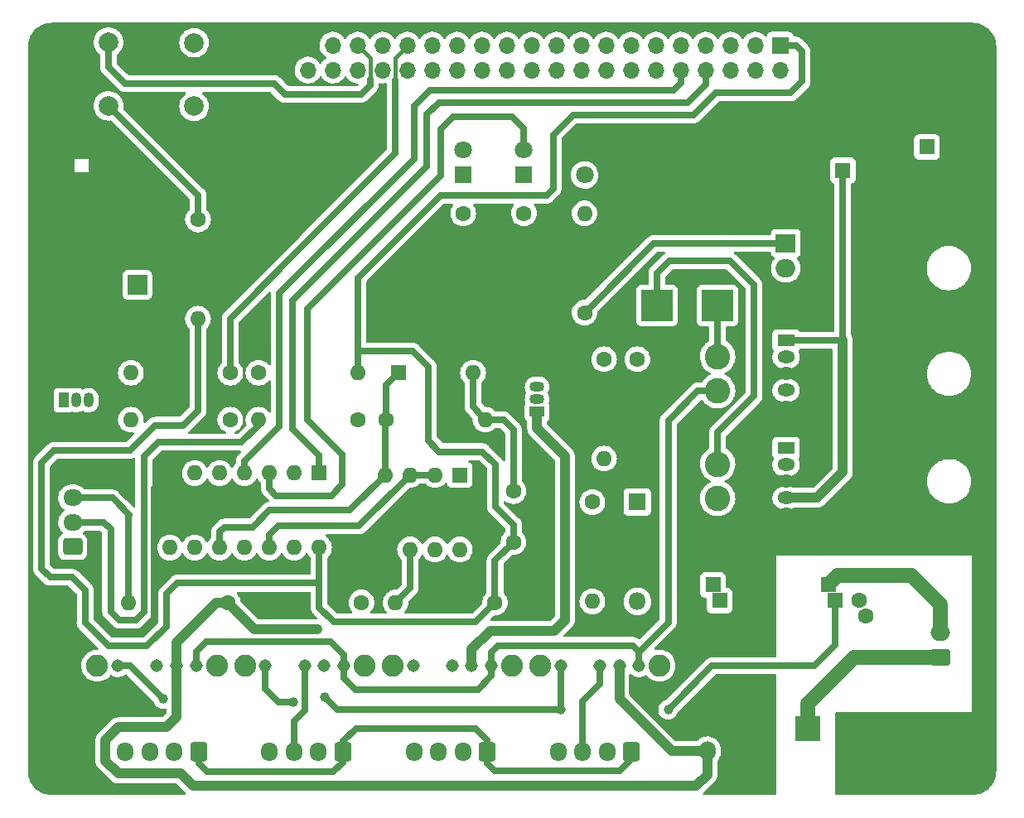
<source format=gbr>
%TF.GenerationSoftware,KiCad,Pcbnew,(6.0.5)*%
%TF.CreationDate,2022-07-01T12:58:53+07:00*%
%TF.ProjectId,MARUKO_RS485_PoC,4d415255-4b4f-45f5-9253-3438355f506f,rev?*%
%TF.SameCoordinates,Original*%
%TF.FileFunction,Copper,L2,Bot*%
%TF.FilePolarity,Positive*%
%FSLAX46Y46*%
G04 Gerber Fmt 4.6, Leading zero omitted, Abs format (unit mm)*
G04 Created by KiCad (PCBNEW (6.0.5)) date 2022-07-01 12:58:53*
%MOMM*%
%LPD*%
G01*
G04 APERTURE LIST*
G04 Aperture macros list*
%AMRoundRect*
0 Rectangle with rounded corners*
0 $1 Rounding radius*
0 $2 $3 $4 $5 $6 $7 $8 $9 X,Y pos of 4 corners*
0 Add a 4 corners polygon primitive as box body*
4,1,4,$2,$3,$4,$5,$6,$7,$8,$9,$2,$3,0*
0 Add four circle primitives for the rounded corners*
1,1,$1+$1,$2,$3*
1,1,$1+$1,$4,$5*
1,1,$1+$1,$6,$7*
1,1,$1+$1,$8,$9*
0 Add four rect primitives between the rounded corners*
20,1,$1+$1,$2,$3,$4,$5,0*
20,1,$1+$1,$4,$5,$6,$7,0*
20,1,$1+$1,$6,$7,$8,$9,0*
20,1,$1+$1,$8,$9,$2,$3,0*%
G04 Aperture macros list end*
%TA.AperFunction,ComponentPad*%
%ADD10O,1.700000X1.700000*%
%TD*%
%TA.AperFunction,ComponentPad*%
%ADD11R,1.700000X1.700000*%
%TD*%
%TA.AperFunction,ComponentPad*%
%ADD12R,3.200000X3.200000*%
%TD*%
%TA.AperFunction,ComponentPad*%
%ADD13O,3.200000X3.200000*%
%TD*%
%TA.AperFunction,ComponentPad*%
%ADD14C,1.600000*%
%TD*%
%TA.AperFunction,ComponentPad*%
%ADD15O,1.600000X1.600000*%
%TD*%
%TA.AperFunction,ComponentPad*%
%ADD16C,2.250000*%
%TD*%
%TA.AperFunction,ComponentPad*%
%ADD17C,1.308000*%
%TD*%
%TA.AperFunction,ComponentPad*%
%ADD18R,1.500000X1.050000*%
%TD*%
%TA.AperFunction,ComponentPad*%
%ADD19O,1.500000X1.050000*%
%TD*%
%TA.AperFunction,ComponentPad*%
%ADD20RoundRect,0.250000X0.600000X0.725000X-0.600000X0.725000X-0.600000X-0.725000X0.600000X-0.725000X0*%
%TD*%
%TA.AperFunction,ComponentPad*%
%ADD21O,1.700000X1.950000*%
%TD*%
%TA.AperFunction,ComponentPad*%
%ADD22R,1.800000X1.800000*%
%TD*%
%TA.AperFunction,ComponentPad*%
%ADD23O,1.800000X1.800000*%
%TD*%
%TA.AperFunction,ComponentPad*%
%ADD24C,2.600000*%
%TD*%
%TA.AperFunction,ComponentPad*%
%ADD25R,2.600000X2.600000*%
%TD*%
%TA.AperFunction,ComponentPad*%
%ADD26RoundRect,0.250000X0.750000X-0.600000X0.750000X0.600000X-0.750000X0.600000X-0.750000X-0.600000X0*%
%TD*%
%TA.AperFunction,ComponentPad*%
%ADD27O,2.000000X1.700000*%
%TD*%
%TA.AperFunction,ComponentPad*%
%ADD28C,0.800000*%
%TD*%
%TA.AperFunction,ComponentPad*%
%ADD29C,5.000000*%
%TD*%
%TA.AperFunction,ComponentPad*%
%ADD30R,1.600000X1.600000*%
%TD*%
%TA.AperFunction,ComponentPad*%
%ADD31R,2.000000X1.905000*%
%TD*%
%TA.AperFunction,ComponentPad*%
%ADD32O,2.000000X1.905000*%
%TD*%
%TA.AperFunction,ComponentPad*%
%ADD33R,2.000000X2.000000*%
%TD*%
%TA.AperFunction,ComponentPad*%
%ADD34C,2.000000*%
%TD*%
%TA.AperFunction,ComponentPad*%
%ADD35C,1.800000*%
%TD*%
%TA.AperFunction,ComponentPad*%
%ADD36R,1.800000X1.275000*%
%TD*%
%TA.AperFunction,ComponentPad*%
%ADD37O,1.800000X1.275000*%
%TD*%
%TA.AperFunction,ComponentPad*%
%ADD38O,1.050000X1.500000*%
%TD*%
%TA.AperFunction,ComponentPad*%
%ADD39R,1.050000X1.500000*%
%TD*%
%TA.AperFunction,ComponentPad*%
%ADD40RoundRect,0.250000X0.725000X-0.600000X0.725000X0.600000X-0.725000X0.600000X-0.725000X-0.600000X0*%
%TD*%
%TA.AperFunction,ComponentPad*%
%ADD41O,1.950000X1.700000*%
%TD*%
%TA.AperFunction,ComponentPad*%
%ADD42RoundRect,0.250000X0.600000X0.750000X-0.600000X0.750000X-0.600000X-0.750000X0.600000X-0.750000X0*%
%TD*%
%TA.AperFunction,ComponentPad*%
%ADD43O,1.700000X2.000000*%
%TD*%
%TA.AperFunction,ViaPad*%
%ADD44C,1.000000*%
%TD*%
%TA.AperFunction,Conductor*%
%ADD45C,0.700000*%
%TD*%
%TA.AperFunction,Conductor*%
%ADD46C,1.000000*%
%TD*%
%TA.AperFunction,Conductor*%
%ADD47C,1.500000*%
%TD*%
%TA.AperFunction,Conductor*%
%ADD48C,0.400000*%
%TD*%
G04 APERTURE END LIST*
D10*
%TO.P,J6,40,Pin_40*%
%TO.N,Led_2*%
X120990000Y-65940000D03*
%TO.P,J6,39,Pin_39*%
%TO.N,GND*%
X120990000Y-63400000D03*
%TO.P,J6,38,Pin_38*%
%TO.N,Led_1*%
X123530000Y-65940000D03*
%TO.P,J6,37,Pin_37*%
%TO.N,DIO0*%
X123530000Y-63400000D03*
%TO.P,J6,36,Pin_36*%
%TO.N,unconnected-(J6-Pad36)*%
X126070000Y-65940000D03*
%TO.P,J6,35,Pin_35*%
%TO.N,Button_1*%
X126070000Y-63400000D03*
%TO.P,J6,34,Pin_34*%
%TO.N,unconnected-(J6-Pad34)*%
X128610000Y-65940000D03*
%TO.P,J6,33,Pin_33*%
%TO.N,Button_2*%
X128610000Y-63400000D03*
%TO.P,J6,32,Pin_32*%
%TO.N,unconnected-(J6-Pad32)*%
X131150000Y-65940000D03*
%TO.P,J6,31,Pin_31*%
%TO.N,Buzz*%
X131150000Y-63400000D03*
%TO.P,J6,30,Pin_30*%
%TO.N,unconnected-(J6-Pad30)*%
X133690000Y-65940000D03*
%TO.P,J6,29,Pin_29*%
%TO.N,unconnected-(J6-Pad29)*%
X133690000Y-63400000D03*
%TO.P,J6,28,Pin_28*%
%TO.N,unconnected-(J6-Pad28)*%
X136230000Y-65940000D03*
%TO.P,J6,27,Pin_27*%
%TO.N,unconnected-(J6-Pad27)*%
X136230000Y-63400000D03*
%TO.P,J6,26,Pin_26*%
%TO.N,unconnected-(J6-Pad26)*%
X138770000Y-65940000D03*
%TO.P,J6,25,Pin_25*%
%TO.N,unconnected-(J6-Pad25)*%
X138770000Y-63400000D03*
%TO.P,J6,24,Pin_24*%
%TO.N,unconnected-(J6-Pad24)*%
X141310000Y-65940000D03*
%TO.P,J6,23,Pin_23*%
%TO.N,SCK*%
X141310000Y-63400000D03*
%TO.P,J6,22,Pin_22*%
%TO.N,NSS*%
X143850000Y-65940000D03*
%TO.P,J6,21,Pin_21*%
%TO.N,MISO*%
X143850000Y-63400000D03*
%TO.P,J6,20,Pin_20*%
%TO.N,unconnected-(J6-Pad20)*%
X146390000Y-65940000D03*
%TO.P,J6,19,Pin_19*%
%TO.N,MOSI*%
X146390000Y-63400000D03*
%TO.P,J6,18,Pin_18*%
%TO.N,unconnected-(J6-Pad18)*%
X148930000Y-65940000D03*
%TO.P,J6,17,Pin_17*%
%TO.N,unconnected-(J6-Pad17)*%
X148930000Y-63400000D03*
%TO.P,J6,16,Pin_16*%
%TO.N,unconnected-(J6-Pad16)*%
X151470000Y-65940000D03*
%TO.P,J6,15,Pin_15*%
%TO.N,unconnected-(J6-Pad15)*%
X151470000Y-63400000D03*
%TO.P,J6,14,Pin_14*%
%TO.N,unconnected-(J6-Pad14)*%
X154010000Y-65940000D03*
%TO.P,J6,13,Pin_13*%
%TO.N,unconnected-(J6-Pad13)*%
X154010000Y-63400000D03*
%TO.P,J6,12,Pin_12*%
%TO.N,Auto_cut*%
X156550000Y-65940000D03*
%TO.P,J6,11,Pin_11*%
%TO.N,RESET*%
X156550000Y-63400000D03*
%TO.P,J6,10,Pin_10*%
%TO.N,RX*%
X159090000Y-65940000D03*
%TO.P,J6,9,Pin_9*%
%TO.N,unconnected-(J6-Pad9)*%
X159090000Y-63400000D03*
%TO.P,J6,8,Pin_8*%
%TO.N,TX*%
X161630000Y-65940000D03*
%TO.P,J6,7,Pin_7*%
%TO.N,unconnected-(J6-Pad7)*%
X161630000Y-63400000D03*
%TO.P,J6,6,Pin_6*%
%TO.N,unconnected-(J6-Pad6)*%
X164170000Y-65940000D03*
%TO.P,J6,5,Pin_5*%
%TO.N,unconnected-(J6-Pad5)*%
X164170000Y-63400000D03*
%TO.P,J6,4,Pin_4*%
%TO.N,unconnected-(J6-Pad4)*%
X166710000Y-65940000D03*
%TO.P,J6,3,Pin_3*%
%TO.N,unconnected-(J6-Pad3)*%
X166710000Y-63400000D03*
%TO.P,J6,2,Pin_2*%
%TO.N,+5V*%
X169250000Y-65940000D03*
D11*
%TO.P,J6,1,Pin_1*%
%TO.N,+3V3*%
X169250000Y-63400000D03*
%TD*%
D12*
%TO.P,D4,1,K*%
%TO.N,Net-(D4-Pad1)*%
X156650000Y-90020000D03*
D13*
%TO.P,D4,2,A*%
%TO.N,GND*%
X156650000Y-74780000D03*
%TD*%
D14*
%TO.P,R13,1*%
%TO.N,Led_2*%
X126090000Y-101700000D03*
D15*
%TO.P,R13,2*%
%TO.N,Net-(J11-Pad2)*%
X115930000Y-101700000D03*
%TD*%
D16*
%TO.P,SW2,MOUNT2*%
%TO.N,N/C*%
X126743333Y-126850000D03*
%TO.P,SW2,MOUNT1*%
X114543333Y-126850000D03*
D17*
%TO.P,SW2,4,4*%
%TO.N,+5V*%
X124643333Y-126850000D03*
%TO.P,SW2,3,3*%
%TO.N,+12V*%
X122643333Y-126850000D03*
%TO.P,SW2,2,2*%
%TO.N,Net-(J2-Pad3)*%
X120643333Y-126850000D03*
%TO.P,SW2,1,1*%
%TO.N,+24V*%
X116643333Y-126850000D03*
%TD*%
D18*
%TO.P,Q2,1,C*%
%TO.N,+12V*%
X144410000Y-100870000D03*
D19*
%TO.P,Q2,2,B*%
%TO.N,Net-(Q2-Pad2)*%
X144410000Y-99600000D03*
%TO.P,Q2,3,E*%
%TO.N,Net-(Q1-Pad1)*%
X144410000Y-98330000D03*
%TD*%
D14*
%TO.P,R6,1*%
%TO.N,Net-(D7-Pad1)*%
X143050000Y-80605000D03*
D15*
%TO.P,R6,2*%
%TO.N,GND*%
X143050000Y-90765000D03*
%TD*%
D16*
%TO.P,SW3,MOUNT2*%
%TO.N,N/C*%
X141826666Y-126850000D03*
%TO.P,SW3,MOUNT1*%
X129626666Y-126850000D03*
D17*
%TO.P,SW3,4,4*%
%TO.N,+5V*%
X139726666Y-126850000D03*
%TO.P,SW3,3,3*%
%TO.N,+12V*%
X137726666Y-126850000D03*
%TO.P,SW3,2,2*%
%TO.N,Net-(J3-Pad3)*%
X135726666Y-126850000D03*
%TO.P,SW3,1,1*%
%TO.N,+24V*%
X131726666Y-126850000D03*
%TD*%
D20*
%TO.P,J2,1,Pin_1*%
%TO.N,RS485_A*%
X124560000Y-135625000D03*
D21*
%TO.P,J2,2,Pin_2*%
%TO.N,RS485_B*%
X122060000Y-135625000D03*
%TO.P,J2,3,Pin_3*%
%TO.N,Net-(J2-Pad3)*%
X119560000Y-135625000D03*
%TO.P,J2,4,Pin_4*%
%TO.N,GNDD*%
X117060000Y-135625000D03*
%TD*%
D22*
%TO.P,D3,1,K*%
%TO.N,+24V*%
X154650000Y-110120000D03*
D23*
%TO.P,D3,2,A*%
%TO.N,GNDD*%
X154650000Y-120280000D03*
%TD*%
D24*
%TO.P,L1,1*%
%TO.N,Net-(D4-Pad1)*%
X162850000Y-106250000D03*
%TO.P,L1,2*%
%TO.N,+12V*%
X162850000Y-109750000D03*
%TD*%
D25*
%TO.P,J5,1,Pin_1*%
%TO.N,VCC*%
X172055000Y-133305000D03*
D24*
%TO.P,J5,2,Pin_2*%
%TO.N,GND*%
X177135000Y-133305000D03*
%TD*%
D26*
%TO.P,J8,1,Pin_1*%
%TO.N,VCC*%
X185650000Y-126000000D03*
D27*
%TO.P,J8,2,Pin_2*%
%TO.N,+24V*%
X185650000Y-123500000D03*
%TD*%
D28*
%TO.P,H3,1,1*%
%TO.N,GND*%
X187524175Y-138925825D03*
X186975000Y-137600000D03*
X190175825Y-138925825D03*
X188850000Y-135725000D03*
D29*
X188850000Y-137600000D03*
D28*
X188850000Y-139475000D03*
X190175825Y-136274175D03*
X187524175Y-136274175D03*
X190725000Y-137600000D03*
%TD*%
D14*
%TO.P,C4,2*%
%TO.N,GND*%
X184250000Y-76294888D03*
D30*
%TO.P,C4,1*%
%TO.N,+5V*%
X184250000Y-73794888D03*
%TD*%
D31*
%TO.P,Q1,1,G*%
%TO.N,Net-(Q1-Pad1)*%
X169820000Y-83660000D03*
D32*
%TO.P,Q1,2,D*%
%TO.N,GNDD*%
X169820000Y-86200000D03*
%TO.P,Q1,3,S*%
%TO.N,GND*%
X169820000Y-88740000D03*
%TD*%
D14*
%TO.P,R2,1*%
%TO.N,+12V*%
X112800000Y-120400000D03*
D15*
%TO.P,R2,2*%
%TO.N,Net-(J11-Pad3)*%
X102640000Y-120400000D03*
%TD*%
D24*
%TO.P,L2,2*%
%TO.N,+5V*%
X162850000Y-98750000D03*
%TO.P,L2,1*%
%TO.N,Net-(D5-Pad1)*%
X162850000Y-95250000D03*
%TD*%
D14*
%TO.P,C6,1*%
%TO.N,+3V3*%
X142000000Y-114200000D03*
%TO.P,C6,2*%
%TO.N,GND*%
X144500000Y-114200000D03*
%TD*%
D33*
%TO.P,BZ1,1,-*%
%TO.N,Net-(BZ1-Pad1)*%
X103550000Y-87900000D03*
D34*
%TO.P,BZ1,2,+*%
%TO.N,GND*%
X95950000Y-87900000D03*
%TD*%
D20*
%TO.P,J3,1,Pin_1*%
%TO.N,RS485_A*%
X139310000Y-135625000D03*
D21*
%TO.P,J3,2,Pin_2*%
%TO.N,RS485_B*%
X136810000Y-135625000D03*
%TO.P,J3,3,Pin_3*%
%TO.N,Net-(J3-Pad3)*%
X134310000Y-135625000D03*
%TO.P,J3,4,Pin_4*%
%TO.N,GNDD*%
X131810000Y-135625000D03*
%TD*%
D22*
%TO.P,D2,1,K*%
%TO.N,GND*%
X149250000Y-74135000D03*
D35*
%TO.P,D2,2,A*%
%TO.N,Net-(D2-Pad2)*%
X149250000Y-76675000D03*
%TD*%
D14*
%TO.P,R5,1*%
%TO.N,Net-(D6-Pad1)*%
X136850000Y-80605000D03*
D15*
%TO.P,R5,2*%
%TO.N,GND*%
X136850000Y-90765000D03*
%TD*%
D14*
%TO.P,R3,1*%
%TO.N,Net-(Q1-Pad1)*%
X154650000Y-95520000D03*
D15*
%TO.P,R3,2*%
%TO.N,GND*%
X154650000Y-105680000D03*
%TD*%
D22*
%TO.P,D7,1,K*%
%TO.N,Net-(D7-Pad1)*%
X143050000Y-76685000D03*
D35*
%TO.P,D7,2,A*%
%TO.N,Net-(D7-Pad2)*%
X143050000Y-74145000D03*
%TD*%
D30*
%TO.P,C1,1*%
%TO.N,+24V*%
X174850000Y-120200000D03*
X174179063Y-118600000D03*
D14*
%TO.P,C1,2*%
%TO.N,GND*%
X178020937Y-121800000D03*
X177350000Y-120200000D03*
%TD*%
D12*
%TO.P,D5,1,K*%
%TO.N,Net-(D5-Pad1)*%
X162850000Y-90020000D03*
D13*
%TO.P,D5,2,A*%
%TO.N,GND*%
X162850000Y-74780000D03*
%TD*%
D36*
%TO.P,U2,1,VIN*%
%TO.N,+24V*%
X169850000Y-104600000D03*
D37*
%TO.P,U2,2,OUT*%
%TO.N,Net-(D4-Pad1)*%
X169850000Y-106300000D03*
%TO.P,U2,3,GND*%
%TO.N,GND*%
X169850000Y-108000000D03*
%TO.P,U2,4,FB*%
%TO.N,+12V*%
X169850000Y-109700000D03*
%TO.P,U2,5,~{ON}/OFF*%
%TO.N,GND*%
X169850000Y-111400000D03*
%TD*%
D14*
%TO.P,R14,1*%
%TO.N,Buzz*%
X113050000Y-96900000D03*
D15*
%TO.P,R14,2*%
%TO.N,Net-(Q3-Pad2)*%
X102890000Y-96900000D03*
%TD*%
D14*
%TO.P,R1,1*%
%TO.N,Auto_cut*%
X151250000Y-95520000D03*
D15*
%TO.P,R1,2*%
%TO.N,Net-(Q2-Pad2)*%
X151250000Y-105680000D03*
%TD*%
D38*
%TO.P,Q3,3,E*%
%TO.N,Net-(BZ1-Pad1)*%
X98570000Y-99710000D03*
%TO.P,Q3,2,B*%
%TO.N,Net-(Q3-Pad2)*%
X97300000Y-99710000D03*
D39*
%TO.P,Q3,1,C*%
%TO.N,+5V*%
X96030000Y-99710000D03*
%TD*%
D37*
%TO.P,U3,5,~{ON}/OFF*%
%TO.N,GND*%
X169850000Y-100400000D03*
%TO.P,U3,4,FB*%
%TO.N,+5V*%
X169850000Y-98700000D03*
%TO.P,U3,3,GND*%
%TO.N,GND*%
X169850000Y-97000000D03*
%TO.P,U3,2,OUT*%
%TO.N,Net-(D5-Pad1)*%
X169850000Y-95300000D03*
D36*
%TO.P,U3,1,VIN*%
%TO.N,+12V*%
X169850000Y-93600000D03*
%TD*%
D14*
%TO.P,R4,1*%
%TO.N,Net-(Q1-Pad1)*%
X149250000Y-90765000D03*
D15*
%TO.P,R4,2*%
%TO.N,Net-(D2-Pad2)*%
X149250000Y-80605000D03*
%TD*%
D22*
%TO.P,D6,1,K*%
%TO.N,Net-(D6-Pad1)*%
X136850000Y-76685000D03*
D35*
%TO.P,D6,2,A*%
%TO.N,Net-(D6-Pad2)*%
X136850000Y-74145000D03*
%TD*%
D14*
%TO.P,R7,1*%
%TO.N,Net-(D8-Pad1)*%
X128970000Y-101700000D03*
D15*
%TO.P,R7,2*%
%TO.N,Net-(C5-Pad1)*%
X139130000Y-101700000D03*
%TD*%
D14*
%TO.P,R8,1*%
%TO.N,Net-(R8-Pad1)*%
X150050000Y-110120000D03*
D15*
%TO.P,R8,2*%
%TO.N,+3V3*%
X150050000Y-120280000D03*
%TD*%
D14*
%TO.P,R11,1*%
%TO.N,Button_2*%
X115930000Y-96900000D03*
D15*
%TO.P,R11,2*%
%TO.N,+3V3*%
X126090000Y-96900000D03*
%TD*%
D14*
%TO.P,R10,1*%
%TO.N,+3V3*%
X140100000Y-120400000D03*
D15*
%TO.P,R10,2*%
%TO.N,RS485_A*%
X129940000Y-120400000D03*
%TD*%
D30*
%TO.P,D8,1,K*%
%TO.N,Net-(D8-Pad1)*%
X130240000Y-96900000D03*
D15*
%TO.P,D8,2,A*%
%TO.N,Net-(C5-Pad1)*%
X137860000Y-96900000D03*
%TD*%
D14*
%TO.P,C5,1*%
%TO.N,Net-(C5-Pad1)*%
X142000000Y-109000000D03*
%TO.P,C5,2*%
%TO.N,GND*%
X144500000Y-109000000D03*
%TD*%
D16*
%TO.P,SW4,MOUNT2*%
%TO.N,N/C*%
X156910000Y-126850000D03*
%TO.P,SW4,MOUNT1*%
X144710000Y-126850000D03*
D17*
%TO.P,SW4,4,4*%
%TO.N,+5V*%
X154810000Y-126850000D03*
%TO.P,SW4,3,3*%
%TO.N,+12V*%
X152810000Y-126850000D03*
%TO.P,SW4,2,2*%
%TO.N,Net-(J4-Pad3)*%
X150810000Y-126850000D03*
%TO.P,SW4,1,1*%
%TO.N,+24V*%
X146810000Y-126850000D03*
%TD*%
D28*
%TO.P,H4,1,1*%
%TO.N,GND*%
X93524175Y-136274175D03*
D29*
X94850000Y-137600000D03*
D28*
X94850000Y-139475000D03*
X92975000Y-137600000D03*
X96175825Y-136274175D03*
X93524175Y-138925825D03*
X94850000Y-135725000D03*
X96175825Y-138925825D03*
X96725000Y-137600000D03*
%TD*%
D40*
%TO.P,J11,1,Pin_1*%
%TO.N,Net-(J11-Pad1)*%
X96950000Y-114700000D03*
D41*
%TO.P,J11,2,Pin_2*%
%TO.N,Net-(J11-Pad2)*%
X96950000Y-112200000D03*
%TO.P,J11,3,Pin_3*%
%TO.N,Net-(J11-Pad3)*%
X96950000Y-109700000D03*
%TO.P,J11,4,Pin_4*%
%TO.N,GND*%
X96950000Y-107200000D03*
%TD*%
D30*
%TO.P,U5,1,RO*%
%TO.N,Net-(R8-Pad1)*%
X136500000Y-107350000D03*
D15*
%TO.P,U5,2,~{RE}*%
%TO.N,Net-(U4-Pad12)*%
X133960000Y-107350000D03*
%TO.P,U5,3,DE*%
X131420000Y-107350000D03*
%TO.P,U5,4,DI*%
%TO.N,Net-(D8-Pad1)*%
X128880000Y-107350000D03*
%TO.P,U5,5,GND*%
%TO.N,GND*%
X128880000Y-114970000D03*
%TO.P,U5,6,A*%
%TO.N,RS485_A*%
X131420000Y-114970000D03*
%TO.P,U5,7,B*%
%TO.N,RS485_B*%
X133960000Y-114970000D03*
%TO.P,U5,8,VCC*%
%TO.N,+3V3*%
X136500000Y-114970000D03*
%TD*%
D34*
%TO.P,SW5,1,1*%
%TO.N,Button_1*%
X100600000Y-63100000D03*
X100600000Y-69600000D03*
%TO.P,SW5,2,2*%
%TO.N,GND*%
X105100000Y-69600000D03*
X105100000Y-63100000D03*
%TD*%
D14*
%TO.P,R25,1*%
%TO.N,Button_1*%
X109750000Y-81220000D03*
D15*
%TO.P,R25,2*%
%TO.N,+3V3*%
X109750000Y-91380000D03*
%TD*%
D42*
%TO.P,J9,1,Pin_1*%
%TO.N,GND*%
X164310000Y-135600000D03*
D43*
%TO.P,J9,2,Pin_2*%
%TO.N,+12V*%
X161810000Y-135600000D03*
%TD*%
D30*
%TO.P,C3,1*%
%TO.N,+12V*%
X175650000Y-76205113D03*
D14*
%TO.P,C3,2*%
%TO.N,GND*%
X175650000Y-73705113D03*
%TD*%
%TO.P,R12,1*%
%TO.N,Led_1*%
X113050000Y-101700000D03*
D15*
%TO.P,R12,2*%
%TO.N,Net-(J11-Pad1)*%
X102890000Y-101700000D03*
%TD*%
D30*
%TO.P,C2,1*%
%TO.N,+12V*%
X163050000Y-120200000D03*
X162379063Y-118600000D03*
D14*
%TO.P,C2,2*%
%TO.N,GND*%
X166220937Y-121800000D03*
X165550000Y-120200000D03*
%TD*%
D16*
%TO.P,SW1,MOUNT2*%
%TO.N,N/C*%
X111660000Y-126850000D03*
%TO.P,SW1,MOUNT1*%
X99460000Y-126850000D03*
D17*
%TO.P,SW1,4,4*%
%TO.N,+5V*%
X109560000Y-126850000D03*
%TO.P,SW1,3,3*%
%TO.N,+12V*%
X107560000Y-126850000D03*
%TO.P,SW1,2,2*%
%TO.N,Net-(J1-Pad3)*%
X105560000Y-126850000D03*
%TO.P,SW1,1,1*%
%TO.N,+24V*%
X101560000Y-126850000D03*
%TD*%
D28*
%TO.P,H1,1,1*%
%TO.N,GND*%
X94850000Y-65475000D03*
X96175825Y-62274175D03*
X93524175Y-64925825D03*
X94850000Y-61725000D03*
X92975000Y-63600000D03*
X93524175Y-62274175D03*
X96725000Y-63600000D03*
D29*
X94850000Y-63600000D03*
D28*
X96175825Y-64925825D03*
%TD*%
D29*
%TO.P,H2,1,1*%
%TO.N,GND*%
X188850000Y-63600000D03*
D28*
X186975000Y-63600000D03*
X190725000Y-63600000D03*
X187524175Y-64925825D03*
X190175825Y-64925825D03*
X190175825Y-62274175D03*
X188850000Y-65475000D03*
X187524175Y-62274175D03*
X188850000Y-61725000D03*
%TD*%
D20*
%TO.P,J4,1,Pin_1*%
%TO.N,RS485_A*%
X154060000Y-135625000D03*
D21*
%TO.P,J4,2,Pin_2*%
%TO.N,RS485_B*%
X151560000Y-135625000D03*
%TO.P,J4,3,Pin_3*%
%TO.N,Net-(J4-Pad3)*%
X149060000Y-135625000D03*
%TO.P,J4,4,Pin_4*%
%TO.N,GNDD*%
X146560000Y-135625000D03*
%TD*%
D34*
%TO.P,SW6,1,1*%
%TO.N,Button_2*%
X109350000Y-63150000D03*
X109350000Y-69650000D03*
%TO.P,SW6,2,2*%
%TO.N,GND*%
X113850000Y-63150000D03*
X113850000Y-69650000D03*
%TD*%
D14*
%TO.P,R9,1*%
%TO.N,RS485_B*%
X126450000Y-120400000D03*
D15*
%TO.P,R9,2*%
%TO.N,GND*%
X116290000Y-120400000D03*
%TD*%
D30*
%TO.P,U4,1*%
%TO.N,TX*%
X122125000Y-107150000D03*
D15*
%TO.P,U4,2*%
%TO.N,Net-(D6-Pad2)*%
X119585000Y-107150000D03*
%TO.P,U4,3*%
%TO.N,Net-(D7-Pad2)*%
X117045000Y-107150000D03*
%TO.P,U4,4*%
%TO.N,RX*%
X114505000Y-107150000D03*
%TO.P,U4,5*%
%TO.N,N/C*%
X111965000Y-107150000D03*
%TO.P,U4,6*%
X109425000Y-107150000D03*
%TO.P,U4,7,GND*%
%TO.N,GND*%
X106885000Y-107150000D03*
%TO.P,U4,8*%
%TO.N,Net-(D7-Pad2)*%
X106885000Y-114770000D03*
%TO.P,U4,9*%
%TO.N,Net-(R8-Pad1)*%
X109425000Y-114770000D03*
%TO.P,U4,10*%
%TO.N,Net-(D8-Pad1)*%
X111965000Y-114770000D03*
%TO.P,U4,11*%
%TO.N,Net-(D6-Pad2)*%
X114505000Y-114770000D03*
%TO.P,U4,12*%
%TO.N,Net-(U4-Pad12)*%
X117045000Y-114770000D03*
%TO.P,U4,13*%
%TO.N,Net-(C5-Pad1)*%
X119585000Y-114770000D03*
%TO.P,U4,14,VCC*%
%TO.N,+3V3*%
X122125000Y-114770000D03*
%TD*%
D20*
%TO.P,J1,1,Pin_1*%
%TO.N,RS485_A*%
X109810000Y-135625000D03*
D21*
%TO.P,J1,2,Pin_2*%
%TO.N,RS485_B*%
X107310000Y-135625000D03*
%TO.P,J1,3,Pin_3*%
%TO.N,Net-(J1-Pad3)*%
X104810000Y-135625000D03*
%TO.P,J1,4,Pin_4*%
%TO.N,GNDD*%
X102310000Y-135625000D03*
%TD*%
D44*
%TO.N,GND*%
X128200000Y-74030000D03*
X139130000Y-113860000D03*
X101210000Y-103220000D03*
X127850000Y-89500000D03*
%TO.N,+24V*%
X157800000Y-131350000D03*
X146810000Y-131360000D03*
X122670000Y-130050000D03*
X119460000Y-130590000D03*
X106190000Y-130260000D03*
%TO.N,+12V*%
X121960000Y-123130000D03*
%TD*%
D45*
%TO.N,GND*%
X125030000Y-69650000D02*
X113850000Y-69650000D01*
X128200000Y-74030000D02*
X128200000Y-72820000D01*
X128200000Y-72820000D02*
X125030000Y-69650000D01*
%TO.N,Net-(J11-Pad2)*%
X114190000Y-104010000D02*
X115930000Y-102270000D01*
X105660000Y-104010000D02*
X114190000Y-104010000D01*
X104210000Y-105460000D02*
X105660000Y-104010000D01*
X104210000Y-121380000D02*
X104210000Y-105460000D01*
X103380000Y-122210000D02*
X104210000Y-121380000D01*
X115930000Y-102270000D02*
X115930000Y-101700000D01*
X101720000Y-122210000D02*
X103380000Y-122210000D01*
X100110000Y-112200000D02*
X100830000Y-112920000D01*
X100830000Y-121320000D02*
X101720000Y-122210000D01*
X96950000Y-112200000D02*
X100110000Y-112200000D01*
X100830000Y-112920000D02*
X100830000Y-121320000D01*
%TO.N,+3V3*%
X107615000Y-118425000D02*
X122125000Y-118425000D01*
X106530000Y-122840000D02*
X106530000Y-119510000D01*
X100580000Y-124840000D02*
X104530000Y-124840000D01*
X98210000Y-122470000D02*
X100580000Y-124840000D01*
X98210000Y-119130000D02*
X98210000Y-122470000D01*
X96890000Y-117810000D02*
X98210000Y-119130000D01*
X94640000Y-117810000D02*
X96890000Y-117810000D01*
X93770000Y-106090000D02*
X93770000Y-116940000D01*
X106530000Y-119510000D02*
X107615000Y-118425000D01*
X102800000Y-104830000D02*
X95030000Y-104830000D01*
X93770000Y-116940000D02*
X94640000Y-117810000D01*
X104530000Y-124840000D02*
X106530000Y-122840000D01*
X105360000Y-102270000D02*
X102800000Y-104830000D01*
X108250000Y-102270000D02*
X105360000Y-102270000D01*
X95030000Y-104830000D02*
X93770000Y-106090000D01*
X109750000Y-100770000D02*
X108250000Y-102270000D01*
X109750000Y-91380000D02*
X109750000Y-100770000D01*
%TO.N,GND*%
X96140000Y-107200000D02*
X96950000Y-107200000D01*
X95070000Y-115940000D02*
X95070000Y-108270000D01*
X95070000Y-108270000D02*
X96140000Y-107200000D01*
X95740000Y-116610000D02*
X95070000Y-115940000D01*
X97890000Y-116610000D02*
X95740000Y-116610000D01*
X101110000Y-123620000D02*
X99380000Y-121890000D01*
X103930000Y-123620000D02*
X101110000Y-123620000D01*
X105270000Y-122280000D02*
X103930000Y-123620000D01*
X99380000Y-121890000D02*
X99380000Y-118100000D01*
X105270000Y-108765000D02*
X105270000Y-122280000D01*
X99380000Y-118100000D02*
X97890000Y-116610000D01*
X106885000Y-107150000D02*
X105270000Y-108765000D01*
%TO.N,+12V*%
X169850000Y-93600000D02*
X175650000Y-93600000D01*
D46*
X175650000Y-107050000D02*
X175650000Y-93600000D01*
X173000000Y-109700000D02*
X175650000Y-107050000D01*
X169850000Y-109700000D02*
X173000000Y-109700000D01*
D45*
X175650000Y-93600000D02*
X175650000Y-76205113D01*
D47*
%TO.N,+24V*%
X175129063Y-117650000D02*
X174179063Y-118600000D01*
X182690000Y-117650000D02*
X175129063Y-117650000D01*
X185650000Y-120610000D02*
X182690000Y-117650000D01*
X185650000Y-123500000D02*
X185650000Y-120610000D01*
D45*
%TO.N,Net-(D4-Pad1)*%
X162850000Y-103010000D02*
X162850000Y-106250000D01*
X164110000Y-85480000D02*
X166570000Y-87940000D01*
X166570000Y-99290000D02*
X162850000Y-103010000D01*
X157890000Y-85480000D02*
X164110000Y-85480000D01*
X156650000Y-90020000D02*
X156650000Y-86720000D01*
X156650000Y-86720000D02*
X157890000Y-85480000D01*
X166570000Y-87940000D02*
X166570000Y-99290000D01*
%TO.N,+3V3*%
X170840000Y-63400000D02*
X169250000Y-63400000D01*
X171490000Y-64050000D02*
X170840000Y-63400000D01*
X171490000Y-67110000D02*
X171490000Y-64050000D01*
X170320000Y-68280000D02*
X171490000Y-67110000D01*
X162630000Y-68280000D02*
X170320000Y-68280000D01*
X146040000Y-72550000D02*
X148070000Y-70520000D01*
X145370000Y-78750000D02*
X146040000Y-78080000D01*
X160390000Y-70520000D02*
X162630000Y-68280000D01*
X134530000Y-78750000D02*
X145370000Y-78750000D01*
X126090000Y-87190000D02*
X134530000Y-78750000D01*
X126090000Y-94710000D02*
X126090000Y-87190000D01*
X146040000Y-78080000D02*
X146040000Y-72550000D01*
X148070000Y-70520000D02*
X160390000Y-70520000D01*
D46*
%TO.N,+12V*%
X161810000Y-138010000D02*
X161810000Y-135600000D01*
X160650000Y-139170000D02*
X161810000Y-138010000D01*
X109220000Y-139170000D02*
X160650000Y-139170000D01*
X101590000Y-137890000D02*
X107940000Y-137890000D01*
X100270000Y-136570000D02*
X101590000Y-137890000D01*
X107940000Y-137890000D02*
X109220000Y-139170000D01*
X101610000Y-133150000D02*
X100270000Y-134490000D01*
X106500000Y-133150000D02*
X101610000Y-133150000D01*
X107560000Y-132090000D02*
X106500000Y-133150000D01*
X107560000Y-126850000D02*
X107560000Y-132090000D01*
X100270000Y-134490000D02*
X100270000Y-136570000D01*
D45*
%TO.N,RS485_A*%
X124560000Y-136730000D02*
X124560000Y-135625000D01*
X123580000Y-137710000D02*
X124560000Y-136730000D01*
X110660000Y-137710000D02*
X123580000Y-137710000D01*
X109810000Y-136860000D02*
X110660000Y-137710000D01*
X109810000Y-135625000D02*
X109810000Y-136860000D01*
D47*
%TO.N,VCC*%
X176780000Y-126000000D02*
X185650000Y-126000000D01*
X172055000Y-130725000D02*
X176780000Y-126000000D01*
X172055000Y-133305000D02*
X172055000Y-130725000D01*
D45*
%TO.N,+24V*%
X174850000Y-124770000D02*
X174850000Y-120200000D01*
X172750000Y-126870000D02*
X174850000Y-124770000D01*
X162280000Y-126870000D02*
X172750000Y-126870000D01*
X157800000Y-131350000D02*
X162280000Y-126870000D01*
X123980000Y-131360000D02*
X122670000Y-130050000D01*
X146810000Y-131360000D02*
X123980000Y-131360000D01*
X146810000Y-126850000D02*
X146810000Y-131360000D01*
X116600000Y-129230000D02*
X116600000Y-127570000D01*
X117960000Y-130590000D02*
X116600000Y-129230000D01*
X119460000Y-130590000D02*
X117960000Y-130590000D01*
X102780000Y-126850000D02*
X106190000Y-130260000D01*
X101560000Y-126850000D02*
X102780000Y-126850000D01*
D46*
%TO.N,+12V*%
X115530000Y-123130000D02*
X121960000Y-123130000D01*
X112800000Y-120400000D02*
X115530000Y-123130000D01*
D45*
%TO.N,RS485_A*%
X152870000Y-137640000D02*
X154060000Y-136450000D01*
X154060000Y-136450000D02*
X154060000Y-135625000D01*
X140080000Y-137640000D02*
X152870000Y-137640000D01*
X139310000Y-135625000D02*
X139310000Y-136870000D01*
X139310000Y-136870000D02*
X140080000Y-137640000D01*
D46*
%TO.N,+12V*%
X107560000Y-124460000D02*
X107560000Y-126850000D01*
X112800000Y-120400000D02*
X111620000Y-120400000D01*
X111620000Y-120400000D02*
X107560000Y-124460000D01*
X144410000Y-102590000D02*
X144410000Y-100870000D01*
X147260000Y-105440000D02*
X144410000Y-102590000D01*
X147260000Y-122160000D02*
X147260000Y-105440000D01*
X146130000Y-123290000D02*
X147260000Y-122160000D01*
X139630000Y-123290000D02*
X146130000Y-123290000D01*
X137726666Y-125193334D02*
X139630000Y-123290000D01*
X137726666Y-126850000D02*
X137726666Y-125193334D01*
X158140000Y-135600000D02*
X161810000Y-135600000D01*
X152810000Y-130270000D02*
X158140000Y-135600000D01*
X152810000Y-126850000D02*
X152810000Y-130270000D01*
D45*
%TO.N,Net-(D5-Pad1)*%
X162850000Y-90020000D02*
X162850000Y-95250000D01*
%TO.N,+5V*%
X154840000Y-125400000D02*
X154810000Y-125400000D01*
X157800000Y-122440000D02*
X154840000Y-125400000D01*
X157800000Y-101780000D02*
X157800000Y-122440000D01*
X160830000Y-98750000D02*
X157800000Y-101780000D01*
X162850000Y-98750000D02*
X160830000Y-98750000D01*
X139726666Y-125483334D02*
X140420000Y-124790000D01*
X139726666Y-126850000D02*
X139726666Y-125483334D01*
X140420000Y-124790000D02*
X154200000Y-124790000D01*
X154810000Y-125400000D02*
X154810000Y-126850000D01*
X154200000Y-124790000D02*
X154810000Y-125400000D01*
X109560000Y-125410000D02*
X109560000Y-126850000D01*
X110570000Y-124400000D02*
X109560000Y-125410000D01*
X123330000Y-124400000D02*
X110570000Y-124400000D01*
X124643333Y-125713333D02*
X123330000Y-124400000D01*
X124643333Y-126850000D02*
X124643333Y-125713333D01*
X124643333Y-128083333D02*
X124643333Y-126850000D01*
X139726666Y-127913334D02*
X138330000Y-129310000D01*
X139726666Y-126850000D02*
X139726666Y-127913334D01*
X138330000Y-129310000D02*
X125870000Y-129310000D01*
X125870000Y-129310000D02*
X124643333Y-128083333D01*
%TO.N,+3V3*%
X142000000Y-112440000D02*
X142000000Y-114200000D01*
X140140000Y-110580000D02*
X142000000Y-112440000D01*
X140140000Y-106280000D02*
X140140000Y-110580000D01*
X134430000Y-104970000D02*
X138830000Y-104970000D01*
X133290000Y-103830000D02*
X134430000Y-104970000D01*
X131700000Y-94710000D02*
X133290000Y-96300000D01*
X133290000Y-96300000D02*
X133290000Y-103830000D01*
X138830000Y-104970000D02*
X140140000Y-106280000D01*
X126090000Y-96900000D02*
X126090000Y-94710000D01*
X126090000Y-94710000D02*
X131700000Y-94710000D01*
X122125000Y-118425000D02*
X122125000Y-120905000D01*
X122125000Y-114770000D02*
X122125000Y-118425000D01*
X138120000Y-122380000D02*
X140100000Y-120400000D01*
X123600000Y-122380000D02*
X138120000Y-122380000D01*
X122125000Y-120905000D02*
X123600000Y-122380000D01*
X140100000Y-120400000D02*
X140100000Y-116100000D01*
X140100000Y-116100000D02*
X142000000Y-114200000D01*
%TO.N,Net-(Q1-Pad1)*%
X156355000Y-83660000D02*
X149250000Y-90765000D01*
X169820000Y-83660000D02*
X156355000Y-83660000D01*
%TO.N,Net-(D8-Pad1)*%
X128970000Y-98170000D02*
X130240000Y-96900000D01*
X128970000Y-101700000D02*
X128970000Y-98170000D01*
%TO.N,Net-(D7-Pad2)*%
X143050000Y-71910000D02*
X143050000Y-74145000D01*
X141820000Y-70680000D02*
X143050000Y-71910000D01*
X135810000Y-70680000D02*
X141820000Y-70680000D01*
X134530000Y-71960000D02*
X135810000Y-70680000D01*
X134530000Y-76740000D02*
X134530000Y-71960000D01*
X120920000Y-101710000D02*
X120920000Y-90350000D01*
X124490000Y-105280000D02*
X120920000Y-101710000D01*
X120920000Y-90350000D02*
X134530000Y-76740000D01*
X117750000Y-109460000D02*
X123370000Y-109460000D01*
X117045000Y-108755000D02*
X117750000Y-109460000D01*
X123370000Y-109460000D02*
X124490000Y-108340000D01*
X117045000Y-107150000D02*
X117045000Y-108755000D01*
X124490000Y-108340000D02*
X124490000Y-105280000D01*
%TO.N,Net-(U4-Pad12)*%
X126210000Y-112560000D02*
X131420000Y-107350000D01*
X117980000Y-112560000D02*
X126210000Y-112560000D01*
X117045000Y-113495000D02*
X117980000Y-112560000D01*
X117045000Y-114770000D02*
X117045000Y-113495000D01*
%TO.N,Net-(D8-Pad1)*%
X117040000Y-110960000D02*
X125270000Y-110960000D01*
X115320000Y-112680000D02*
X117040000Y-110960000D01*
X125270000Y-110960000D02*
X128880000Y-107350000D01*
X112430000Y-112680000D02*
X115320000Y-112680000D01*
X111965000Y-113145000D02*
X112430000Y-112680000D01*
X111965000Y-114770000D02*
X111965000Y-113145000D01*
%TO.N,Net-(C5-Pad1)*%
X137860000Y-100340000D02*
X137860000Y-96900000D01*
X138290000Y-100860000D02*
X138290000Y-100770000D01*
X139130000Y-101700000D02*
X138290000Y-100860000D01*
X138290000Y-100770000D02*
X137860000Y-100340000D01*
X140960000Y-101700000D02*
X139130000Y-101700000D01*
X142000000Y-109000000D02*
X142000000Y-102740000D01*
X142000000Y-102740000D02*
X140960000Y-101700000D01*
%TO.N,Net-(U4-Pad12)*%
X131420000Y-107350000D02*
X133960000Y-107350000D01*
%TO.N,Net-(D8-Pad1)*%
X128880000Y-107350000D02*
X128880000Y-101790000D01*
X128880000Y-101790000D02*
X128970000Y-101700000D01*
%TO.N,Net-(J4-Pad3)*%
X150810000Y-128720000D02*
X149060000Y-130470000D01*
X149060000Y-130470000D02*
X149060000Y-135625000D01*
X150810000Y-126850000D02*
X150810000Y-128720000D01*
%TO.N,Net-(J2-Pad3)*%
X119560000Y-132530000D02*
X119560000Y-135625000D01*
X120643333Y-126850000D02*
X120643333Y-131446667D01*
X120643333Y-131446667D02*
X119560000Y-132530000D01*
%TO.N,RS485_A*%
X131420000Y-118920000D02*
X129940000Y-120400000D01*
X131420000Y-114970000D02*
X131420000Y-118920000D01*
X138110000Y-133250000D02*
X139310000Y-134450000D01*
X125890000Y-133250000D02*
X138110000Y-133250000D01*
X124560000Y-134580000D02*
X125890000Y-133250000D01*
X139310000Y-134450000D02*
X139310000Y-135625000D01*
X124560000Y-135625000D02*
X124560000Y-134580000D01*
%TO.N,Net-(J11-Pad3)*%
X102640000Y-111480000D02*
X102640000Y-120400000D01*
X102710000Y-111410000D02*
X102640000Y-111480000D01*
X101000000Y-109700000D02*
X102710000Y-111410000D01*
X96950000Y-109700000D02*
X101000000Y-109700000D01*
%TO.N,RX*%
X114505000Y-105915000D02*
X114505000Y-107150000D01*
X118050000Y-88780000D02*
X118050000Y-102370000D01*
X131830000Y-75000000D02*
X118050000Y-88780000D01*
X118050000Y-102370000D02*
X114505000Y-105915000D01*
X158310000Y-67990000D02*
X133460000Y-67990000D01*
X131830000Y-69620000D02*
X131830000Y-75000000D01*
X159090000Y-67210000D02*
X158310000Y-67990000D01*
X133460000Y-67990000D02*
X131830000Y-69620000D01*
X159090000Y-65940000D02*
X159090000Y-67210000D01*
%TO.N,TX*%
X122125000Y-105385000D02*
X122125000Y-107150000D01*
X119370000Y-102630000D02*
X122125000Y-105385000D01*
X133140000Y-75780000D02*
X119380000Y-89540000D01*
X133140000Y-70460000D02*
X133140000Y-75780000D01*
X119380000Y-89540000D02*
X119370000Y-89540000D01*
X134350000Y-69250000D02*
X133140000Y-70460000D01*
X159790000Y-69250000D02*
X134350000Y-69250000D01*
X119370000Y-89540000D02*
X119370000Y-102630000D01*
X161630000Y-67410000D02*
X159790000Y-69250000D01*
X161630000Y-65940000D02*
X161630000Y-67410000D01*
D48*
%TO.N,Buzz*%
X129880000Y-66950000D02*
X129880000Y-64670000D01*
X129890000Y-66960000D02*
X129880000Y-66950000D01*
X129880000Y-64670000D02*
X131150000Y-63400000D01*
D45*
X120880000Y-83520000D02*
X113050000Y-91350000D01*
X129900489Y-74459511D02*
X120880000Y-83480000D01*
X120880000Y-83480000D02*
X120880000Y-83520000D01*
X129890000Y-66960000D02*
X129900489Y-66970489D01*
X129900489Y-66970489D02*
X129900489Y-74459511D01*
X113050000Y-91350000D02*
X113050000Y-96900000D01*
D48*
%TO.N,Button_1*%
X127340000Y-64670000D02*
X126070000Y-63400000D01*
X127340000Y-66900000D02*
X127340000Y-64670000D01*
X127350000Y-66910000D02*
X127340000Y-66900000D01*
D45*
X127350000Y-67480000D02*
X127350000Y-66910000D01*
X117539511Y-67339511D02*
X118610000Y-68410000D01*
X102309511Y-67339511D02*
X117539511Y-67339511D01*
X101730000Y-66760000D02*
X102309511Y-67339511D01*
X127190000Y-67640000D02*
X127350000Y-67480000D01*
X100600000Y-65630000D02*
X101730000Y-66760000D01*
X118610000Y-68410000D02*
X126420000Y-68410000D01*
X100600000Y-63100000D02*
X100600000Y-65630000D01*
X126420000Y-68410000D02*
X127190000Y-67640000D01*
X109750000Y-78750000D02*
X109750000Y-81220000D01*
X100600000Y-69600000D02*
X109750000Y-78750000D01*
%TD*%
%TA.AperFunction,Conductor*%
%TO.N,GND*%
G36*
X188820018Y-61110000D02*
G01*
X188834851Y-61112310D01*
X188834855Y-61112310D01*
X188843724Y-61113691D01*
X188860923Y-61111442D01*
X188884863Y-61110609D01*
X189142710Y-61126206D01*
X189157814Y-61128040D01*
X189229786Y-61141229D01*
X189438760Y-61179525D01*
X189453526Y-61183164D01*
X189726231Y-61268142D01*
X189740445Y-61273534D01*
X189958223Y-61371547D01*
X190000906Y-61390757D01*
X190014379Y-61397828D01*
X190258813Y-61545595D01*
X190271334Y-61554238D01*
X190496171Y-61730385D01*
X190507560Y-61740475D01*
X190709525Y-61942440D01*
X190719615Y-61953829D01*
X190895762Y-62178666D01*
X190904405Y-62191187D01*
X190977260Y-62311703D01*
X191043882Y-62421907D01*
X191052172Y-62435621D01*
X191059242Y-62449092D01*
X191176466Y-62709555D01*
X191181858Y-62723769D01*
X191247461Y-62934297D01*
X191266836Y-62996473D01*
X191270475Y-63011240D01*
X191295850Y-63149707D01*
X191321960Y-63292186D01*
X191323794Y-63307290D01*
X191338953Y-63557904D01*
X191337692Y-63584716D01*
X191337690Y-63584852D01*
X191336309Y-63593724D01*
X191337473Y-63602626D01*
X191337473Y-63602628D01*
X191340436Y-63625283D01*
X191341500Y-63641621D01*
X191341500Y-137550633D01*
X191340000Y-137570018D01*
X191337690Y-137584851D01*
X191337690Y-137584855D01*
X191336309Y-137593724D01*
X191338202Y-137608197D01*
X191338558Y-137610919D01*
X191339391Y-137634863D01*
X191323794Y-137892710D01*
X191321960Y-137907814D01*
X191279137Y-138141498D01*
X191270477Y-138188754D01*
X191266836Y-138203526D01*
X191202491Y-138410018D01*
X191181859Y-138476227D01*
X191176466Y-138490445D01*
X191067650Y-138732226D01*
X191059243Y-138750906D01*
X191052172Y-138764379D01*
X190904405Y-139008813D01*
X190895762Y-139021334D01*
X190719615Y-139246171D01*
X190709525Y-139257560D01*
X190507560Y-139459525D01*
X190496171Y-139469615D01*
X190271334Y-139645762D01*
X190258813Y-139654405D01*
X190014379Y-139802172D01*
X190000908Y-139809242D01*
X189740445Y-139926466D01*
X189726231Y-139931858D01*
X189468719Y-140012102D01*
X189453527Y-140016836D01*
X189438760Y-140020475D01*
X189243270Y-140056300D01*
X189157814Y-140071960D01*
X189142710Y-140073794D01*
X188892096Y-140088953D01*
X188865284Y-140087692D01*
X188865148Y-140087690D01*
X188856276Y-140086309D01*
X188847374Y-140087473D01*
X188847372Y-140087473D01*
X188832707Y-140089391D01*
X188824714Y-140090436D01*
X188808379Y-140091500D01*
X174976000Y-140091500D01*
X174907879Y-140071498D01*
X174861386Y-140017842D01*
X174850000Y-139965500D01*
X174850000Y-131726000D01*
X174870002Y-131657879D01*
X174923658Y-131611386D01*
X174976000Y-131600000D01*
X188850000Y-131600000D01*
X188850000Y-115600000D01*
X168850000Y-115600000D01*
X168850000Y-125885500D01*
X168829998Y-125953621D01*
X168776342Y-126000114D01*
X168724000Y-126011500D01*
X162321391Y-126011500D01*
X162310848Y-126011058D01*
X162258902Y-126006696D01*
X162252142Y-126007598D01*
X162252141Y-126007598D01*
X162178397Y-126017438D01*
X162175340Y-126017808D01*
X162101343Y-126025846D01*
X162101339Y-126025847D01*
X162094563Y-126026583D01*
X162088100Y-126028758D01*
X162084824Y-126029478D01*
X162084428Y-126029548D01*
X162084004Y-126029671D01*
X162080784Y-126030462D01*
X162074011Y-126031366D01*
X161997677Y-126059149D01*
X161994802Y-126060156D01*
X161991923Y-126061125D01*
X161917777Y-126086078D01*
X161911923Y-126089596D01*
X161908916Y-126090985D01*
X161908511Y-126091152D01*
X161908135Y-126091357D01*
X161905148Y-126092827D01*
X161898732Y-126095162D01*
X161830080Y-126138730D01*
X161827611Y-126140255D01*
X161757891Y-126182147D01*
X161752934Y-126186834D01*
X161750277Y-126188851D01*
X161749543Y-126189361D01*
X161745605Y-126192339D01*
X161741241Y-126195109D01*
X161736968Y-126198929D01*
X161682972Y-126252925D01*
X161680450Y-126255379D01*
X161622364Y-126310308D01*
X161618526Y-126315956D01*
X161614107Y-126321148D01*
X161613707Y-126320808D01*
X161607100Y-126328797D01*
X157592033Y-130343864D01*
X157538513Y-130375642D01*
X157519494Y-130381240D01*
X157426289Y-130408671D01*
X157426287Y-130408672D01*
X157420381Y-130410410D01*
X157414928Y-130413261D01*
X157414925Y-130413262D01*
X157351108Y-130446625D01*
X157245110Y-130502040D01*
X157090975Y-130625968D01*
X156963846Y-130777474D01*
X156960879Y-130782872D01*
X156960875Y-130782877D01*
X156894352Y-130903884D01*
X156868567Y-130950787D01*
X156866706Y-130956654D01*
X156866705Y-130956656D01*
X156834595Y-131057879D01*
X156808765Y-131139306D01*
X156786719Y-131335851D01*
X156788747Y-131360000D01*
X156800209Y-131496500D01*
X156803268Y-131532934D01*
X156857783Y-131723050D01*
X156948187Y-131898956D01*
X157071035Y-132053953D01*
X157075728Y-132057947D01*
X157075729Y-132057948D01*
X157204352Y-132167414D01*
X157221650Y-132182136D01*
X157394294Y-132278624D01*
X157582392Y-132339740D01*
X157778777Y-132363158D01*
X157784912Y-132362686D01*
X157784914Y-132362686D01*
X157969830Y-132348457D01*
X157969834Y-132348456D01*
X157975972Y-132347984D01*
X158166463Y-132294798D01*
X158171967Y-132292018D01*
X158171969Y-132292017D01*
X158337495Y-132208404D01*
X158337497Y-132208403D01*
X158342996Y-132205625D01*
X158479905Y-132098660D01*
X158493991Y-132087655D01*
X158498847Y-132083861D01*
X158615417Y-131948813D01*
X158624049Y-131938813D01*
X158624050Y-131938811D01*
X158628078Y-131934145D01*
X158725769Y-131762179D01*
X158778102Y-131604860D01*
X158808565Y-131555537D01*
X162598698Y-127765405D01*
X162661010Y-127731379D01*
X162687793Y-127728500D01*
X168724000Y-127728500D01*
X168792121Y-127748502D01*
X168838614Y-127802158D01*
X168850000Y-127854500D01*
X168850000Y-139965500D01*
X168829998Y-140033621D01*
X168776342Y-140080114D01*
X168724000Y-140091500D01*
X161464357Y-140091500D01*
X161396236Y-140071498D01*
X161349743Y-140017842D01*
X161339639Y-139947568D01*
X161367272Y-139885185D01*
X161393287Y-139853738D01*
X161401277Y-139844958D01*
X162479379Y-138766855D01*
X162489522Y-138757753D01*
X162514218Y-138737897D01*
X162519025Y-138734032D01*
X162551292Y-138695578D01*
X162554472Y-138691931D01*
X162556115Y-138690119D01*
X162558309Y-138687925D01*
X162585642Y-138654651D01*
X162586348Y-138653800D01*
X162597706Y-138640265D01*
X162646154Y-138582526D01*
X162648722Y-138577856D01*
X162652103Y-138573739D01*
X162696015Y-138491842D01*
X162696624Y-138490720D01*
X162700595Y-138483498D01*
X162708369Y-138469357D01*
X162738466Y-138414611D01*
X162738468Y-138414606D01*
X162741433Y-138409213D01*
X162743044Y-138404135D01*
X162745563Y-138399437D01*
X162772753Y-138310502D01*
X162773136Y-138309272D01*
X162780741Y-138285300D01*
X162801235Y-138220694D01*
X162801828Y-138215403D01*
X162803388Y-138210302D01*
X162812795Y-138117689D01*
X162812915Y-138116569D01*
X162818500Y-138066773D01*
X162818500Y-138063244D01*
X162818555Y-138062261D01*
X162819004Y-138056556D01*
X162822752Y-138019664D01*
X162822752Y-138019661D01*
X162823374Y-138013537D01*
X162819059Y-137967888D01*
X162818500Y-137956031D01*
X162818500Y-136707701D01*
X162838502Y-136639580D01*
X162847066Y-136627810D01*
X162859379Y-136612794D01*
X162867588Y-136602782D01*
X162930240Y-136526373D01*
X162930244Y-136526367D01*
X162933624Y-136522245D01*
X162941644Y-136508157D01*
X163045032Y-136326529D01*
X163047675Y-136321886D01*
X163126337Y-136105175D01*
X163149023Y-135979720D01*
X163166623Y-135882392D01*
X163166624Y-135882385D01*
X163167361Y-135878308D01*
X163168500Y-135854156D01*
X163168500Y-135392110D01*
X163153920Y-135220280D01*
X163152582Y-135215125D01*
X163152581Y-135215119D01*
X163097343Y-135002297D01*
X163097342Y-135002293D01*
X163096001Y-134997128D01*
X163082998Y-134968261D01*
X163017300Y-134822417D01*
X163001312Y-134786925D01*
X162872559Y-134595681D01*
X162828483Y-134549477D01*
X162793654Y-134512968D01*
X162713424Y-134428865D01*
X162528458Y-134291246D01*
X162523707Y-134288830D01*
X162523703Y-134288828D01*
X162385542Y-134218584D01*
X162322949Y-134186760D01*
X162317855Y-134185178D01*
X162317852Y-134185177D01*
X162107871Y-134119976D01*
X162102773Y-134118393D01*
X162075196Y-134114738D01*
X161879511Y-134088802D01*
X161879506Y-134088802D01*
X161874226Y-134088102D01*
X161868897Y-134088302D01*
X161868895Y-134088302D01*
X161759034Y-134092427D01*
X161643842Y-134096751D01*
X161418209Y-134144093D01*
X161413250Y-134146051D01*
X161413248Y-134146052D01*
X161208744Y-134226815D01*
X161208742Y-134226816D01*
X161203779Y-134228776D01*
X161199220Y-134231543D01*
X161199217Y-134231544D01*
X161082398Y-134302432D01*
X161006683Y-134348377D01*
X161002653Y-134351874D01*
X160847554Y-134486462D01*
X160832555Y-134499477D01*
X160829172Y-134503603D01*
X160829168Y-134503607D01*
X160794908Y-134545391D01*
X160736249Y-134585385D01*
X160697474Y-134591500D01*
X158609925Y-134591500D01*
X158541804Y-134571498D01*
X158520830Y-134554595D01*
X153855405Y-129889171D01*
X153821379Y-129826859D01*
X153818500Y-129800076D01*
X153818500Y-127805804D01*
X153838502Y-127737683D01*
X153892158Y-127691190D01*
X153962432Y-127681086D01*
X154027012Y-127710580D01*
X154032421Y-127715550D01*
X154064049Y-127746360D01*
X154075281Y-127757302D01*
X154080084Y-127760512D01*
X154080085Y-127760512D01*
X154152491Y-127808892D01*
X154252927Y-127876001D01*
X154258230Y-127878279D01*
X154258233Y-127878281D01*
X154383394Y-127932054D01*
X154449229Y-127960339D01*
X154550993Y-127983366D01*
X154651977Y-128006217D01*
X154651980Y-128006217D01*
X154657613Y-128007492D01*
X154663384Y-128007719D01*
X154663386Y-128007719D01*
X154718493Y-128009884D01*
X154871101Y-128015880D01*
X154976822Y-128000551D01*
X155076829Y-127986051D01*
X155076834Y-127986050D01*
X155082543Y-127985222D01*
X155088007Y-127983367D01*
X155088012Y-127983366D01*
X155279389Y-127918402D01*
X155284857Y-127916546D01*
X155457008Y-127820137D01*
X155526216Y-127804304D01*
X155592998Y-127828401D01*
X155614382Y-127848239D01*
X155751369Y-128008631D01*
X155946884Y-128175616D01*
X156166113Y-128309960D01*
X156170683Y-128311853D01*
X156170687Y-128311855D01*
X156397863Y-128405954D01*
X156403660Y-128408355D01*
X156429656Y-128414596D01*
X156648861Y-128467223D01*
X156648867Y-128467224D01*
X156653674Y-128468378D01*
X156910000Y-128488551D01*
X157166326Y-128468378D01*
X157171133Y-128467224D01*
X157171139Y-128467223D01*
X157390344Y-128414596D01*
X157416340Y-128408355D01*
X157422137Y-128405954D01*
X157649313Y-128311855D01*
X157649317Y-128311853D01*
X157653887Y-128309960D01*
X157873116Y-128175616D01*
X158068631Y-128008631D01*
X158235616Y-127813116D01*
X158369960Y-127593887D01*
X158373851Y-127584495D01*
X158466461Y-127360913D01*
X158466462Y-127360911D01*
X158468355Y-127356340D01*
X158497699Y-127234113D01*
X158527223Y-127111139D01*
X158527224Y-127111133D01*
X158528378Y-127106326D01*
X158548551Y-126850000D01*
X158528378Y-126593674D01*
X158468355Y-126343660D01*
X158459030Y-126321148D01*
X158371855Y-126110687D01*
X158371853Y-126110683D01*
X158369960Y-126106113D01*
X158360918Y-126091357D01*
X158333343Y-126046360D01*
X158235616Y-125886884D01*
X158068631Y-125691369D01*
X157873116Y-125524384D01*
X157653887Y-125390040D01*
X157649317Y-125388147D01*
X157649313Y-125388145D01*
X157420913Y-125293539D01*
X157420911Y-125293538D01*
X157416340Y-125291645D01*
X157302823Y-125264392D01*
X157171139Y-125232777D01*
X157171133Y-125232776D01*
X157166326Y-125231622D01*
X156910000Y-125211449D01*
X156653674Y-125231622D01*
X156648867Y-125232776D01*
X156648861Y-125232777D01*
X156520672Y-125263553D01*
X156449764Y-125260006D01*
X156392030Y-125218686D01*
X156365800Y-125152713D01*
X156379402Y-125083031D01*
X156402163Y-125051939D01*
X158377776Y-123076326D01*
X158385543Y-123069183D01*
X158393619Y-123062358D01*
X158425367Y-123035529D01*
X158430377Y-123028977D01*
X158461352Y-122988463D01*
X158474717Y-122970983D01*
X158476601Y-122968581D01*
X158523228Y-122910589D01*
X158523232Y-122910583D01*
X158527510Y-122905262D01*
X158530547Y-122899143D01*
X158532335Y-122896348D01*
X158532588Y-122895987D01*
X158532790Y-122895620D01*
X158534521Y-122892762D01*
X158538660Y-122887348D01*
X158572986Y-122813736D01*
X158574320Y-122810964D01*
X158583975Y-122791515D01*
X158610447Y-122738186D01*
X158612098Y-122731565D01*
X158613249Y-122728437D01*
X158613413Y-122728044D01*
X158613532Y-122727639D01*
X158614609Y-122724475D01*
X158617490Y-122718296D01*
X158635215Y-122638998D01*
X158635924Y-122636002D01*
X158653921Y-122563821D01*
X158653921Y-122563820D01*
X158655572Y-122557199D01*
X158655763Y-122550378D01*
X158656215Y-122547075D01*
X158656374Y-122546191D01*
X158657052Y-122541308D01*
X158658180Y-122536260D01*
X158658500Y-122530537D01*
X158658500Y-122454156D01*
X158658549Y-122450637D01*
X158660590Y-122377563D01*
X158660781Y-122370743D01*
X158659502Y-122364039D01*
X158658955Y-122357238D01*
X158659475Y-122357196D01*
X158658500Y-122346875D01*
X158658500Y-119448134D01*
X161070563Y-119448134D01*
X161077318Y-119510316D01*
X161128448Y-119646705D01*
X161215802Y-119763261D01*
X161332358Y-119850615D01*
X161468747Y-119901745D01*
X161530929Y-119908500D01*
X161615500Y-119908500D01*
X161683621Y-119928502D01*
X161730114Y-119982158D01*
X161741500Y-120034500D01*
X161741500Y-121048134D01*
X161748255Y-121110316D01*
X161799385Y-121246705D01*
X161886739Y-121363261D01*
X162003295Y-121450615D01*
X162139684Y-121501745D01*
X162201866Y-121508500D01*
X163898134Y-121508500D01*
X163960316Y-121501745D01*
X164096705Y-121450615D01*
X164213261Y-121363261D01*
X164300615Y-121246705D01*
X164351745Y-121110316D01*
X164358500Y-121048134D01*
X164358500Y-119351866D01*
X164351745Y-119289684D01*
X164300615Y-119153295D01*
X164213261Y-119036739D01*
X164096705Y-118949385D01*
X163960316Y-118898255D01*
X163898134Y-118891500D01*
X163813563Y-118891500D01*
X163745442Y-118871498D01*
X163698949Y-118817842D01*
X163687563Y-118765500D01*
X163687563Y-117751866D01*
X163680808Y-117689684D01*
X163629678Y-117553295D01*
X163542324Y-117436739D01*
X163425768Y-117349385D01*
X163289379Y-117298255D01*
X163227197Y-117291500D01*
X161530929Y-117291500D01*
X161468747Y-117298255D01*
X161332358Y-117349385D01*
X161215802Y-117436739D01*
X161128448Y-117553295D01*
X161077318Y-117689684D01*
X161070563Y-117751866D01*
X161070563Y-119448134D01*
X158658500Y-119448134D01*
X158658500Y-102187792D01*
X158678502Y-102119671D01*
X158695405Y-102098697D01*
X161112941Y-99681161D01*
X161175253Y-99647135D01*
X161246068Y-99652200D01*
X161302904Y-99694747D01*
X161313028Y-99710618D01*
X161320450Y-99724431D01*
X161323245Y-99728175D01*
X161323247Y-99728177D01*
X161368260Y-99788457D01*
X161481281Y-99939810D01*
X161484590Y-99943090D01*
X161484595Y-99943096D01*
X161660350Y-100117323D01*
X161672180Y-100129050D01*
X161675942Y-100131808D01*
X161675945Y-100131811D01*
X161806156Y-100227285D01*
X161888954Y-100287995D01*
X161893089Y-100290171D01*
X161893093Y-100290173D01*
X162122698Y-100410975D01*
X162126840Y-100413154D01*
X162380613Y-100501775D01*
X162385206Y-100502647D01*
X162640109Y-100551042D01*
X162640112Y-100551042D01*
X162644698Y-100551913D01*
X162772370Y-100556929D01*
X162908625Y-100562283D01*
X162908630Y-100562283D01*
X162913293Y-100562466D01*
X163017607Y-100551042D01*
X163175844Y-100533713D01*
X163175850Y-100533712D01*
X163180497Y-100533203D01*
X163224116Y-100521719D01*
X163435918Y-100465956D01*
X163435920Y-100465955D01*
X163440441Y-100464765D01*
X163444738Y-100462919D01*
X163683120Y-100360502D01*
X163683122Y-100360501D01*
X163687414Y-100358657D01*
X163806071Y-100285230D01*
X163912017Y-100219669D01*
X163912021Y-100219666D01*
X163915990Y-100217210D01*
X164121149Y-100043530D01*
X164298382Y-99841434D01*
X164308028Y-99826439D01*
X164441269Y-99619291D01*
X164443797Y-99615361D01*
X164554199Y-99370278D01*
X164589818Y-99243983D01*
X164625893Y-99116072D01*
X164625894Y-99116069D01*
X164627163Y-99111568D01*
X164646722Y-98957821D01*
X164660688Y-98848045D01*
X164660688Y-98848041D01*
X164661086Y-98844915D01*
X164661731Y-98820303D01*
X164663488Y-98753160D01*
X164663571Y-98750000D01*
X164660309Y-98706109D01*
X164643996Y-98486592D01*
X164643996Y-98486591D01*
X164643650Y-98481937D01*
X164638919Y-98461029D01*
X164585361Y-98224331D01*
X164585360Y-98224326D01*
X164584327Y-98219763D01*
X164486902Y-97969238D01*
X164353518Y-97735864D01*
X164350530Y-97732073D01*
X164279037Y-97641385D01*
X164187105Y-97524769D01*
X163991317Y-97340591D01*
X163770457Y-97187374D01*
X163727882Y-97166378D01*
X163620698Y-97113521D01*
X163568449Y-97065453D01*
X163550482Y-96996767D01*
X163572501Y-96929271D01*
X163626688Y-96884747D01*
X163683120Y-96860502D01*
X163683122Y-96860501D01*
X163687414Y-96858657D01*
X163806071Y-96785230D01*
X163912017Y-96719669D01*
X163912021Y-96719666D01*
X163915990Y-96717210D01*
X164121149Y-96543530D01*
X164298382Y-96341434D01*
X164301806Y-96336112D01*
X164429389Y-96137761D01*
X164443797Y-96115361D01*
X164554199Y-95870278D01*
X164576822Y-95790064D01*
X164625893Y-95616072D01*
X164625894Y-95616069D01*
X164627163Y-95611568D01*
X164645043Y-95471019D01*
X164660688Y-95348045D01*
X164660688Y-95348041D01*
X164661086Y-95344915D01*
X164663571Y-95250000D01*
X164647821Y-95038058D01*
X164643996Y-94986592D01*
X164643996Y-94986591D01*
X164643650Y-94981937D01*
X164616795Y-94863251D01*
X164585361Y-94724331D01*
X164585360Y-94724326D01*
X164584327Y-94719763D01*
X164486902Y-94469238D01*
X164353518Y-94235864D01*
X164346103Y-94226457D01*
X164238408Y-94089847D01*
X164187105Y-94024769D01*
X163991317Y-93840591D01*
X163770457Y-93687374D01*
X163769834Y-93687067D01*
X163722007Y-93636023D01*
X163708500Y-93579266D01*
X163708500Y-92254500D01*
X163728502Y-92186379D01*
X163782158Y-92139886D01*
X163834500Y-92128500D01*
X164498134Y-92128500D01*
X164560316Y-92121745D01*
X164696705Y-92070615D01*
X164813261Y-91983261D01*
X164900615Y-91866705D01*
X164951745Y-91730316D01*
X164958500Y-91668134D01*
X164958500Y-88371866D01*
X164951745Y-88309684D01*
X164900615Y-88173295D01*
X164813261Y-88056739D01*
X164696705Y-87969385D01*
X164560316Y-87918255D01*
X164498134Y-87911500D01*
X161201866Y-87911500D01*
X161139684Y-87918255D01*
X161003295Y-87969385D01*
X160886739Y-88056739D01*
X160799385Y-88173295D01*
X160748255Y-88309684D01*
X160741500Y-88371866D01*
X160741500Y-91668134D01*
X160748255Y-91730316D01*
X160799385Y-91866705D01*
X160886739Y-91983261D01*
X161003295Y-92070615D01*
X161139684Y-92121745D01*
X161201866Y-92128500D01*
X161865500Y-92128500D01*
X161933621Y-92148502D01*
X161980114Y-92202158D01*
X161991500Y-92254500D01*
X161991500Y-93582162D01*
X161971498Y-93650283D01*
X161934585Y-93687534D01*
X161749881Y-93808631D01*
X161749876Y-93808635D01*
X161745968Y-93811197D01*
X161674724Y-93874785D01*
X161549258Y-93986768D01*
X161545426Y-93990188D01*
X161373544Y-94196854D01*
X161234096Y-94426656D01*
X161232287Y-94430970D01*
X161232285Y-94430974D01*
X161167907Y-94584500D01*
X161130148Y-94674545D01*
X161063981Y-94935077D01*
X161037050Y-95202526D01*
X161037274Y-95207192D01*
X161037274Y-95207197D01*
X161037672Y-95215483D01*
X161049947Y-95471019D01*
X161102388Y-95734656D01*
X161193220Y-95987646D01*
X161195432Y-95991762D01*
X161195433Y-95991765D01*
X161256197Y-96104852D01*
X161320450Y-96224431D01*
X161323241Y-96228168D01*
X161323245Y-96228175D01*
X161422140Y-96360610D01*
X161481281Y-96439810D01*
X161484590Y-96443090D01*
X161484595Y-96443096D01*
X161594785Y-96552328D01*
X161672180Y-96629050D01*
X161675942Y-96631808D01*
X161675945Y-96631811D01*
X161769673Y-96700535D01*
X161888954Y-96787995D01*
X161893089Y-96790171D01*
X161893093Y-96790173D01*
X162081762Y-96889437D01*
X162132734Y-96938856D01*
X162148897Y-97007989D01*
X162125118Y-97074885D01*
X162075846Y-97115371D01*
X161970763Y-97163815D01*
X161966854Y-97166378D01*
X161749881Y-97308631D01*
X161749876Y-97308635D01*
X161745968Y-97311197D01*
X161680244Y-97369858D01*
X161569272Y-97468905D01*
X161545426Y-97490188D01*
X161373544Y-97696854D01*
X161344615Y-97744528D01*
X161292223Y-97830866D01*
X161239783Y-97878726D01*
X161184504Y-97891500D01*
X160871390Y-97891500D01*
X160860847Y-97891058D01*
X160808901Y-97886696D01*
X160802141Y-97887598D01*
X160802139Y-97887598D01*
X160728398Y-97897437D01*
X160725343Y-97897807D01*
X160693111Y-97901309D01*
X160644563Y-97906583D01*
X160638099Y-97908758D01*
X160634824Y-97909478D01*
X160634428Y-97909548D01*
X160634004Y-97909671D01*
X160630784Y-97910462D01*
X160624011Y-97911366D01*
X160547677Y-97939149D01*
X160544802Y-97940156D01*
X160532822Y-97944188D01*
X160467777Y-97966078D01*
X160461923Y-97969596D01*
X160458916Y-97970985D01*
X160458511Y-97971152D01*
X160458135Y-97971357D01*
X160455148Y-97972827D01*
X160448732Y-97975162D01*
X160380080Y-98018730D01*
X160377611Y-98020255D01*
X160307891Y-98062147D01*
X160302934Y-98066834D01*
X160300277Y-98068851D01*
X160299531Y-98069369D01*
X160295598Y-98072344D01*
X160291241Y-98075109D01*
X160286968Y-98078930D01*
X160232990Y-98132908D01*
X160230468Y-98135362D01*
X160172364Y-98190308D01*
X160168526Y-98195956D01*
X160164107Y-98201148D01*
X160163707Y-98200808D01*
X160157098Y-98208800D01*
X157222217Y-101143680D01*
X157214451Y-101150822D01*
X157174633Y-101184471D01*
X157170486Y-101189895D01*
X157170485Y-101189896D01*
X157125326Y-101248962D01*
X157123432Y-101251379D01*
X157103246Y-101276485D01*
X157085489Y-101298571D01*
X157072490Y-101314738D01*
X157069453Y-101320857D01*
X157067665Y-101323652D01*
X157067412Y-101324013D01*
X157067210Y-101324380D01*
X157065479Y-101327238D01*
X157061340Y-101332652D01*
X157058459Y-101338831D01*
X157027015Y-101406262D01*
X157025681Y-101409033D01*
X156989553Y-101481814D01*
X156987902Y-101488435D01*
X156986751Y-101491563D01*
X156986587Y-101491956D01*
X156986468Y-101492361D01*
X156985391Y-101495525D01*
X156982510Y-101501704D01*
X156975536Y-101532904D01*
X156964785Y-101581002D01*
X156964076Y-101583998D01*
X156946279Y-101655379D01*
X156944428Y-101662801D01*
X156944237Y-101669622D01*
X156943785Y-101672925D01*
X156943626Y-101673809D01*
X156942948Y-101678692D01*
X156941820Y-101683740D01*
X156941500Y-101689463D01*
X156941500Y-101765844D01*
X156941451Y-101769363D01*
X156939219Y-101849257D01*
X156940498Y-101855961D01*
X156941045Y-101862762D01*
X156940525Y-101862804D01*
X156941500Y-101873125D01*
X156941500Y-122032208D01*
X156921498Y-122100329D01*
X156904595Y-122121303D01*
X154910779Y-124115119D01*
X154848467Y-124149145D01*
X154777652Y-124144080D01*
X154745160Y-124126123D01*
X154730974Y-124115277D01*
X154728615Y-124113427D01*
X154670583Y-124066768D01*
X154670582Y-124066767D01*
X154665262Y-124062490D01*
X154659143Y-124059453D01*
X154656348Y-124057665D01*
X154655987Y-124057412D01*
X154655620Y-124057210D01*
X154652762Y-124055479D01*
X154647348Y-124051340D01*
X154573736Y-124017014D01*
X154570964Y-124015680D01*
X154504296Y-123982586D01*
X154498186Y-123979553D01*
X154491565Y-123977902D01*
X154488437Y-123976751D01*
X154488044Y-123976587D01*
X154487639Y-123976468D01*
X154484475Y-123975391D01*
X154478296Y-123972510D01*
X154399000Y-123954785D01*
X154396002Y-123954076D01*
X154323821Y-123936079D01*
X154323820Y-123936079D01*
X154317199Y-123934428D01*
X154310378Y-123934237D01*
X154307075Y-123933785D01*
X154306191Y-123933626D01*
X154301308Y-123932948D01*
X154296260Y-123931820D01*
X154290537Y-123931500D01*
X154214156Y-123931500D01*
X154210637Y-123931451D01*
X154130743Y-123929219D01*
X154124039Y-123930498D01*
X154117238Y-123931045D01*
X154117196Y-123930525D01*
X154106875Y-123931500D01*
X147218925Y-123931500D01*
X147150804Y-123911498D01*
X147104311Y-123857842D01*
X147094207Y-123787568D01*
X147123701Y-123722988D01*
X147129818Y-123716416D01*
X147929388Y-122916846D01*
X147939522Y-122907753D01*
X147964218Y-122887897D01*
X147969025Y-122884032D01*
X148001320Y-122845544D01*
X148004478Y-122841925D01*
X148006124Y-122840110D01*
X148008309Y-122837925D01*
X148010264Y-122835545D01*
X148010273Y-122835535D01*
X148035549Y-122804764D01*
X148036391Y-122803749D01*
X148078332Y-122753765D01*
X148096154Y-122732526D01*
X148098723Y-122727852D01*
X148102102Y-122723739D01*
X148145975Y-122641915D01*
X148146584Y-122640793D01*
X148188464Y-122564614D01*
X148188465Y-122564612D01*
X148191433Y-122559213D01*
X148193045Y-122554131D01*
X148195562Y-122549437D01*
X148222762Y-122460469D01*
X148223108Y-122459358D01*
X148224759Y-122454156D01*
X148251235Y-122370694D01*
X148251829Y-122365398D01*
X148253387Y-122360302D01*
X148262790Y-122267743D01*
X148262911Y-122266607D01*
X148268500Y-122216773D01*
X148268500Y-122213246D01*
X148268555Y-122212261D01*
X148269002Y-122206581D01*
X148273374Y-122163538D01*
X148269059Y-122117891D01*
X148268500Y-122106033D01*
X148268500Y-120280000D01*
X148736502Y-120280000D01*
X148756457Y-120508087D01*
X148757881Y-120513400D01*
X148757881Y-120513402D01*
X148809871Y-120707428D01*
X148815716Y-120729243D01*
X148818039Y-120734224D01*
X148818039Y-120734225D01*
X148910151Y-120931762D01*
X148910154Y-120931767D01*
X148912477Y-120936749D01*
X148915634Y-120941257D01*
X149034482Y-121110989D01*
X149043802Y-121124300D01*
X149205700Y-121286198D01*
X149210208Y-121289355D01*
X149210211Y-121289357D01*
X149274398Y-121334301D01*
X149393251Y-121417523D01*
X149398233Y-121419846D01*
X149398238Y-121419849D01*
X149588353Y-121508500D01*
X149600757Y-121514284D01*
X149606065Y-121515706D01*
X149606067Y-121515707D01*
X149816598Y-121572119D01*
X149816600Y-121572119D01*
X149821913Y-121573543D01*
X150050000Y-121593498D01*
X150278087Y-121573543D01*
X150283400Y-121572119D01*
X150283402Y-121572119D01*
X150493933Y-121515707D01*
X150493935Y-121515706D01*
X150499243Y-121514284D01*
X150511647Y-121508500D01*
X150701762Y-121419849D01*
X150701767Y-121419846D01*
X150706749Y-121417523D01*
X150825602Y-121334301D01*
X150889789Y-121289357D01*
X150889792Y-121289355D01*
X150894300Y-121286198D01*
X151056198Y-121124300D01*
X151065519Y-121110989D01*
X151184366Y-120941257D01*
X151187523Y-120936749D01*
X151189846Y-120931767D01*
X151189849Y-120931762D01*
X151281961Y-120734225D01*
X151281961Y-120734224D01*
X151284284Y-120729243D01*
X151290130Y-120707428D01*
X151342119Y-120513402D01*
X151342119Y-120513400D01*
X151343543Y-120508087D01*
X151363498Y-120280000D01*
X151360477Y-120245469D01*
X153237095Y-120245469D01*
X153237392Y-120250622D01*
X153237392Y-120250625D01*
X153246321Y-120405484D01*
X153250427Y-120476697D01*
X153251564Y-120481743D01*
X153251565Y-120481749D01*
X153275127Y-120586301D01*
X153301346Y-120702642D01*
X153303288Y-120707424D01*
X153303289Y-120707428D01*
X153358718Y-120843933D01*
X153388484Y-120917237D01*
X153509501Y-121114719D01*
X153661147Y-121289784D01*
X153839349Y-121437730D01*
X154039322Y-121554584D01*
X154044147Y-121556426D01*
X154044148Y-121556427D01*
X154118665Y-121584883D01*
X154255694Y-121637209D01*
X154260760Y-121638240D01*
X154260761Y-121638240D01*
X154313846Y-121649040D01*
X154482656Y-121683385D01*
X154613324Y-121688176D01*
X154708949Y-121691683D01*
X154708953Y-121691683D01*
X154714113Y-121691872D01*
X154719233Y-121691216D01*
X154719235Y-121691216D01*
X154792270Y-121681860D01*
X154943847Y-121662442D01*
X154948795Y-121660957D01*
X154948802Y-121660956D01*
X155160747Y-121597369D01*
X155165690Y-121595886D01*
X155170565Y-121593498D01*
X155369049Y-121496262D01*
X155369052Y-121496260D01*
X155373684Y-121493991D01*
X155562243Y-121359494D01*
X155726303Y-121196005D01*
X155731506Y-121188765D01*
X155794574Y-121100996D01*
X155861458Y-121007917D01*
X155908641Y-120912450D01*
X155961784Y-120804922D01*
X155961785Y-120804920D01*
X155964078Y-120800280D01*
X156031408Y-120578671D01*
X156061640Y-120349041D01*
X156062628Y-120308600D01*
X156063245Y-120283365D01*
X156063245Y-120283361D01*
X156063327Y-120280000D01*
X156047867Y-120091958D01*
X156044773Y-120054318D01*
X156044772Y-120054312D01*
X156044349Y-120049167D01*
X156007319Y-119901745D01*
X155989184Y-119829544D01*
X155989183Y-119829540D01*
X155987925Y-119824533D01*
X155977004Y-119799416D01*
X155897630Y-119616868D01*
X155897628Y-119616865D01*
X155895570Y-119612131D01*
X155769764Y-119417665D01*
X155762335Y-119409500D01*
X155706801Y-119348469D01*
X155613887Y-119246358D01*
X155609836Y-119243159D01*
X155609832Y-119243155D01*
X155436177Y-119106011D01*
X155436172Y-119106008D01*
X155432123Y-119102810D01*
X155427607Y-119100317D01*
X155427604Y-119100315D01*
X155233879Y-118993373D01*
X155233875Y-118993371D01*
X155229355Y-118990876D01*
X155224486Y-118989152D01*
X155224482Y-118989150D01*
X155015903Y-118915288D01*
X155015899Y-118915287D01*
X155011028Y-118913562D01*
X155005935Y-118912655D01*
X155005932Y-118912654D01*
X154788095Y-118873851D01*
X154788089Y-118873850D01*
X154783006Y-118872945D01*
X154710096Y-118872054D01*
X154556581Y-118870179D01*
X154556579Y-118870179D01*
X154551411Y-118870116D01*
X154322464Y-118905150D01*
X154102314Y-118977106D01*
X154097726Y-118979494D01*
X154097722Y-118979496D01*
X153937981Y-119062652D01*
X153896872Y-119084052D01*
X153892739Y-119087155D01*
X153892736Y-119087157D01*
X153726709Y-119211814D01*
X153711655Y-119223117D01*
X153692506Y-119243155D01*
X153579730Y-119361169D01*
X153551639Y-119390564D01*
X153548725Y-119394836D01*
X153548724Y-119394837D01*
X153517772Y-119440211D01*
X153421119Y-119581899D01*
X153323602Y-119791981D01*
X153261707Y-120015169D01*
X153237095Y-120245469D01*
X151360477Y-120245469D01*
X151343543Y-120051913D01*
X151335073Y-120020301D01*
X151285707Y-119836067D01*
X151285706Y-119836065D01*
X151284284Y-119830757D01*
X151264020Y-119787301D01*
X151189849Y-119628238D01*
X151189846Y-119628233D01*
X151187523Y-119623251D01*
X151112095Y-119515529D01*
X151059357Y-119440211D01*
X151059355Y-119440208D01*
X151056198Y-119435700D01*
X150894300Y-119273802D01*
X150889792Y-119270645D01*
X150889789Y-119270643D01*
X150797046Y-119205704D01*
X150706749Y-119142477D01*
X150701767Y-119140154D01*
X150701762Y-119140151D01*
X150504225Y-119048039D01*
X150504224Y-119048039D01*
X150499243Y-119045716D01*
X150493935Y-119044294D01*
X150493933Y-119044293D01*
X150283402Y-118987881D01*
X150283400Y-118987881D01*
X150278087Y-118986457D01*
X150050000Y-118966502D01*
X149821913Y-118986457D01*
X149816600Y-118987881D01*
X149816598Y-118987881D01*
X149606067Y-119044293D01*
X149606065Y-119044294D01*
X149600757Y-119045716D01*
X149595776Y-119048039D01*
X149595775Y-119048039D01*
X149398238Y-119140151D01*
X149398233Y-119140154D01*
X149393251Y-119142477D01*
X149302954Y-119205704D01*
X149210211Y-119270643D01*
X149210208Y-119270645D01*
X149205700Y-119273802D01*
X149043802Y-119435700D01*
X149040645Y-119440208D01*
X149040643Y-119440211D01*
X148987905Y-119515529D01*
X148912477Y-119623251D01*
X148910154Y-119628233D01*
X148910151Y-119628238D01*
X148835980Y-119787301D01*
X148815716Y-119830757D01*
X148814294Y-119836065D01*
X148814293Y-119836067D01*
X148764927Y-120020301D01*
X148756457Y-120051913D01*
X148736502Y-120280000D01*
X148268500Y-120280000D01*
X148268500Y-110120000D01*
X148736502Y-110120000D01*
X148756457Y-110348087D01*
X148757881Y-110353400D01*
X148757881Y-110353402D01*
X148793000Y-110484465D01*
X148815716Y-110569243D01*
X148818039Y-110574224D01*
X148818039Y-110574225D01*
X148910151Y-110771762D01*
X148910154Y-110771767D01*
X148912477Y-110776749D01*
X148985902Y-110881611D01*
X149034832Y-110951489D01*
X149043802Y-110964300D01*
X149205700Y-111126198D01*
X149210208Y-111129355D01*
X149210211Y-111129357D01*
X149278267Y-111177010D01*
X149393251Y-111257523D01*
X149398233Y-111259846D01*
X149398238Y-111259849D01*
X149583161Y-111346079D01*
X149600757Y-111354284D01*
X149606065Y-111355706D01*
X149606067Y-111355707D01*
X149816598Y-111412119D01*
X149816600Y-111412119D01*
X149821913Y-111413543D01*
X150050000Y-111433498D01*
X150278087Y-111413543D01*
X150283400Y-111412119D01*
X150283402Y-111412119D01*
X150493933Y-111355707D01*
X150493935Y-111355706D01*
X150499243Y-111354284D01*
X150516839Y-111346079D01*
X150701762Y-111259849D01*
X150701767Y-111259846D01*
X150706749Y-111257523D01*
X150821733Y-111177010D01*
X150889789Y-111129357D01*
X150889792Y-111129355D01*
X150894300Y-111126198D01*
X150952364Y-111068134D01*
X153241500Y-111068134D01*
X153248255Y-111130316D01*
X153299385Y-111266705D01*
X153386739Y-111383261D01*
X153503295Y-111470615D01*
X153639684Y-111521745D01*
X153701866Y-111528500D01*
X155598134Y-111528500D01*
X155660316Y-111521745D01*
X155796705Y-111470615D01*
X155913261Y-111383261D01*
X156000615Y-111266705D01*
X156051745Y-111130316D01*
X156058500Y-111068134D01*
X156058500Y-109171866D01*
X156051745Y-109109684D01*
X156000615Y-108973295D01*
X155913261Y-108856739D01*
X155796705Y-108769385D01*
X155660316Y-108718255D01*
X155598134Y-108711500D01*
X153701866Y-108711500D01*
X153639684Y-108718255D01*
X153503295Y-108769385D01*
X153386739Y-108856739D01*
X153299385Y-108973295D01*
X153248255Y-109109684D01*
X153241500Y-109171866D01*
X153241500Y-111068134D01*
X150952364Y-111068134D01*
X151056198Y-110964300D01*
X151065169Y-110951489D01*
X151114098Y-110881611D01*
X151187523Y-110776749D01*
X151189846Y-110771767D01*
X151189849Y-110771762D01*
X151281961Y-110574225D01*
X151281961Y-110574224D01*
X151284284Y-110569243D01*
X151307001Y-110484465D01*
X151342119Y-110353402D01*
X151342119Y-110353400D01*
X151343543Y-110348087D01*
X151363498Y-110120000D01*
X151343543Y-109891913D01*
X151342067Y-109886405D01*
X151285707Y-109676067D01*
X151285706Y-109676065D01*
X151284284Y-109670757D01*
X151251489Y-109600427D01*
X151189849Y-109468238D01*
X151189846Y-109468233D01*
X151187523Y-109463251D01*
X151109632Y-109352011D01*
X151059357Y-109280211D01*
X151059355Y-109280208D01*
X151056198Y-109275700D01*
X150894300Y-109113802D01*
X150889792Y-109110645D01*
X150889789Y-109110643D01*
X150787136Y-109038765D01*
X150706749Y-108982477D01*
X150701767Y-108980154D01*
X150701762Y-108980151D01*
X150504225Y-108888039D01*
X150504224Y-108888039D01*
X150499243Y-108885716D01*
X150493935Y-108884294D01*
X150493933Y-108884293D01*
X150283402Y-108827881D01*
X150283400Y-108827881D01*
X150278087Y-108826457D01*
X150050000Y-108806502D01*
X149821913Y-108826457D01*
X149816600Y-108827881D01*
X149816598Y-108827881D01*
X149606067Y-108884293D01*
X149606065Y-108884294D01*
X149600757Y-108885716D01*
X149595776Y-108888039D01*
X149595775Y-108888039D01*
X149398238Y-108980151D01*
X149398233Y-108980154D01*
X149393251Y-108982477D01*
X149312864Y-109038765D01*
X149210211Y-109110643D01*
X149210208Y-109110645D01*
X149205700Y-109113802D01*
X149043802Y-109275700D01*
X149040645Y-109280208D01*
X149040643Y-109280211D01*
X148990368Y-109352011D01*
X148912477Y-109463251D01*
X148910154Y-109468233D01*
X148910151Y-109468238D01*
X148848511Y-109600427D01*
X148815716Y-109670757D01*
X148814294Y-109676065D01*
X148814293Y-109676067D01*
X148757933Y-109886405D01*
X148756457Y-109891913D01*
X148736502Y-110120000D01*
X148268500Y-110120000D01*
X148268500Y-105680000D01*
X149936502Y-105680000D01*
X149956457Y-105908087D01*
X149957881Y-105913400D01*
X149957881Y-105913402D01*
X150009438Y-106105812D01*
X150015716Y-106129243D01*
X150018039Y-106134224D01*
X150018039Y-106134225D01*
X150110151Y-106331762D01*
X150110154Y-106331767D01*
X150112477Y-106336749D01*
X150120387Y-106348045D01*
X150238015Y-106516035D01*
X150243802Y-106524300D01*
X150405700Y-106686198D01*
X150410208Y-106689355D01*
X150410211Y-106689357D01*
X150474905Y-106734656D01*
X150593251Y-106817523D01*
X150598233Y-106819846D01*
X150598238Y-106819849D01*
X150715529Y-106874542D01*
X150800757Y-106914284D01*
X150806065Y-106915706D01*
X150806067Y-106915707D01*
X151016598Y-106972119D01*
X151016600Y-106972119D01*
X151021913Y-106973543D01*
X151250000Y-106993498D01*
X151478087Y-106973543D01*
X151483400Y-106972119D01*
X151483402Y-106972119D01*
X151693933Y-106915707D01*
X151693935Y-106915706D01*
X151699243Y-106914284D01*
X151784471Y-106874542D01*
X151901762Y-106819849D01*
X151901767Y-106819846D01*
X151906749Y-106817523D01*
X152025095Y-106734656D01*
X152089789Y-106689357D01*
X152089792Y-106689355D01*
X152094300Y-106686198D01*
X152256198Y-106524300D01*
X152261986Y-106516035D01*
X152379613Y-106348045D01*
X152387523Y-106336749D01*
X152389846Y-106331767D01*
X152389849Y-106331762D01*
X152481961Y-106134225D01*
X152481961Y-106134224D01*
X152484284Y-106129243D01*
X152490563Y-106105812D01*
X152542119Y-105913402D01*
X152542119Y-105913400D01*
X152543543Y-105908087D01*
X152563498Y-105680000D01*
X152543543Y-105451913D01*
X152541551Y-105444480D01*
X152485707Y-105236067D01*
X152485706Y-105236065D01*
X152484284Y-105230757D01*
X152448041Y-105153033D01*
X152389849Y-105028238D01*
X152389846Y-105028233D01*
X152387523Y-105023251D01*
X152296298Y-104892968D01*
X152259357Y-104840211D01*
X152259355Y-104840208D01*
X152256198Y-104835700D01*
X152094300Y-104673802D01*
X152089792Y-104670645D01*
X152089789Y-104670643D01*
X151959289Y-104579266D01*
X151906749Y-104542477D01*
X151901767Y-104540154D01*
X151901762Y-104540151D01*
X151704225Y-104448039D01*
X151704224Y-104448039D01*
X151699243Y-104445716D01*
X151693935Y-104444294D01*
X151693933Y-104444293D01*
X151483402Y-104387881D01*
X151483400Y-104387881D01*
X151478087Y-104386457D01*
X151250000Y-104366502D01*
X151021913Y-104386457D01*
X151016600Y-104387881D01*
X151016598Y-104387881D01*
X150806067Y-104444293D01*
X150806065Y-104444294D01*
X150800757Y-104445716D01*
X150795776Y-104448039D01*
X150795775Y-104448039D01*
X150598238Y-104540151D01*
X150598233Y-104540154D01*
X150593251Y-104542477D01*
X150540711Y-104579266D01*
X150410211Y-104670643D01*
X150410208Y-104670645D01*
X150405700Y-104673802D01*
X150243802Y-104835700D01*
X150240645Y-104840208D01*
X150240643Y-104840211D01*
X150203702Y-104892968D01*
X150112477Y-105023251D01*
X150110154Y-105028233D01*
X150110151Y-105028238D01*
X150051959Y-105153033D01*
X150015716Y-105230757D01*
X150014294Y-105236065D01*
X150014293Y-105236067D01*
X149958449Y-105444480D01*
X149956457Y-105451913D01*
X149936502Y-105680000D01*
X148268500Y-105680000D01*
X148268500Y-105501850D01*
X148269237Y-105488242D01*
X148270589Y-105475797D01*
X148273325Y-105450612D01*
X148268947Y-105400570D01*
X148268621Y-105395788D01*
X148268500Y-105393310D01*
X148268500Y-105390231D01*
X148268201Y-105387177D01*
X148268200Y-105387166D01*
X148264313Y-105347529D01*
X148264191Y-105346215D01*
X148258282Y-105278680D01*
X148256087Y-105253587D01*
X148254600Y-105248468D01*
X148254080Y-105243167D01*
X148227209Y-105154166D01*
X148226874Y-105153033D01*
X148202630Y-105069586D01*
X148202628Y-105069582D01*
X148200909Y-105063664D01*
X148198456Y-105058932D01*
X148196916Y-105053831D01*
X148180405Y-105022777D01*
X148153269Y-104971740D01*
X148152657Y-104970574D01*
X148112729Y-104893547D01*
X148109892Y-104888074D01*
X148106569Y-104883911D01*
X148104066Y-104879204D01*
X148090762Y-104862891D01*
X148045261Y-104807102D01*
X148044433Y-104806075D01*
X148015469Y-104769792D01*
X148015464Y-104769787D01*
X148013262Y-104767028D01*
X148010761Y-104764527D01*
X148010119Y-104763809D01*
X148006406Y-104759461D01*
X147987041Y-104735718D01*
X147979065Y-104725938D01*
X147974323Y-104722015D01*
X147974321Y-104722013D01*
X147943727Y-104696703D01*
X147934947Y-104688713D01*
X145455405Y-102209171D01*
X145421379Y-102146859D01*
X145418500Y-102120076D01*
X145418500Y-101899802D01*
X145438502Y-101831681D01*
X145468935Y-101798976D01*
X145523261Y-101758261D01*
X145610615Y-101641705D01*
X145661745Y-101505316D01*
X145668500Y-101443134D01*
X145668500Y-100296866D01*
X145661745Y-100234684D01*
X145637665Y-100170450D01*
X145613768Y-100106704D01*
X145613766Y-100106701D01*
X145610615Y-100098295D01*
X145605227Y-100091106D01*
X145605094Y-100090863D01*
X145589924Y-100021506D01*
X145595248Y-99993092D01*
X145596428Y-99989282D01*
X145652290Y-99808820D01*
X145667540Y-99663732D01*
X145672832Y-99613378D01*
X145672832Y-99613377D01*
X145673476Y-99607250D01*
X145655106Y-99405404D01*
X145652395Y-99396191D01*
X145599620Y-99216880D01*
X145597881Y-99210971D01*
X145593951Y-99203452D01*
X145550931Y-99121163D01*
X145503981Y-99031355D01*
X145504016Y-99031337D01*
X145484111Y-98965559D01*
X145499271Y-98904591D01*
X145505438Y-98893185D01*
X145592356Y-98732435D01*
X145630349Y-98609701D01*
X145650468Y-98544707D01*
X145650469Y-98544704D01*
X145652290Y-98538820D01*
X145653746Y-98524973D01*
X145672832Y-98343378D01*
X145672832Y-98343377D01*
X145673476Y-98337250D01*
X145662170Y-98213019D01*
X145655665Y-98141543D01*
X145655664Y-98141540D01*
X145655106Y-98135404D01*
X145638387Y-98078596D01*
X145604630Y-97963902D01*
X145597881Y-97940971D01*
X145593951Y-97933452D01*
X145523680Y-97799036D01*
X145503981Y-97761355D01*
X145498630Y-97754699D01*
X145455331Y-97700847D01*
X145376981Y-97603399D01*
X145221719Y-97473119D01*
X145216327Y-97470155D01*
X145216323Y-97470152D01*
X145049506Y-97378444D01*
X145044109Y-97375477D01*
X144850916Y-97314193D01*
X144844799Y-97313507D01*
X144844795Y-97313506D01*
X144770652Y-97305190D01*
X144693183Y-97296500D01*
X144133996Y-97296500D01*
X143983287Y-97311277D01*
X143789258Y-97369858D01*
X143610302Y-97465010D01*
X143453237Y-97593110D01*
X143449310Y-97597857D01*
X143449308Y-97597859D01*
X143327973Y-97744528D01*
X143327971Y-97744531D01*
X143324044Y-97749278D01*
X143227644Y-97927565D01*
X143213742Y-97972474D01*
X143180074Y-98081240D01*
X143167710Y-98121180D01*
X143167066Y-98127305D01*
X143167066Y-98127306D01*
X143154653Y-98245405D01*
X143146524Y-98322750D01*
X143150620Y-98367760D01*
X143163536Y-98509671D01*
X143164894Y-98524596D01*
X143166632Y-98530502D01*
X143166633Y-98530506D01*
X143194163Y-98624044D01*
X143222119Y-98719029D01*
X143224972Y-98724486D01*
X143224973Y-98724489D01*
X143229127Y-98732435D01*
X143315923Y-98898460D01*
X143315923Y-98898462D01*
X143316019Y-98898645D01*
X143315984Y-98898663D01*
X143335889Y-98964441D01*
X143320729Y-99025409D01*
X143227644Y-99197565D01*
X143224663Y-99207196D01*
X143171005Y-99380537D01*
X143167710Y-99391180D01*
X143167066Y-99397305D01*
X143167066Y-99397306D01*
X143152235Y-99538417D01*
X143146524Y-99592750D01*
X143151474Y-99647135D01*
X143162830Y-99771913D01*
X143164894Y-99794596D01*
X143166632Y-99800502D01*
X143166633Y-99800506D01*
X143201562Y-99919183D01*
X143220788Y-99984507D01*
X143222119Y-99989029D01*
X143221260Y-99989282D01*
X143227714Y-100054662D01*
X143214548Y-100091406D01*
X143209385Y-100098295D01*
X143206236Y-100106696D01*
X143206234Y-100106699D01*
X143182335Y-100170450D01*
X143158255Y-100234684D01*
X143151500Y-100296866D01*
X143151500Y-101443134D01*
X143158255Y-101505316D01*
X143209385Y-101641705D01*
X143296739Y-101758261D01*
X143351065Y-101798976D01*
X143393580Y-101855835D01*
X143401500Y-101899802D01*
X143401500Y-102528157D01*
X143400763Y-102541764D01*
X143397823Y-102568831D01*
X143396676Y-102579388D01*
X143397213Y-102585523D01*
X143401050Y-102629388D01*
X143401379Y-102634214D01*
X143401500Y-102636686D01*
X143401500Y-102639769D01*
X143401801Y-102642837D01*
X143405690Y-102682506D01*
X143405812Y-102683819D01*
X143409114Y-102721563D01*
X143413913Y-102776413D01*
X143415400Y-102781532D01*
X143415920Y-102786833D01*
X143442791Y-102875834D01*
X143443126Y-102876967D01*
X143466734Y-102958222D01*
X143469091Y-102966336D01*
X143471544Y-102971068D01*
X143473084Y-102976169D01*
X143475978Y-102981612D01*
X143516731Y-103058260D01*
X143517343Y-103059426D01*
X143554703Y-103131498D01*
X143560108Y-103141926D01*
X143563431Y-103146089D01*
X143565934Y-103150796D01*
X143569830Y-103155573D01*
X143573831Y-103160479D01*
X143624755Y-103222918D01*
X143625446Y-103223774D01*
X143656738Y-103262973D01*
X143659242Y-103265477D01*
X143659884Y-103266195D01*
X143663585Y-103270528D01*
X143690935Y-103304062D01*
X143695682Y-103307989D01*
X143695684Y-103307991D01*
X143726262Y-103333287D01*
X143735042Y-103341277D01*
X144975928Y-104582162D01*
X146214595Y-105820829D01*
X146248620Y-105883141D01*
X146251500Y-105909924D01*
X146251500Y-121690074D01*
X146231498Y-121758195D01*
X146214596Y-121779169D01*
X145749171Y-122244595D01*
X145686858Y-122278620D01*
X145660075Y-122281500D01*
X139736793Y-122281500D01*
X139668672Y-122261498D01*
X139622179Y-122207842D01*
X139612075Y-122137568D01*
X139641569Y-122072988D01*
X139647698Y-122066405D01*
X139967055Y-121747048D01*
X140029367Y-121713022D01*
X140067133Y-121710623D01*
X140094516Y-121713019D01*
X140094525Y-121713019D01*
X140100000Y-121713498D01*
X140328087Y-121693543D01*
X140333400Y-121692119D01*
X140333402Y-121692119D01*
X140543933Y-121635707D01*
X140543935Y-121635706D01*
X140549243Y-121634284D01*
X140614692Y-121603765D01*
X140751762Y-121539849D01*
X140751767Y-121539846D01*
X140756749Y-121537523D01*
X140884555Y-121448032D01*
X140939789Y-121409357D01*
X140939792Y-121409355D01*
X140944300Y-121406198D01*
X141106198Y-121244300D01*
X141110402Y-121238297D01*
X141196932Y-121114719D01*
X141237523Y-121056749D01*
X141239846Y-121051767D01*
X141239849Y-121051762D01*
X141331961Y-120854225D01*
X141331961Y-120854224D01*
X141334284Y-120849243D01*
X141372284Y-120707428D01*
X141392119Y-120633402D01*
X141392119Y-120633400D01*
X141393543Y-120628087D01*
X141413498Y-120400000D01*
X141393543Y-120171913D01*
X141359965Y-120046598D01*
X141335707Y-119956067D01*
X141335706Y-119956065D01*
X141334284Y-119950757D01*
X141331961Y-119945775D01*
X141239849Y-119748238D01*
X141239846Y-119748233D01*
X141237523Y-119743251D01*
X141150341Y-119618743D01*
X141109357Y-119560211D01*
X141109355Y-119560208D01*
X141106198Y-119555700D01*
X140995405Y-119444907D01*
X140961379Y-119382595D01*
X140958500Y-119355812D01*
X140958500Y-116507793D01*
X140978502Y-116439672D01*
X140995405Y-116418697D01*
X141867055Y-115547048D01*
X141929367Y-115513023D01*
X141967129Y-115510623D01*
X141994522Y-115513019D01*
X141994525Y-115513019D01*
X142000000Y-115513498D01*
X142228087Y-115493543D01*
X142233400Y-115492119D01*
X142233402Y-115492119D01*
X142443933Y-115435707D01*
X142443935Y-115435706D01*
X142449243Y-115434284D01*
X142454225Y-115431961D01*
X142651762Y-115339849D01*
X142651767Y-115339846D01*
X142656749Y-115337523D01*
X142825670Y-115219243D01*
X142839789Y-115209357D01*
X142839792Y-115209355D01*
X142844300Y-115206198D01*
X143006198Y-115044300D01*
X143137523Y-114856749D01*
X143139846Y-114851767D01*
X143139849Y-114851762D01*
X143231961Y-114654225D01*
X143231961Y-114654224D01*
X143234284Y-114649243D01*
X143264468Y-114536598D01*
X143292119Y-114433402D01*
X143292119Y-114433400D01*
X143293543Y-114428087D01*
X143313498Y-114200000D01*
X143293543Y-113971913D01*
X143290523Y-113960643D01*
X143235707Y-113756067D01*
X143235706Y-113756065D01*
X143234284Y-113750757D01*
X143222652Y-113725812D01*
X143139849Y-113548238D01*
X143139846Y-113548233D01*
X143137523Y-113543251D01*
X143046014Y-113412563D01*
X143009357Y-113360211D01*
X143009355Y-113360208D01*
X143006198Y-113355700D01*
X142895405Y-113244907D01*
X142861379Y-113182595D01*
X142858500Y-113155812D01*
X142858500Y-112481390D01*
X142858942Y-112470847D01*
X142862733Y-112425699D01*
X142863304Y-112418901D01*
X142862402Y-112412139D01*
X142852563Y-112338398D01*
X142852193Y-112335343D01*
X142844153Y-112261342D01*
X142843417Y-112254563D01*
X142841242Y-112248099D01*
X142840522Y-112244824D01*
X142840452Y-112244428D01*
X142840329Y-112244004D01*
X142839538Y-112240784D01*
X142838634Y-112234011D01*
X142810851Y-112157677D01*
X142809844Y-112154802D01*
X142801769Y-112130808D01*
X142783922Y-112077777D01*
X142780404Y-112071923D01*
X142779015Y-112068916D01*
X142778848Y-112068511D01*
X142778643Y-112068135D01*
X142777173Y-112065148D01*
X142774838Y-112058732D01*
X142731270Y-111990080D01*
X142729745Y-111987611D01*
X142687853Y-111917891D01*
X142683166Y-111912934D01*
X142681149Y-111910277D01*
X142680631Y-111909531D01*
X142677656Y-111905598D01*
X142674891Y-111901241D01*
X142671070Y-111896968D01*
X142617092Y-111842990D01*
X142614638Y-111840468D01*
X142564381Y-111787323D01*
X142559692Y-111782364D01*
X142554044Y-111778526D01*
X142548852Y-111774107D01*
X142549192Y-111773707D01*
X142541200Y-111767098D01*
X141035405Y-110261302D01*
X141001379Y-110198990D01*
X140998500Y-110172207D01*
X140998500Y-110138169D01*
X141018502Y-110070048D01*
X141072158Y-110023555D01*
X141142432Y-110013451D01*
X141196770Y-110034956D01*
X141343251Y-110137523D01*
X141348233Y-110139846D01*
X141348238Y-110139849D01*
X141475068Y-110198990D01*
X141550757Y-110234284D01*
X141556065Y-110235706D01*
X141556067Y-110235707D01*
X141766598Y-110292119D01*
X141766600Y-110292119D01*
X141771913Y-110293543D01*
X142000000Y-110313498D01*
X142228087Y-110293543D01*
X142233400Y-110292119D01*
X142233402Y-110292119D01*
X142443933Y-110235707D01*
X142443935Y-110235706D01*
X142449243Y-110234284D01*
X142524932Y-110198990D01*
X142651762Y-110139849D01*
X142651767Y-110139846D01*
X142656749Y-110137523D01*
X142793854Y-110041521D01*
X142839789Y-110009357D01*
X142839792Y-110009355D01*
X142844300Y-110006198D01*
X143006198Y-109844300D01*
X143137523Y-109656749D01*
X143139846Y-109651767D01*
X143139849Y-109651762D01*
X143231961Y-109454225D01*
X143231961Y-109454224D01*
X143234284Y-109449243D01*
X143240003Y-109427902D01*
X143292119Y-109233402D01*
X143292119Y-109233400D01*
X143293543Y-109228087D01*
X143313498Y-109000000D01*
X143293543Y-108771913D01*
X143280746Y-108724153D01*
X143235707Y-108556067D01*
X143235706Y-108556065D01*
X143234284Y-108550757D01*
X143219309Y-108518642D01*
X143139849Y-108348238D01*
X143139846Y-108348233D01*
X143137523Y-108343251D01*
X143064098Y-108238389D01*
X143009357Y-108160211D01*
X143009355Y-108160208D01*
X143006198Y-108155700D01*
X142895405Y-108044907D01*
X142861379Y-107982595D01*
X142858500Y-107955812D01*
X142858500Y-102781390D01*
X142858942Y-102770847D01*
X142862733Y-102725699D01*
X142863304Y-102718901D01*
X142862402Y-102712139D01*
X142852563Y-102638398D01*
X142852193Y-102635343D01*
X142846114Y-102579388D01*
X142843417Y-102554563D01*
X142841242Y-102548099D01*
X142840522Y-102544824D01*
X142840452Y-102544428D01*
X142840329Y-102544004D01*
X142839538Y-102540784D01*
X142838634Y-102534011D01*
X142810851Y-102457677D01*
X142809844Y-102454802D01*
X142803593Y-102436227D01*
X142783922Y-102377777D01*
X142780404Y-102371923D01*
X142779015Y-102368916D01*
X142778848Y-102368511D01*
X142778643Y-102368135D01*
X142777173Y-102365148D01*
X142774838Y-102358732D01*
X142731270Y-102290080D01*
X142729745Y-102287611D01*
X142687853Y-102217891D01*
X142683166Y-102212934D01*
X142681149Y-102210277D01*
X142680631Y-102209531D01*
X142677656Y-102205598D01*
X142674891Y-102201241D01*
X142671070Y-102196968D01*
X142617091Y-102142989D01*
X142614637Y-102140467D01*
X142564381Y-102087323D01*
X142559692Y-102082364D01*
X142554044Y-102078526D01*
X142548852Y-102074107D01*
X142549192Y-102073708D01*
X142541202Y-102067100D01*
X142069212Y-101595109D01*
X141596314Y-101122211D01*
X141589172Y-101114444D01*
X141559936Y-101079847D01*
X141559932Y-101079843D01*
X141555529Y-101074633D01*
X141491031Y-101025321D01*
X141488615Y-101023427D01*
X141430583Y-100976768D01*
X141430582Y-100976767D01*
X141425262Y-100972490D01*
X141419143Y-100969453D01*
X141416348Y-100967665D01*
X141415987Y-100967412D01*
X141415620Y-100967210D01*
X141412762Y-100965479D01*
X141407348Y-100961340D01*
X141333736Y-100927014D01*
X141330964Y-100925680D01*
X141300616Y-100910615D01*
X141258186Y-100889553D01*
X141251565Y-100887902D01*
X141248437Y-100886751D01*
X141248044Y-100886587D01*
X141247639Y-100886468D01*
X141244475Y-100885391D01*
X141238296Y-100882510D01*
X141159000Y-100864785D01*
X141156002Y-100864076D01*
X141083821Y-100846079D01*
X141083820Y-100846079D01*
X141077199Y-100844428D01*
X141070378Y-100844237D01*
X141067075Y-100843785D01*
X141066191Y-100843626D01*
X141061308Y-100842948D01*
X141056260Y-100841820D01*
X141050537Y-100841500D01*
X140974156Y-100841500D01*
X140970637Y-100841451D01*
X140890743Y-100839219D01*
X140884039Y-100840498D01*
X140877238Y-100841045D01*
X140877196Y-100840525D01*
X140866875Y-100841500D01*
X140174188Y-100841500D01*
X140106067Y-100821498D01*
X140085093Y-100804595D01*
X139974300Y-100693802D01*
X139969792Y-100690645D01*
X139969789Y-100690643D01*
X139797944Y-100570316D01*
X139786749Y-100562477D01*
X139781767Y-100560154D01*
X139781762Y-100560151D01*
X139584225Y-100468039D01*
X139584224Y-100468039D01*
X139579243Y-100465716D01*
X139573935Y-100464294D01*
X139573933Y-100464293D01*
X139363402Y-100407881D01*
X139363400Y-100407881D01*
X139358087Y-100406457D01*
X139130000Y-100386502D01*
X139130034Y-100386112D01*
X139064874Y-100366979D01*
X139026614Y-100328501D01*
X139021261Y-100320066D01*
X139019745Y-100317611D01*
X138977853Y-100247891D01*
X138973166Y-100242934D01*
X138971149Y-100240277D01*
X138970639Y-100239543D01*
X138967661Y-100235605D01*
X138964891Y-100231241D01*
X138961071Y-100226968D01*
X138907075Y-100172972D01*
X138904621Y-100170450D01*
X138865471Y-100129050D01*
X138849692Y-100112364D01*
X138844044Y-100108526D01*
X138838852Y-100104107D01*
X138839192Y-100103707D01*
X138831203Y-100097100D01*
X138755405Y-100021302D01*
X138721379Y-99958990D01*
X138718500Y-99932207D01*
X138718500Y-97944188D01*
X138738502Y-97876067D01*
X138755405Y-97855093D01*
X138866198Y-97744300D01*
X138870369Y-97738344D01*
X138968737Y-97597859D01*
X138997523Y-97556749D01*
X138999846Y-97551767D01*
X138999849Y-97551762D01*
X139091961Y-97354225D01*
X139091961Y-97354224D01*
X139094284Y-97349243D01*
X139103177Y-97316056D01*
X139152119Y-97133402D01*
X139152119Y-97133400D01*
X139153543Y-97128087D01*
X139173498Y-96900000D01*
X139153543Y-96671913D01*
X139152119Y-96666598D01*
X139095707Y-96456067D01*
X139095706Y-96456065D01*
X139094284Y-96450757D01*
X139091942Y-96445734D01*
X138999849Y-96248238D01*
X138999846Y-96248233D01*
X138997523Y-96243251D01*
X138907973Y-96115361D01*
X138869357Y-96060211D01*
X138869355Y-96060208D01*
X138866198Y-96055700D01*
X138704300Y-95893802D01*
X138699792Y-95890645D01*
X138699789Y-95890643D01*
X138556147Y-95790064D01*
X138516749Y-95762477D01*
X138511767Y-95760154D01*
X138511762Y-95760151D01*
X138314225Y-95668039D01*
X138314224Y-95668039D01*
X138309243Y-95665716D01*
X138303935Y-95664294D01*
X138303933Y-95664293D01*
X138093402Y-95607881D01*
X138093400Y-95607881D01*
X138088087Y-95606457D01*
X137860000Y-95586502D01*
X137631913Y-95606457D01*
X137626600Y-95607881D01*
X137626598Y-95607881D01*
X137416067Y-95664293D01*
X137416065Y-95664294D01*
X137410757Y-95665716D01*
X137405776Y-95668039D01*
X137405775Y-95668039D01*
X137208238Y-95760151D01*
X137208233Y-95760154D01*
X137203251Y-95762477D01*
X137163853Y-95790064D01*
X137020211Y-95890643D01*
X137020208Y-95890645D01*
X137015700Y-95893802D01*
X136853802Y-96055700D01*
X136850645Y-96060208D01*
X136850643Y-96060211D01*
X136812027Y-96115361D01*
X136722477Y-96243251D01*
X136720154Y-96248233D01*
X136720151Y-96248238D01*
X136628058Y-96445734D01*
X136625716Y-96450757D01*
X136624294Y-96456065D01*
X136624293Y-96456067D01*
X136567881Y-96666598D01*
X136566457Y-96671913D01*
X136546502Y-96900000D01*
X136566457Y-97128087D01*
X136567881Y-97133400D01*
X136567881Y-97133402D01*
X136616824Y-97316056D01*
X136625716Y-97349243D01*
X136628039Y-97354224D01*
X136628039Y-97354225D01*
X136720151Y-97551762D01*
X136720154Y-97551767D01*
X136722477Y-97556749D01*
X136751263Y-97597859D01*
X136849632Y-97738344D01*
X136853802Y-97744300D01*
X136964595Y-97855093D01*
X136998621Y-97917405D01*
X137001500Y-97944188D01*
X137001500Y-100298610D01*
X137001058Y-100309152D01*
X136996696Y-100361099D01*
X136997598Y-100367859D01*
X136997598Y-100367861D01*
X137007437Y-100441602D01*
X137007807Y-100444657D01*
X137009992Y-100464765D01*
X137016583Y-100525437D01*
X137018758Y-100531901D01*
X137019478Y-100535176D01*
X137019548Y-100535572D01*
X137019671Y-100535996D01*
X137020462Y-100539216D01*
X137021366Y-100545989D01*
X137049139Y-100622294D01*
X137050156Y-100625198D01*
X137076078Y-100702223D01*
X137079596Y-100708077D01*
X137080985Y-100711084D01*
X137081152Y-100711489D01*
X137081357Y-100711865D01*
X137082827Y-100714852D01*
X137085162Y-100721268D01*
X137128730Y-100789920D01*
X137130255Y-100792389D01*
X137172147Y-100862109D01*
X137176834Y-100867066D01*
X137178851Y-100869723D01*
X137179369Y-100870469D01*
X137182344Y-100874402D01*
X137185109Y-100878759D01*
X137188930Y-100883032D01*
X137242910Y-100937012D01*
X137245364Y-100939534D01*
X137300308Y-100997636D01*
X137305956Y-101001474D01*
X137311148Y-101005893D01*
X137310808Y-101006292D01*
X137318798Y-101012900D01*
X137474000Y-101168103D01*
X137499999Y-101210037D01*
X137501037Y-101209557D01*
X137503901Y-101215755D01*
X137506078Y-101222223D01*
X137509595Y-101228076D01*
X137510984Y-101231082D01*
X137511151Y-101231487D01*
X137511357Y-101231865D01*
X137512827Y-101234852D01*
X137515162Y-101241268D01*
X137558730Y-101309920D01*
X137560255Y-101312389D01*
X137602147Y-101382109D01*
X137606834Y-101387066D01*
X137608851Y-101389723D01*
X137609369Y-101390469D01*
X137612344Y-101394402D01*
X137615109Y-101398759D01*
X137618930Y-101403032D01*
X137672908Y-101457010D01*
X137675362Y-101459532D01*
X137718658Y-101505316D01*
X137730308Y-101517636D01*
X137735950Y-101521471D01*
X137741148Y-101525894D01*
X137740811Y-101526290D01*
X137748802Y-101532904D01*
X137782952Y-101567054D01*
X137816978Y-101629366D01*
X137819377Y-101667132D01*
X137816981Y-101694516D01*
X137816981Y-101694525D01*
X137816502Y-101700000D01*
X137836457Y-101928087D01*
X137837881Y-101933400D01*
X137837881Y-101933402D01*
X137893700Y-102141718D01*
X137895716Y-102149243D01*
X137898039Y-102154224D01*
X137898039Y-102154225D01*
X137990151Y-102351762D01*
X137990154Y-102351767D01*
X137992477Y-102356749D01*
X138036693Y-102419896D01*
X138117277Y-102534981D01*
X138123802Y-102544300D01*
X138285700Y-102706198D01*
X138290208Y-102709355D01*
X138290211Y-102709357D01*
X138308410Y-102722100D01*
X138473251Y-102837523D01*
X138478233Y-102839846D01*
X138478238Y-102839849D01*
X138675775Y-102931961D01*
X138680757Y-102934284D01*
X138686065Y-102935706D01*
X138686067Y-102935707D01*
X138896598Y-102992119D01*
X138896600Y-102992119D01*
X138901913Y-102993543D01*
X139130000Y-103013498D01*
X139358087Y-102993543D01*
X139363400Y-102992119D01*
X139363402Y-102992119D01*
X139573933Y-102935707D01*
X139573935Y-102935706D01*
X139579243Y-102934284D01*
X139584225Y-102931961D01*
X139781762Y-102839849D01*
X139781767Y-102839846D01*
X139786749Y-102837523D01*
X139951590Y-102722100D01*
X139969789Y-102709357D01*
X139969792Y-102709355D01*
X139974300Y-102706198D01*
X140085093Y-102595405D01*
X140147405Y-102561379D01*
X140174188Y-102558500D01*
X140552208Y-102558500D01*
X140620329Y-102578502D01*
X140641303Y-102595405D01*
X141104595Y-103058697D01*
X141138621Y-103121009D01*
X141141500Y-103147792D01*
X141141500Y-105822200D01*
X141121498Y-105890321D01*
X141067842Y-105936814D01*
X140997568Y-105946918D01*
X140932988Y-105917424D01*
X140909117Y-105889718D01*
X140871270Y-105830080D01*
X140869745Y-105827611D01*
X140827853Y-105757891D01*
X140823166Y-105752934D01*
X140821149Y-105750277D01*
X140820639Y-105749543D01*
X140817661Y-105745605D01*
X140814891Y-105741241D01*
X140811071Y-105736968D01*
X140757075Y-105682972D01*
X140754621Y-105680450D01*
X140741239Y-105666299D01*
X140699692Y-105622364D01*
X140694044Y-105618526D01*
X140688852Y-105614107D01*
X140689192Y-105613707D01*
X140681203Y-105607100D01*
X139466320Y-104392217D01*
X139459177Y-104384450D01*
X139445917Y-104368759D01*
X139425529Y-104344633D01*
X139361031Y-104295321D01*
X139358615Y-104293427D01*
X139300583Y-104246768D01*
X139300582Y-104246767D01*
X139295262Y-104242490D01*
X139289143Y-104239453D01*
X139286348Y-104237665D01*
X139285987Y-104237412D01*
X139285620Y-104237210D01*
X139282762Y-104235479D01*
X139277348Y-104231340D01*
X139203736Y-104197014D01*
X139200964Y-104195680D01*
X139134296Y-104162586D01*
X139128186Y-104159553D01*
X139121565Y-104157902D01*
X139118437Y-104156751D01*
X139118044Y-104156587D01*
X139117639Y-104156468D01*
X139114475Y-104155391D01*
X139108296Y-104152510D01*
X139029000Y-104134785D01*
X139026002Y-104134076D01*
X138953821Y-104116079D01*
X138953820Y-104116079D01*
X138947199Y-104114428D01*
X138940378Y-104114237D01*
X138937075Y-104113785D01*
X138936191Y-104113626D01*
X138931308Y-104112948D01*
X138926260Y-104111820D01*
X138920537Y-104111500D01*
X138844156Y-104111500D01*
X138840637Y-104111451D01*
X138760743Y-104109219D01*
X138754039Y-104110498D01*
X138747238Y-104111045D01*
X138747196Y-104110525D01*
X138736875Y-104111500D01*
X134837793Y-104111500D01*
X134769672Y-104091498D01*
X134748697Y-104074595D01*
X134185404Y-103511301D01*
X134151379Y-103448989D01*
X134148500Y-103422206D01*
X134148500Y-96341391D01*
X134148942Y-96330848D01*
X134152733Y-96285700D01*
X134153304Y-96278902D01*
X134151481Y-96265234D01*
X134142563Y-96198395D01*
X134142193Y-96195341D01*
X134136768Y-96145406D01*
X134133417Y-96114563D01*
X134131239Y-96108092D01*
X134130527Y-96104852D01*
X134130450Y-96104417D01*
X134130334Y-96104017D01*
X134129537Y-96100774D01*
X134128635Y-96094012D01*
X134100839Y-96017644D01*
X134099841Y-96014794D01*
X134097781Y-96008671D01*
X134073922Y-95937777D01*
X134070409Y-95931930D01*
X134069007Y-95928896D01*
X134068847Y-95928508D01*
X134068636Y-95928121D01*
X134067172Y-95925146D01*
X134064838Y-95918733D01*
X134035200Y-95872031D01*
X134021333Y-95850180D01*
X134019715Y-95847561D01*
X133991403Y-95800442D01*
X133977853Y-95777891D01*
X133973160Y-95772928D01*
X133971150Y-95770280D01*
X133970627Y-95769527D01*
X133967654Y-95765596D01*
X133964891Y-95761242D01*
X133961071Y-95756968D01*
X133907075Y-95702972D01*
X133904621Y-95700450D01*
X133898994Y-95694500D01*
X133849692Y-95642364D01*
X133844044Y-95638526D01*
X133838852Y-95634107D01*
X133839192Y-95633707D01*
X133831203Y-95627100D01*
X133724103Y-95520000D01*
X149936502Y-95520000D01*
X149956457Y-95748087D01*
X149957881Y-95753400D01*
X149957881Y-95753402D01*
X150011116Y-95952074D01*
X150015716Y-95969243D01*
X150018039Y-95974224D01*
X150018039Y-95974225D01*
X150110151Y-96171762D01*
X150110154Y-96171767D01*
X150112477Y-96176749D01*
X150162534Y-96248238D01*
X150225041Y-96337506D01*
X150243802Y-96364300D01*
X150405700Y-96526198D01*
X150410208Y-96529355D01*
X150410211Y-96529357D01*
X150443017Y-96552328D01*
X150593251Y-96657523D01*
X150598233Y-96659846D01*
X150598238Y-96659849D01*
X150726524Y-96719669D01*
X150800757Y-96754284D01*
X150806065Y-96755706D01*
X150806067Y-96755707D01*
X151016598Y-96812119D01*
X151016600Y-96812119D01*
X151021913Y-96813543D01*
X151250000Y-96833498D01*
X151478087Y-96813543D01*
X151483400Y-96812119D01*
X151483402Y-96812119D01*
X151693933Y-96755707D01*
X151693935Y-96755706D01*
X151699243Y-96754284D01*
X151773476Y-96719669D01*
X151901762Y-96659849D01*
X151901767Y-96659846D01*
X151906749Y-96657523D01*
X152056983Y-96552328D01*
X152089789Y-96529357D01*
X152089792Y-96529355D01*
X152094300Y-96526198D01*
X152256198Y-96364300D01*
X152274960Y-96337506D01*
X152337466Y-96248238D01*
X152387523Y-96176749D01*
X152389846Y-96171767D01*
X152389849Y-96171762D01*
X152481961Y-95974225D01*
X152481961Y-95974224D01*
X152484284Y-95969243D01*
X152488885Y-95952074D01*
X152542119Y-95753402D01*
X152542119Y-95753400D01*
X152543543Y-95748087D01*
X152563498Y-95520000D01*
X153336502Y-95520000D01*
X153356457Y-95748087D01*
X153357881Y-95753400D01*
X153357881Y-95753402D01*
X153411116Y-95952074D01*
X153415716Y-95969243D01*
X153418039Y-95974224D01*
X153418039Y-95974225D01*
X153510151Y-96171762D01*
X153510154Y-96171767D01*
X153512477Y-96176749D01*
X153562534Y-96248238D01*
X153625041Y-96337506D01*
X153643802Y-96364300D01*
X153805700Y-96526198D01*
X153810208Y-96529355D01*
X153810211Y-96529357D01*
X153843017Y-96552328D01*
X153993251Y-96657523D01*
X153998233Y-96659846D01*
X153998238Y-96659849D01*
X154126524Y-96719669D01*
X154200757Y-96754284D01*
X154206065Y-96755706D01*
X154206067Y-96755707D01*
X154416598Y-96812119D01*
X154416600Y-96812119D01*
X154421913Y-96813543D01*
X154650000Y-96833498D01*
X154878087Y-96813543D01*
X154883400Y-96812119D01*
X154883402Y-96812119D01*
X155093933Y-96755707D01*
X155093935Y-96755706D01*
X155099243Y-96754284D01*
X155173476Y-96719669D01*
X155301762Y-96659849D01*
X155301767Y-96659846D01*
X155306749Y-96657523D01*
X155456983Y-96552328D01*
X155489789Y-96529357D01*
X155489792Y-96529355D01*
X155494300Y-96526198D01*
X155656198Y-96364300D01*
X155674960Y-96337506D01*
X155737466Y-96248238D01*
X155787523Y-96176749D01*
X155789846Y-96171767D01*
X155789849Y-96171762D01*
X155881961Y-95974225D01*
X155881961Y-95974224D01*
X155884284Y-95969243D01*
X155888885Y-95952074D01*
X155942119Y-95753402D01*
X155942119Y-95753400D01*
X155943543Y-95748087D01*
X155963498Y-95520000D01*
X155943543Y-95291913D01*
X155933159Y-95253160D01*
X155885707Y-95076067D01*
X155885706Y-95076065D01*
X155884284Y-95070757D01*
X155849751Y-94996700D01*
X155789849Y-94868238D01*
X155789846Y-94868233D01*
X155787523Y-94863251D01*
X155690250Y-94724331D01*
X155659357Y-94680211D01*
X155659355Y-94680208D01*
X155656198Y-94675700D01*
X155494300Y-94513802D01*
X155489792Y-94510645D01*
X155489789Y-94510643D01*
X155411611Y-94455902D01*
X155306749Y-94382477D01*
X155301767Y-94380154D01*
X155301762Y-94380151D01*
X155104225Y-94288039D01*
X155104224Y-94288039D01*
X155099243Y-94285716D01*
X155093935Y-94284294D01*
X155093933Y-94284293D01*
X154883402Y-94227881D01*
X154883400Y-94227881D01*
X154878087Y-94226457D01*
X154650000Y-94206502D01*
X154421913Y-94226457D01*
X154416600Y-94227881D01*
X154416598Y-94227881D01*
X154206067Y-94284293D01*
X154206065Y-94284294D01*
X154200757Y-94285716D01*
X154195776Y-94288039D01*
X154195775Y-94288039D01*
X153998238Y-94380151D01*
X153998233Y-94380154D01*
X153993251Y-94382477D01*
X153888389Y-94455902D01*
X153810211Y-94510643D01*
X153810208Y-94510645D01*
X153805700Y-94513802D01*
X153643802Y-94675700D01*
X153640645Y-94680208D01*
X153640643Y-94680211D01*
X153609750Y-94724331D01*
X153512477Y-94863251D01*
X153510154Y-94868233D01*
X153510151Y-94868238D01*
X153450249Y-94996700D01*
X153415716Y-95070757D01*
X153414294Y-95076065D01*
X153414293Y-95076067D01*
X153366841Y-95253160D01*
X153356457Y-95291913D01*
X153336502Y-95520000D01*
X152563498Y-95520000D01*
X152543543Y-95291913D01*
X152533159Y-95253160D01*
X152485707Y-95076067D01*
X152485706Y-95076065D01*
X152484284Y-95070757D01*
X152449751Y-94996700D01*
X152389849Y-94868238D01*
X152389846Y-94868233D01*
X152387523Y-94863251D01*
X152290250Y-94724331D01*
X152259357Y-94680211D01*
X152259355Y-94680208D01*
X152256198Y-94675700D01*
X152094300Y-94513802D01*
X152089792Y-94510645D01*
X152089789Y-94510643D01*
X152011611Y-94455902D01*
X151906749Y-94382477D01*
X151901767Y-94380154D01*
X151901762Y-94380151D01*
X151704225Y-94288039D01*
X151704224Y-94288039D01*
X151699243Y-94285716D01*
X151693935Y-94284294D01*
X151693933Y-94284293D01*
X151483402Y-94227881D01*
X151483400Y-94227881D01*
X151478087Y-94226457D01*
X151250000Y-94206502D01*
X151021913Y-94226457D01*
X151016600Y-94227881D01*
X151016598Y-94227881D01*
X150806067Y-94284293D01*
X150806065Y-94284294D01*
X150800757Y-94285716D01*
X150795776Y-94288039D01*
X150795775Y-94288039D01*
X150598238Y-94380151D01*
X150598233Y-94380154D01*
X150593251Y-94382477D01*
X150488389Y-94455902D01*
X150410211Y-94510643D01*
X150410208Y-94510645D01*
X150405700Y-94513802D01*
X150243802Y-94675700D01*
X150240645Y-94680208D01*
X150240643Y-94680211D01*
X150209750Y-94724331D01*
X150112477Y-94863251D01*
X150110154Y-94868233D01*
X150110151Y-94868238D01*
X150050249Y-94996700D01*
X150015716Y-95070757D01*
X150014294Y-95076065D01*
X150014293Y-95076067D01*
X149966841Y-95253160D01*
X149956457Y-95291913D01*
X149936502Y-95520000D01*
X133724103Y-95520000D01*
X132336320Y-94132217D01*
X132329177Y-94124450D01*
X132299935Y-94089847D01*
X132295529Y-94084633D01*
X132231031Y-94035321D01*
X132228615Y-94033427D01*
X132170583Y-93986768D01*
X132170582Y-93986767D01*
X132165262Y-93982490D01*
X132159143Y-93979453D01*
X132156348Y-93977665D01*
X132155987Y-93977412D01*
X132155620Y-93977210D01*
X132152762Y-93975479D01*
X132147348Y-93971340D01*
X132073736Y-93937014D01*
X132070964Y-93935680D01*
X132004296Y-93902586D01*
X131998186Y-93899553D01*
X131991565Y-93897902D01*
X131988437Y-93896751D01*
X131988044Y-93896587D01*
X131987639Y-93896468D01*
X131984475Y-93895391D01*
X131978296Y-93892510D01*
X131899000Y-93874785D01*
X131896002Y-93874076D01*
X131823821Y-93856079D01*
X131823820Y-93856079D01*
X131817199Y-93854428D01*
X131810378Y-93854237D01*
X131807075Y-93853785D01*
X131806191Y-93853626D01*
X131801308Y-93852948D01*
X131796260Y-93851820D01*
X131790537Y-93851500D01*
X131714156Y-93851500D01*
X131710637Y-93851451D01*
X131630743Y-93849219D01*
X131624039Y-93850498D01*
X131617238Y-93851045D01*
X131617196Y-93850525D01*
X131606875Y-93851500D01*
X127074500Y-93851500D01*
X127006379Y-93831498D01*
X126959886Y-93777842D01*
X126948500Y-93725500D01*
X126948500Y-90765000D01*
X147936502Y-90765000D01*
X147956457Y-90993087D01*
X147957881Y-90998400D01*
X147957881Y-90998402D01*
X147999015Y-91151913D01*
X148015716Y-91214243D01*
X148018039Y-91219224D01*
X148018039Y-91219225D01*
X148110151Y-91416762D01*
X148110154Y-91416767D01*
X148112477Y-91421749D01*
X148243802Y-91609300D01*
X148405700Y-91771198D01*
X148410208Y-91774355D01*
X148410211Y-91774357D01*
X148481013Y-91823933D01*
X148593251Y-91902523D01*
X148598233Y-91904846D01*
X148598238Y-91904849D01*
X148766395Y-91983261D01*
X148800757Y-91999284D01*
X148806065Y-92000706D01*
X148806067Y-92000707D01*
X149016598Y-92057119D01*
X149016600Y-92057119D01*
X149021913Y-92058543D01*
X149250000Y-92078498D01*
X149478087Y-92058543D01*
X149483400Y-92057119D01*
X149483402Y-92057119D01*
X149693933Y-92000707D01*
X149693935Y-92000706D01*
X149699243Y-91999284D01*
X149733605Y-91983261D01*
X149901762Y-91904849D01*
X149901767Y-91904846D01*
X149906749Y-91902523D01*
X150018987Y-91823933D01*
X150089789Y-91774357D01*
X150089792Y-91774355D01*
X150094300Y-91771198D01*
X150256198Y-91609300D01*
X150387523Y-91421749D01*
X150389846Y-91416767D01*
X150389849Y-91416762D01*
X150481961Y-91219225D01*
X150481961Y-91219224D01*
X150484284Y-91214243D01*
X150500986Y-91151913D01*
X150542119Y-90998402D01*
X150542119Y-90998400D01*
X150543543Y-90993087D01*
X150563498Y-90765000D01*
X150563019Y-90759525D01*
X150563019Y-90759516D01*
X150560623Y-90732132D01*
X150574611Y-90662527D01*
X150597048Y-90632054D01*
X156673697Y-84555405D01*
X156736009Y-84521379D01*
X156762792Y-84518500D01*
X157368976Y-84518500D01*
X157437097Y-84538502D01*
X157483590Y-84592158D01*
X157493694Y-84662432D01*
X157464200Y-84727012D01*
X157433873Y-84752501D01*
X157367891Y-84792147D01*
X157362934Y-84796834D01*
X157360277Y-84798851D01*
X157359543Y-84799361D01*
X157355605Y-84802339D01*
X157351241Y-84805109D01*
X157346968Y-84808929D01*
X157292972Y-84862925D01*
X157290450Y-84865379D01*
X157232364Y-84920308D01*
X157228526Y-84925956D01*
X157224107Y-84931148D01*
X157223707Y-84930808D01*
X157217100Y-84938797D01*
X156072217Y-86083680D01*
X156064451Y-86090822D01*
X156024633Y-86124471D01*
X156020486Y-86129895D01*
X156020485Y-86129896D01*
X155975326Y-86188962D01*
X155973432Y-86191379D01*
X155922490Y-86254738D01*
X155919453Y-86260857D01*
X155917665Y-86263652D01*
X155917412Y-86264013D01*
X155917210Y-86264380D01*
X155915479Y-86267238D01*
X155911340Y-86272652D01*
X155879292Y-86341379D01*
X155877015Y-86346262D01*
X155875681Y-86349033D01*
X155839553Y-86421814D01*
X155837902Y-86428435D01*
X155836751Y-86431563D01*
X155836587Y-86431956D01*
X155836468Y-86432361D01*
X155835391Y-86435525D01*
X155832510Y-86441704D01*
X155821421Y-86491314D01*
X155814785Y-86521002D01*
X155814076Y-86523998D01*
X155794428Y-86602801D01*
X155794237Y-86609622D01*
X155793785Y-86612925D01*
X155793626Y-86613809D01*
X155792948Y-86618692D01*
X155791820Y-86623740D01*
X155791500Y-86629463D01*
X155791500Y-86705844D01*
X155791451Y-86709363D01*
X155789219Y-86789257D01*
X155790498Y-86795961D01*
X155791045Y-86802762D01*
X155790525Y-86802804D01*
X155791500Y-86813125D01*
X155791500Y-87785500D01*
X155771498Y-87853621D01*
X155717842Y-87900114D01*
X155665500Y-87911500D01*
X155001866Y-87911500D01*
X154939684Y-87918255D01*
X154803295Y-87969385D01*
X154686739Y-88056739D01*
X154599385Y-88173295D01*
X154548255Y-88309684D01*
X154541500Y-88371866D01*
X154541500Y-91668134D01*
X154548255Y-91730316D01*
X154599385Y-91866705D01*
X154686739Y-91983261D01*
X154803295Y-92070615D01*
X154939684Y-92121745D01*
X155001866Y-92128500D01*
X158298134Y-92128500D01*
X158360316Y-92121745D01*
X158496705Y-92070615D01*
X158613261Y-91983261D01*
X158700615Y-91866705D01*
X158751745Y-91730316D01*
X158758500Y-91668134D01*
X158758500Y-88371866D01*
X158751745Y-88309684D01*
X158700615Y-88173295D01*
X158613261Y-88056739D01*
X158496705Y-87969385D01*
X158360316Y-87918255D01*
X158298134Y-87911500D01*
X157634500Y-87911500D01*
X157566379Y-87891498D01*
X157519886Y-87837842D01*
X157508500Y-87785500D01*
X157508500Y-87127793D01*
X157528502Y-87059672D01*
X157545405Y-87038697D01*
X158208699Y-86375404D01*
X158271011Y-86341379D01*
X158297794Y-86338500D01*
X163702208Y-86338500D01*
X163770329Y-86358502D01*
X163791303Y-86375405D01*
X165674595Y-88258697D01*
X165708621Y-88321009D01*
X165711500Y-88347792D01*
X165711500Y-98882208D01*
X165691498Y-98950329D01*
X165674595Y-98971303D01*
X163969022Y-100676875D01*
X162272217Y-102373680D01*
X162264451Y-102380822D01*
X162224633Y-102414471D01*
X162220486Y-102419895D01*
X162220485Y-102419896D01*
X162175326Y-102478962D01*
X162173432Y-102481379D01*
X162122490Y-102544738D01*
X162119453Y-102550857D01*
X162117665Y-102553652D01*
X162117412Y-102554013D01*
X162117210Y-102554380D01*
X162115479Y-102557238D01*
X162111340Y-102562652D01*
X162103949Y-102578502D01*
X162077015Y-102636262D01*
X162075681Y-102639033D01*
X162039553Y-102711814D01*
X162037902Y-102718435D01*
X162036751Y-102721563D01*
X162036587Y-102721956D01*
X162036468Y-102722361D01*
X162035391Y-102725525D01*
X162032510Y-102731704D01*
X162020187Y-102786833D01*
X162014785Y-102811002D01*
X162014076Y-102813998D01*
X162008211Y-102837523D01*
X161994428Y-102892801D01*
X161994237Y-102899622D01*
X161993785Y-102902925D01*
X161993626Y-102903809D01*
X161992948Y-102908692D01*
X161991820Y-102913740D01*
X161991500Y-102919463D01*
X161991500Y-102995844D01*
X161991451Y-102999363D01*
X161989219Y-103079257D01*
X161990498Y-103085961D01*
X161991045Y-103092762D01*
X161990525Y-103092804D01*
X161991500Y-103103125D01*
X161991500Y-104582162D01*
X161971498Y-104650283D01*
X161934585Y-104687534D01*
X161749881Y-104808631D01*
X161749876Y-104808635D01*
X161745968Y-104811197D01*
X161722881Y-104831803D01*
X161566733Y-104971171D01*
X161545426Y-104990188D01*
X161373544Y-105196854D01*
X161234096Y-105426656D01*
X161232287Y-105430970D01*
X161232285Y-105430974D01*
X161146478Y-105635602D01*
X161130148Y-105674545D01*
X161063981Y-105935077D01*
X161037050Y-106202526D01*
X161037274Y-106207192D01*
X161037274Y-106207197D01*
X161039482Y-106253160D01*
X161049947Y-106471019D01*
X161102388Y-106734656D01*
X161193220Y-106987646D01*
X161195432Y-106991762D01*
X161195433Y-106991765D01*
X161200921Y-107001978D01*
X161320450Y-107224431D01*
X161323241Y-107228168D01*
X161323245Y-107228175D01*
X161404887Y-107337506D01*
X161481281Y-107439810D01*
X161484590Y-107443090D01*
X161484595Y-107443096D01*
X161656545Y-107613551D01*
X161672180Y-107629050D01*
X161675942Y-107631808D01*
X161675945Y-107631811D01*
X161807029Y-107727925D01*
X161888954Y-107787995D01*
X161893089Y-107790171D01*
X161893093Y-107790173D01*
X162081762Y-107889437D01*
X162132734Y-107938856D01*
X162148897Y-108007989D01*
X162125118Y-108074885D01*
X162075846Y-108115371D01*
X161970763Y-108163815D01*
X161934830Y-108187374D01*
X161749881Y-108308631D01*
X161749876Y-108308635D01*
X161745968Y-108311197D01*
X161689827Y-108361305D01*
X161573683Y-108464968D01*
X161545426Y-108490188D01*
X161455232Y-108598635D01*
X161405750Y-108658131D01*
X161373544Y-108696854D01*
X161234096Y-108926656D01*
X161232287Y-108930970D01*
X161232285Y-108930974D01*
X161155348Y-109114450D01*
X161130148Y-109174545D01*
X161063981Y-109435077D01*
X161037050Y-109702526D01*
X161037274Y-109707192D01*
X161037274Y-109707197D01*
X161043643Y-109839789D01*
X161049947Y-109971019D01*
X161050859Y-109975604D01*
X161101363Y-110229502D01*
X161102388Y-110234656D01*
X161193220Y-110487646D01*
X161195432Y-110491762D01*
X161195433Y-110491765D01*
X161271871Y-110634022D01*
X161320450Y-110724431D01*
X161323241Y-110728168D01*
X161323245Y-110728175D01*
X161425566Y-110865198D01*
X161481281Y-110939810D01*
X161484590Y-110943090D01*
X161484595Y-110943096D01*
X161652772Y-111109811D01*
X161672180Y-111129050D01*
X161675942Y-111131808D01*
X161675945Y-111131811D01*
X161885183Y-111285230D01*
X161888954Y-111287995D01*
X161893089Y-111290171D01*
X161893093Y-111290173D01*
X162081982Y-111389553D01*
X162126840Y-111413154D01*
X162164668Y-111426364D01*
X162336291Y-111486297D01*
X162380613Y-111501775D01*
X162385206Y-111502647D01*
X162640109Y-111551042D01*
X162640112Y-111551042D01*
X162644698Y-111551913D01*
X162772370Y-111556929D01*
X162908625Y-111562283D01*
X162908630Y-111562283D01*
X162913293Y-111562466D01*
X163017607Y-111551042D01*
X163175844Y-111533713D01*
X163175850Y-111533712D01*
X163180497Y-111533203D01*
X163217629Y-111523427D01*
X163435918Y-111465956D01*
X163435920Y-111465955D01*
X163440441Y-111464765D01*
X163514332Y-111433019D01*
X163683120Y-111360502D01*
X163683122Y-111360501D01*
X163687414Y-111358657D01*
X163806071Y-111285230D01*
X163912017Y-111219669D01*
X163912021Y-111219666D01*
X163915990Y-111217210D01*
X164121149Y-111043530D01*
X164298382Y-110841434D01*
X164304214Y-110832368D01*
X164427720Y-110640356D01*
X164443797Y-110615361D01*
X164554199Y-110370278D01*
X164573665Y-110301256D01*
X164625893Y-110116072D01*
X164625894Y-110116069D01*
X164627163Y-110111568D01*
X164645043Y-109971019D01*
X164660688Y-109848045D01*
X164660688Y-109848041D01*
X164661086Y-109844915D01*
X164661221Y-109839789D01*
X164662516Y-109790299D01*
X168440138Y-109790299D01*
X168441117Y-109795996D01*
X168441117Y-109795997D01*
X168470389Y-109966349D01*
X168475806Y-109997877D01*
X168548706Y-110195480D01*
X168551658Y-110200441D01*
X168551658Y-110200442D01*
X168614590Y-110306221D01*
X168656394Y-110376488D01*
X168795266Y-110534841D01*
X168799801Y-110538416D01*
X168799802Y-110538417D01*
X168929638Y-110640771D01*
X168960669Y-110665234D01*
X168965785Y-110667925D01*
X168965787Y-110667927D01*
X169073184Y-110724431D01*
X169147066Y-110763302D01*
X169152586Y-110765016D01*
X169342691Y-110824046D01*
X169342694Y-110824047D01*
X169348212Y-110825760D01*
X169353949Y-110826439D01*
X169515531Y-110845564D01*
X169515538Y-110845564D01*
X169519218Y-110846000D01*
X170165935Y-110846000D01*
X170250713Y-110838210D01*
X170316483Y-110832167D01*
X170316486Y-110832166D01*
X170322237Y-110831638D01*
X170327797Y-110830070D01*
X170519390Y-110776035D01*
X170519392Y-110776034D01*
X170524949Y-110774467D01*
X170530125Y-110771915D01*
X170530129Y-110771913D01*
X170632368Y-110721494D01*
X170688096Y-110708500D01*
X172938157Y-110708500D01*
X172951764Y-110709237D01*
X172983262Y-110712659D01*
X172983267Y-110712659D01*
X172989388Y-110713324D01*
X173015638Y-110711027D01*
X173039388Y-110708950D01*
X173044214Y-110708621D01*
X173046686Y-110708500D01*
X173049769Y-110708500D01*
X173061738Y-110707326D01*
X173092506Y-110704310D01*
X173093819Y-110704188D01*
X173138084Y-110700315D01*
X173186413Y-110696087D01*
X173191532Y-110694600D01*
X173196833Y-110694080D01*
X173285834Y-110667209D01*
X173286967Y-110666874D01*
X173370414Y-110642630D01*
X173370418Y-110642628D01*
X173376336Y-110640909D01*
X173381068Y-110638456D01*
X173386169Y-110636916D01*
X173391612Y-110634022D01*
X173468260Y-110593269D01*
X173469426Y-110592657D01*
X173546453Y-110552729D01*
X173551926Y-110549892D01*
X173556089Y-110546569D01*
X173560796Y-110544066D01*
X173632918Y-110485245D01*
X173633774Y-110484554D01*
X173672973Y-110453262D01*
X173675477Y-110450758D01*
X173676195Y-110450116D01*
X173680528Y-110446415D01*
X173714062Y-110419065D01*
X173743288Y-110383737D01*
X173751277Y-110374958D01*
X176126234Y-108000000D01*
X184246654Y-108000000D01*
X184246924Y-108004119D01*
X184264201Y-108267715D01*
X184266017Y-108295426D01*
X184266819Y-108299459D01*
X184266820Y-108299465D01*
X184322970Y-108581747D01*
X184323776Y-108585797D01*
X184325103Y-108589706D01*
X184325104Y-108589710D01*
X184415748Y-108856739D01*
X184418941Y-108866145D01*
X184478193Y-108986297D01*
X184547329Y-109126489D01*
X184549885Y-109131673D01*
X184552179Y-109135106D01*
X184661878Y-109299282D01*
X184714367Y-109377838D01*
X184717081Y-109380932D01*
X184717085Y-109380938D01*
X184809742Y-109486592D01*
X184909573Y-109600427D01*
X184912662Y-109603136D01*
X185129062Y-109792915D01*
X185129068Y-109792919D01*
X185132162Y-109795633D01*
X185135588Y-109797922D01*
X185135593Y-109797926D01*
X185212028Y-109848998D01*
X185378327Y-109960115D01*
X185382026Y-109961939D01*
X185382031Y-109961942D01*
X185515664Y-110027842D01*
X185643855Y-110091059D01*
X185647760Y-110092384D01*
X185647761Y-110092385D01*
X185920290Y-110184896D01*
X185920294Y-110184897D01*
X185924203Y-110186224D01*
X185928247Y-110187028D01*
X185928253Y-110187030D01*
X186210535Y-110243180D01*
X186210541Y-110243181D01*
X186214574Y-110243983D01*
X186218679Y-110244252D01*
X186218686Y-110244253D01*
X186505881Y-110263076D01*
X186510000Y-110263346D01*
X186514119Y-110263076D01*
X186801314Y-110244253D01*
X186801321Y-110244252D01*
X186805426Y-110243983D01*
X186809459Y-110243181D01*
X186809465Y-110243180D01*
X187091747Y-110187030D01*
X187091753Y-110187028D01*
X187095797Y-110186224D01*
X187099706Y-110184897D01*
X187099710Y-110184896D01*
X187372239Y-110092385D01*
X187372240Y-110092384D01*
X187376145Y-110091059D01*
X187504336Y-110027842D01*
X187637969Y-109961942D01*
X187637974Y-109961939D01*
X187641673Y-109960115D01*
X187807972Y-109848998D01*
X187884407Y-109797926D01*
X187884412Y-109797922D01*
X187887838Y-109795633D01*
X187890932Y-109792919D01*
X187890938Y-109792915D01*
X188107338Y-109603136D01*
X188110427Y-109600427D01*
X188210258Y-109486592D01*
X188302915Y-109380938D01*
X188302919Y-109380932D01*
X188305633Y-109377838D01*
X188358123Y-109299282D01*
X188467821Y-109135106D01*
X188470115Y-109131673D01*
X188472672Y-109126489D01*
X188541807Y-108986297D01*
X188601059Y-108866145D01*
X188604252Y-108856739D01*
X188694896Y-108589710D01*
X188694897Y-108589706D01*
X188696224Y-108585797D01*
X188697030Y-108581747D01*
X188753180Y-108299465D01*
X188753181Y-108299459D01*
X188753983Y-108295426D01*
X188755800Y-108267715D01*
X188773076Y-108004119D01*
X188773346Y-108000000D01*
X188769363Y-107939224D01*
X188754253Y-107708686D01*
X188754252Y-107708679D01*
X188753983Y-107704574D01*
X188752039Y-107694797D01*
X188697030Y-107418253D01*
X188697028Y-107418247D01*
X188696224Y-107414203D01*
X188683965Y-107378087D01*
X188602385Y-107137761D01*
X188602384Y-107137760D01*
X188601059Y-107133855D01*
X188493920Y-106916598D01*
X188471942Y-106872031D01*
X188471939Y-106872026D01*
X188470115Y-106868327D01*
X188377741Y-106730079D01*
X188307926Y-106625593D01*
X188307922Y-106625588D01*
X188305633Y-106622162D01*
X188302919Y-106619068D01*
X188302915Y-106619062D01*
X188113136Y-106402662D01*
X188110427Y-106399573D01*
X188043931Y-106341257D01*
X187890938Y-106207085D01*
X187890932Y-106207081D01*
X187887838Y-106204367D01*
X187884412Y-106202078D01*
X187884407Y-106202074D01*
X187698131Y-106077609D01*
X187641673Y-106039885D01*
X187637974Y-106038061D01*
X187637969Y-106038058D01*
X187486331Y-105963279D01*
X187376145Y-105908941D01*
X187362659Y-105904363D01*
X187099710Y-105815104D01*
X187099706Y-105815103D01*
X187095797Y-105813776D01*
X187091753Y-105812972D01*
X187091747Y-105812970D01*
X186809465Y-105756820D01*
X186809459Y-105756819D01*
X186805426Y-105756017D01*
X186801321Y-105755748D01*
X186801314Y-105755747D01*
X186524906Y-105737631D01*
X186510000Y-105736654D01*
X186495094Y-105737631D01*
X186218686Y-105755747D01*
X186218679Y-105755748D01*
X186214574Y-105756017D01*
X186210541Y-105756819D01*
X186210535Y-105756820D01*
X185928253Y-105812970D01*
X185928247Y-105812972D01*
X185924203Y-105813776D01*
X185920294Y-105815103D01*
X185920290Y-105815104D01*
X185657341Y-105904363D01*
X185643855Y-105908941D01*
X185533669Y-105963279D01*
X185382031Y-106038058D01*
X185382026Y-106038061D01*
X185378327Y-106039885D01*
X185321869Y-106077609D01*
X185135593Y-106202074D01*
X185135588Y-106202078D01*
X185132162Y-106204367D01*
X185129068Y-106207081D01*
X185129062Y-106207085D01*
X184976069Y-106341257D01*
X184909573Y-106399573D01*
X184906864Y-106402662D01*
X184717085Y-106619062D01*
X184717081Y-106619068D01*
X184714367Y-106622162D01*
X184712078Y-106625588D01*
X184712074Y-106625593D01*
X184642259Y-106730079D01*
X184549885Y-106868327D01*
X184548061Y-106872026D01*
X184548058Y-106872031D01*
X184526080Y-106916598D01*
X184418941Y-107133855D01*
X184417616Y-107137760D01*
X184417615Y-107137761D01*
X184336036Y-107378087D01*
X184323776Y-107414203D01*
X184322972Y-107418247D01*
X184322970Y-107418253D01*
X184267962Y-107694797D01*
X184266017Y-107704574D01*
X184265748Y-107708679D01*
X184265747Y-107708686D01*
X184250637Y-107939224D01*
X184246654Y-108000000D01*
X176126234Y-108000000D01*
X176319379Y-107806855D01*
X176329522Y-107797753D01*
X176354218Y-107777897D01*
X176359025Y-107774032D01*
X176391292Y-107735578D01*
X176394472Y-107731931D01*
X176396115Y-107730119D01*
X176398309Y-107727925D01*
X176425642Y-107694651D01*
X176426348Y-107693800D01*
X176482195Y-107627244D01*
X176486154Y-107622526D01*
X176488722Y-107617856D01*
X176492103Y-107613739D01*
X176528129Y-107546550D01*
X176535977Y-107531914D01*
X176536606Y-107530755D01*
X176578462Y-107454619D01*
X176578465Y-107454611D01*
X176581433Y-107449213D01*
X176583045Y-107444131D01*
X176585562Y-107439437D01*
X176612762Y-107350469D01*
X176613108Y-107349358D01*
X176614508Y-107344947D01*
X176641235Y-107260694D01*
X176641829Y-107255398D01*
X176643387Y-107250302D01*
X176652790Y-107157743D01*
X176652911Y-107156607D01*
X176658500Y-107106773D01*
X176658500Y-107103246D01*
X176658555Y-107102261D01*
X176659002Y-107096581D01*
X176663374Y-107053538D01*
X176659059Y-107007891D01*
X176658500Y-106996033D01*
X176658500Y-97000000D01*
X184246654Y-97000000D01*
X184246924Y-97004119D01*
X184259110Y-97190039D01*
X184266017Y-97295426D01*
X184266819Y-97299459D01*
X184266820Y-97299465D01*
X184321342Y-97573561D01*
X184323776Y-97585797D01*
X184325103Y-97589706D01*
X184325104Y-97589710D01*
X184376049Y-97739789D01*
X184418941Y-97866145D01*
X184467779Y-97965179D01*
X184521991Y-98075109D01*
X184549885Y-98131673D01*
X184556480Y-98141543D01*
X184691342Y-98343378D01*
X184714367Y-98377838D01*
X184717081Y-98380932D01*
X184717085Y-98380938D01*
X184886423Y-98574030D01*
X184909573Y-98600427D01*
X184912662Y-98603136D01*
X185129062Y-98792915D01*
X185129068Y-98792919D01*
X185132162Y-98795633D01*
X185135588Y-98797922D01*
X185135593Y-98797926D01*
X185286357Y-98898663D01*
X185378327Y-98960115D01*
X185382026Y-98961939D01*
X185382031Y-98961942D01*
X185465897Y-99003300D01*
X185643855Y-99091059D01*
X185647760Y-99092384D01*
X185647761Y-99092385D01*
X185920290Y-99184896D01*
X185920294Y-99184897D01*
X185924203Y-99186224D01*
X185928247Y-99187028D01*
X185928253Y-99187030D01*
X186210535Y-99243180D01*
X186210541Y-99243181D01*
X186214574Y-99243983D01*
X186218679Y-99244252D01*
X186218686Y-99244253D01*
X186505881Y-99263076D01*
X186510000Y-99263346D01*
X186514119Y-99263076D01*
X186801314Y-99244253D01*
X186801321Y-99244252D01*
X186805426Y-99243983D01*
X186809459Y-99243181D01*
X186809465Y-99243180D01*
X187091747Y-99187030D01*
X187091753Y-99187028D01*
X187095797Y-99186224D01*
X187099706Y-99184897D01*
X187099710Y-99184896D01*
X187372239Y-99092385D01*
X187372240Y-99092384D01*
X187376145Y-99091059D01*
X187554103Y-99003300D01*
X187637969Y-98961942D01*
X187637974Y-98961939D01*
X187641673Y-98960115D01*
X187733643Y-98898663D01*
X187884407Y-98797926D01*
X187884412Y-98797922D01*
X187887838Y-98795633D01*
X187890932Y-98792919D01*
X187890938Y-98792915D01*
X188107338Y-98603136D01*
X188110427Y-98600427D01*
X188133577Y-98574030D01*
X188302915Y-98380938D01*
X188302919Y-98380932D01*
X188305633Y-98377838D01*
X188328659Y-98343378D01*
X188463520Y-98141543D01*
X188470115Y-98131673D01*
X188498010Y-98075109D01*
X188552221Y-97965179D01*
X188601059Y-97866145D01*
X188643951Y-97739789D01*
X188694896Y-97589710D01*
X188694897Y-97589706D01*
X188696224Y-97585797D01*
X188698658Y-97573561D01*
X188753180Y-97299465D01*
X188753181Y-97299459D01*
X188753983Y-97295426D01*
X188760891Y-97190039D01*
X188773076Y-97004119D01*
X188773346Y-97000000D01*
X188769558Y-96942207D01*
X188754253Y-96708686D01*
X188754252Y-96708679D01*
X188753983Y-96704574D01*
X188748577Y-96677393D01*
X188697030Y-96418253D01*
X188697028Y-96418247D01*
X188696224Y-96414203D01*
X188682736Y-96374467D01*
X188602385Y-96137761D01*
X188602384Y-96137760D01*
X188601059Y-96133855D01*
X188516397Y-95962178D01*
X188471942Y-95872031D01*
X188471939Y-95872026D01*
X188470115Y-95868327D01*
X188396159Y-95757644D01*
X188307926Y-95625593D01*
X188307922Y-95625588D01*
X188305633Y-95622162D01*
X188302919Y-95619068D01*
X188302915Y-95619062D01*
X188113136Y-95402662D01*
X188110427Y-95399573D01*
X188044502Y-95341758D01*
X187890938Y-95207085D01*
X187890932Y-95207081D01*
X187887838Y-95204367D01*
X187884412Y-95202078D01*
X187884407Y-95202074D01*
X187645106Y-95042179D01*
X187641673Y-95039885D01*
X187637974Y-95038061D01*
X187637969Y-95038058D01*
X187438589Y-94939735D01*
X187376145Y-94908941D01*
X187372239Y-94907615D01*
X187099710Y-94815104D01*
X187099706Y-94815103D01*
X187095797Y-94813776D01*
X187091753Y-94812972D01*
X187091747Y-94812970D01*
X186809465Y-94756820D01*
X186809459Y-94756819D01*
X186805426Y-94756017D01*
X186801321Y-94755748D01*
X186801314Y-94755747D01*
X186530660Y-94738008D01*
X186510000Y-94736654D01*
X186489340Y-94738008D01*
X186218686Y-94755747D01*
X186218679Y-94755748D01*
X186214574Y-94756017D01*
X186210541Y-94756819D01*
X186210535Y-94756820D01*
X185928253Y-94812970D01*
X185928247Y-94812972D01*
X185924203Y-94813776D01*
X185920294Y-94815103D01*
X185920290Y-94815104D01*
X185647761Y-94907615D01*
X185643855Y-94908941D01*
X185581411Y-94939735D01*
X185382031Y-95038058D01*
X185382026Y-95038061D01*
X185378327Y-95039885D01*
X185374894Y-95042179D01*
X185135593Y-95202074D01*
X185135588Y-95202078D01*
X185132162Y-95204367D01*
X185129068Y-95207081D01*
X185129062Y-95207085D01*
X184975498Y-95341758D01*
X184909573Y-95399573D01*
X184906864Y-95402662D01*
X184717085Y-95619062D01*
X184717081Y-95619068D01*
X184714367Y-95622162D01*
X184712078Y-95625588D01*
X184712074Y-95625593D01*
X184623841Y-95757644D01*
X184549885Y-95868327D01*
X184548061Y-95872026D01*
X184548058Y-95872031D01*
X184503603Y-95962178D01*
X184418941Y-96133855D01*
X184417616Y-96137760D01*
X184417615Y-96137761D01*
X184337265Y-96374467D01*
X184323776Y-96414203D01*
X184322972Y-96418247D01*
X184322970Y-96418253D01*
X184271424Y-96677393D01*
X184266017Y-96704574D01*
X184265748Y-96708679D01*
X184265747Y-96708686D01*
X184250442Y-96942207D01*
X184246654Y-97000000D01*
X176658500Y-97000000D01*
X176658500Y-93550231D01*
X176644080Y-93403167D01*
X176586916Y-93213831D01*
X176523248Y-93094088D01*
X176508500Y-93034935D01*
X176508500Y-86200000D01*
X184216654Y-86200000D01*
X184216924Y-86204119D01*
X184232793Y-86446233D01*
X184236017Y-86495426D01*
X184236819Y-86499459D01*
X184236820Y-86499465D01*
X184290256Y-86768101D01*
X184293776Y-86785797D01*
X184295103Y-86789706D01*
X184295104Y-86789710D01*
X184371692Y-87015330D01*
X184388941Y-87066145D01*
X184439755Y-87169185D01*
X184491497Y-87274107D01*
X184519885Y-87331673D01*
X184539816Y-87361502D01*
X184678137Y-87568514D01*
X184684367Y-87577838D01*
X184687081Y-87580932D01*
X184687085Y-87580938D01*
X184830091Y-87744004D01*
X184879573Y-87800427D01*
X184882662Y-87803136D01*
X185099062Y-87992915D01*
X185099068Y-87992919D01*
X185102162Y-87995633D01*
X185105588Y-87997922D01*
X185105593Y-87997926D01*
X185204359Y-88063919D01*
X185348327Y-88160115D01*
X185352026Y-88161939D01*
X185352031Y-88161942D01*
X185375053Y-88173295D01*
X185613855Y-88291059D01*
X185617760Y-88292384D01*
X185617761Y-88292385D01*
X185890290Y-88384896D01*
X185890294Y-88384897D01*
X185894203Y-88386224D01*
X185898247Y-88387028D01*
X185898253Y-88387030D01*
X186180535Y-88443180D01*
X186180541Y-88443181D01*
X186184574Y-88443983D01*
X186188679Y-88444252D01*
X186188686Y-88444253D01*
X186475881Y-88463076D01*
X186480000Y-88463346D01*
X186484119Y-88463076D01*
X186771314Y-88444253D01*
X186771321Y-88444252D01*
X186775426Y-88443983D01*
X186779459Y-88443181D01*
X186779465Y-88443180D01*
X187061747Y-88387030D01*
X187061753Y-88387028D01*
X187065797Y-88386224D01*
X187069706Y-88384897D01*
X187069710Y-88384896D01*
X187342239Y-88292385D01*
X187342240Y-88292384D01*
X187346145Y-88291059D01*
X187584947Y-88173295D01*
X187607969Y-88161942D01*
X187607974Y-88161939D01*
X187611673Y-88160115D01*
X187755641Y-88063919D01*
X187854407Y-87997926D01*
X187854412Y-87997922D01*
X187857838Y-87995633D01*
X187860932Y-87992919D01*
X187860938Y-87992915D01*
X188077338Y-87803136D01*
X188080427Y-87800427D01*
X188129909Y-87744004D01*
X188272915Y-87580938D01*
X188272919Y-87580932D01*
X188275633Y-87577838D01*
X188281864Y-87568514D01*
X188420184Y-87361502D01*
X188440115Y-87331673D01*
X188468504Y-87274107D01*
X188520245Y-87169185D01*
X188571059Y-87066145D01*
X188588308Y-87015330D01*
X188664896Y-86789710D01*
X188664897Y-86789706D01*
X188666224Y-86785797D01*
X188669744Y-86768101D01*
X188723180Y-86499465D01*
X188723181Y-86499459D01*
X188723983Y-86495426D01*
X188727208Y-86446233D01*
X188743076Y-86204119D01*
X188743346Y-86200000D01*
X188736982Y-86102907D01*
X188724253Y-85908686D01*
X188724252Y-85908679D01*
X188723983Y-85904574D01*
X188707288Y-85820640D01*
X188667030Y-85618253D01*
X188667028Y-85618247D01*
X188666224Y-85614203D01*
X188662735Y-85603923D01*
X188572385Y-85337761D01*
X188572384Y-85337760D01*
X188571059Y-85333855D01*
X188469463Y-85127839D01*
X188441942Y-85072031D01*
X188441939Y-85072026D01*
X188440115Y-85068327D01*
X188381860Y-84981142D01*
X188277926Y-84825593D01*
X188277922Y-84825588D01*
X188275633Y-84822162D01*
X188272919Y-84819068D01*
X188272915Y-84819062D01*
X188083136Y-84602662D01*
X188080427Y-84599573D01*
X188071972Y-84592158D01*
X187860938Y-84407085D01*
X187860932Y-84407081D01*
X187857838Y-84404367D01*
X187854412Y-84402078D01*
X187854407Y-84402074D01*
X187615106Y-84242179D01*
X187611673Y-84239885D01*
X187607974Y-84238061D01*
X187607969Y-84238058D01*
X187414796Y-84142796D01*
X187346145Y-84108941D01*
X187171856Y-84049778D01*
X187069710Y-84015104D01*
X187069706Y-84015103D01*
X187065797Y-84013776D01*
X187061753Y-84012972D01*
X187061747Y-84012970D01*
X186779465Y-83956820D01*
X186779459Y-83956819D01*
X186775426Y-83956017D01*
X186771321Y-83955748D01*
X186771314Y-83955747D01*
X186484119Y-83936924D01*
X186480000Y-83936654D01*
X186475881Y-83936924D01*
X186188686Y-83955747D01*
X186188679Y-83955748D01*
X186184574Y-83956017D01*
X186180541Y-83956819D01*
X186180535Y-83956820D01*
X185898253Y-84012970D01*
X185898247Y-84012972D01*
X185894203Y-84013776D01*
X185890294Y-84015103D01*
X185890290Y-84015104D01*
X185788144Y-84049778D01*
X185613855Y-84108941D01*
X185545204Y-84142796D01*
X185352031Y-84238058D01*
X185352026Y-84238061D01*
X185348327Y-84239885D01*
X185344894Y-84242179D01*
X185105593Y-84402074D01*
X185105588Y-84402078D01*
X185102162Y-84404367D01*
X185099068Y-84407081D01*
X185099062Y-84407085D01*
X184888028Y-84592158D01*
X184879573Y-84599573D01*
X184876864Y-84602662D01*
X184687085Y-84819062D01*
X184687081Y-84819068D01*
X184684367Y-84822162D01*
X184682078Y-84825588D01*
X184682074Y-84825593D01*
X184578140Y-84981142D01*
X184519885Y-85068327D01*
X184518061Y-85072026D01*
X184518058Y-85072031D01*
X184490537Y-85127839D01*
X184388941Y-85333855D01*
X184387616Y-85337760D01*
X184387615Y-85337761D01*
X184297266Y-85603923D01*
X184293776Y-85614203D01*
X184292972Y-85618247D01*
X184292970Y-85618253D01*
X184252713Y-85820640D01*
X184236017Y-85904574D01*
X184235748Y-85908679D01*
X184235747Y-85908686D01*
X184223018Y-86102907D01*
X184216654Y-86200000D01*
X176508500Y-86200000D01*
X176508500Y-77613611D01*
X176528502Y-77545490D01*
X176582158Y-77498997D01*
X176590270Y-77495629D01*
X176688297Y-77458880D01*
X176696705Y-77455728D01*
X176813261Y-77368374D01*
X176900615Y-77251818D01*
X176951745Y-77115429D01*
X176958500Y-77053247D01*
X176958500Y-75356979D01*
X176951745Y-75294797D01*
X176900615Y-75158408D01*
X176813261Y-75041852D01*
X176696705Y-74954498D01*
X176560316Y-74903368D01*
X176498134Y-74896613D01*
X174801866Y-74896613D01*
X174739684Y-74903368D01*
X174603295Y-74954498D01*
X174486739Y-75041852D01*
X174399385Y-75158408D01*
X174348255Y-75294797D01*
X174341500Y-75356979D01*
X174341500Y-77053247D01*
X174348255Y-77115429D01*
X174399385Y-77251818D01*
X174486739Y-77368374D01*
X174603295Y-77455728D01*
X174611703Y-77458880D01*
X174709730Y-77495629D01*
X174766494Y-77538271D01*
X174791194Y-77604832D01*
X174791500Y-77613611D01*
X174791500Y-92615500D01*
X174771498Y-92683621D01*
X174717842Y-92730114D01*
X174665500Y-92741500D01*
X171282907Y-92741500D01*
X171214786Y-92721498D01*
X171182081Y-92691065D01*
X171118643Y-92606420D01*
X171118642Y-92606419D01*
X171113261Y-92599239D01*
X170996705Y-92511885D01*
X170860316Y-92460755D01*
X170798134Y-92454000D01*
X168901866Y-92454000D01*
X168839684Y-92460755D01*
X168703295Y-92511885D01*
X168586739Y-92599239D01*
X168499385Y-92715795D01*
X168448255Y-92852184D01*
X168441500Y-92914366D01*
X168441500Y-94285634D01*
X168448255Y-94347816D01*
X168499385Y-94484205D01*
X168535324Y-94532158D01*
X168581836Y-94594219D01*
X168606684Y-94660725D01*
X168591631Y-94730108D01*
X168587572Y-94737019D01*
X168565113Y-94772614D01*
X168565111Y-94772619D01*
X168562032Y-94777498D01*
X168483985Y-94973124D01*
X168482859Y-94978784D01*
X168482858Y-94978788D01*
X168463508Y-95076067D01*
X168442895Y-95179697D01*
X168442819Y-95185472D01*
X168442819Y-95185476D01*
X168442016Y-95246851D01*
X168440138Y-95390299D01*
X168441117Y-95395996D01*
X168441117Y-95395997D01*
X168445294Y-95420303D01*
X168475806Y-95597877D01*
X168548706Y-95795480D01*
X168551658Y-95800441D01*
X168551658Y-95800442D01*
X168652084Y-95969243D01*
X168656394Y-95976488D01*
X168795266Y-96134841D01*
X168799801Y-96138416D01*
X168799802Y-96138417D01*
X168939110Y-96248238D01*
X168960669Y-96265234D01*
X168965785Y-96267925D01*
X168965787Y-96267927D01*
X169140389Y-96359789D01*
X169147066Y-96363302D01*
X169152586Y-96365016D01*
X169342691Y-96424046D01*
X169342694Y-96424047D01*
X169348212Y-96425760D01*
X169353949Y-96426439D01*
X169515531Y-96445564D01*
X169515538Y-96445564D01*
X169519218Y-96446000D01*
X170165935Y-96446000D01*
X170250713Y-96438210D01*
X170316483Y-96432167D01*
X170316486Y-96432166D01*
X170322237Y-96431638D01*
X170327797Y-96430070D01*
X170519390Y-96376035D01*
X170519392Y-96376034D01*
X170524949Y-96374467D01*
X170530125Y-96371915D01*
X170530129Y-96371913D01*
X170708668Y-96283867D01*
X170713849Y-96281312D01*
X170758141Y-96248238D01*
X170877985Y-96158746D01*
X170877986Y-96158745D01*
X170882609Y-96155293D01*
X171009799Y-96017700D01*
X171021659Y-96004870D01*
X171021661Y-96004867D01*
X171025578Y-96000630D01*
X171056214Y-95952074D01*
X171134887Y-95827386D01*
X171134889Y-95827381D01*
X171137968Y-95822502D01*
X171216015Y-95626876D01*
X171217570Y-95619062D01*
X171255978Y-95425970D01*
X171255978Y-95425967D01*
X171257105Y-95420303D01*
X171257377Y-95399573D01*
X171259334Y-95250000D01*
X171259862Y-95209701D01*
X171258629Y-95202526D01*
X171225173Y-95007820D01*
X171225173Y-95007819D01*
X171224194Y-95002123D01*
X171151294Y-94804520D01*
X171110012Y-94735131D01*
X171092372Y-94666360D01*
X171117470Y-94595145D01*
X171182082Y-94508933D01*
X171238941Y-94466420D01*
X171282907Y-94458500D01*
X174515500Y-94458500D01*
X174583621Y-94478502D01*
X174630114Y-94532158D01*
X174641500Y-94584500D01*
X174641500Y-106580075D01*
X174621498Y-106648196D01*
X174604595Y-106669170D01*
X172619171Y-108654595D01*
X172556859Y-108688620D01*
X172530076Y-108691500D01*
X170688220Y-108691500D01*
X170629553Y-108677009D01*
X170558043Y-108639386D01*
X170552934Y-108636698D01*
X170547420Y-108634986D01*
X170547418Y-108634985D01*
X170357309Y-108575954D01*
X170357306Y-108575953D01*
X170351788Y-108574240D01*
X170337274Y-108572522D01*
X170184469Y-108554436D01*
X170184462Y-108554436D01*
X170180782Y-108554000D01*
X169534065Y-108554000D01*
X169449287Y-108561790D01*
X169383517Y-108567833D01*
X169383514Y-108567834D01*
X169377763Y-108568362D01*
X169372204Y-108569930D01*
X169372203Y-108569930D01*
X169180610Y-108623965D01*
X169180608Y-108623966D01*
X169175051Y-108625533D01*
X169169875Y-108628085D01*
X169169871Y-108628087D01*
X169022329Y-108700847D01*
X168986151Y-108718688D01*
X168981525Y-108722142D01*
X168981524Y-108722143D01*
X168822991Y-108840525D01*
X168817391Y-108844707D01*
X168775936Y-108889553D01*
X168678901Y-108994525D01*
X168674422Y-108999370D01*
X168671340Y-109004255D01*
X168565113Y-109172614D01*
X168565111Y-109172619D01*
X168562032Y-109177498D01*
X168483985Y-109373124D01*
X168482859Y-109378784D01*
X168482858Y-109378788D01*
X168444022Y-109574030D01*
X168442895Y-109579697D01*
X168442819Y-109585472D01*
X168442819Y-109585476D01*
X168441886Y-109656749D01*
X168440138Y-109790299D01*
X164662516Y-109790299D01*
X164663488Y-109753160D01*
X164663571Y-109750000D01*
X164656641Y-109656749D01*
X164643996Y-109486592D01*
X164643996Y-109486591D01*
X164643650Y-109481937D01*
X164642619Y-109477379D01*
X164585361Y-109224331D01*
X164585360Y-109224326D01*
X164584327Y-109219763D01*
X164486902Y-108969238D01*
X164353518Y-108735864D01*
X164346206Y-108726588D01*
X164268201Y-108627639D01*
X164187105Y-108524769D01*
X163991317Y-108340591D01*
X163790864Y-108201531D01*
X163774299Y-108190039D01*
X163774296Y-108190037D01*
X163770457Y-108187374D01*
X163727882Y-108166378D01*
X163620698Y-108113521D01*
X163568449Y-108065453D01*
X163550482Y-107996767D01*
X163572501Y-107929271D01*
X163626688Y-107884747D01*
X163683120Y-107860502D01*
X163683122Y-107860501D01*
X163687414Y-107858657D01*
X163834653Y-107767543D01*
X163912017Y-107719669D01*
X163912021Y-107719666D01*
X163915990Y-107717210D01*
X164121149Y-107543530D01*
X164298382Y-107341434D01*
X164335411Y-107283867D01*
X164436058Y-107127393D01*
X164443797Y-107115361D01*
X164554199Y-106870278D01*
X164567673Y-106822502D01*
X164625893Y-106616072D01*
X164625894Y-106616069D01*
X164627163Y-106611568D01*
X164638839Y-106519789D01*
X164655313Y-106390299D01*
X168440138Y-106390299D01*
X168441117Y-106395996D01*
X168441117Y-106395997D01*
X168457054Y-106488743D01*
X168475806Y-106597877D01*
X168548706Y-106795480D01*
X168551658Y-106800441D01*
X168551658Y-106800442D01*
X168627186Y-106927393D01*
X168656394Y-106976488D01*
X168795266Y-107134841D01*
X168799801Y-107138416D01*
X168799802Y-107138417D01*
X168949022Y-107256052D01*
X168960669Y-107265234D01*
X168965785Y-107267925D01*
X168965787Y-107267927D01*
X169121686Y-107349949D01*
X169147066Y-107363302D01*
X169152586Y-107365016D01*
X169342691Y-107424046D01*
X169342694Y-107424047D01*
X169348212Y-107425760D01*
X169353949Y-107426439D01*
X169515531Y-107445564D01*
X169515538Y-107445564D01*
X169519218Y-107446000D01*
X170165935Y-107446000D01*
X170251323Y-107438154D01*
X170316483Y-107432167D01*
X170316486Y-107432166D01*
X170322237Y-107431638D01*
X170327797Y-107430070D01*
X170519390Y-107376035D01*
X170519392Y-107376034D01*
X170524949Y-107374467D01*
X170530125Y-107371915D01*
X170530129Y-107371913D01*
X170708668Y-107283867D01*
X170713849Y-107281312D01*
X170733601Y-107266563D01*
X170877985Y-107158746D01*
X170877986Y-107158745D01*
X170882609Y-107155293D01*
X171025578Y-107000630D01*
X171088593Y-106900757D01*
X171134887Y-106827386D01*
X171134889Y-106827381D01*
X171137968Y-106822502D01*
X171199141Y-106669170D01*
X171213875Y-106632240D01*
X171216015Y-106626876D01*
X171217570Y-106619062D01*
X171255978Y-106425970D01*
X171255978Y-106425967D01*
X171257105Y-106420303D01*
X171257377Y-106399573D01*
X171259367Y-106247534D01*
X171259862Y-106209701D01*
X171258629Y-106202526D01*
X171225173Y-106007820D01*
X171225173Y-106007819D01*
X171224194Y-106002123D01*
X171151294Y-105804520D01*
X171110012Y-105735131D01*
X171092372Y-105666360D01*
X171117471Y-105595143D01*
X171121211Y-105590154D01*
X171200615Y-105484205D01*
X171251745Y-105347816D01*
X171258500Y-105285634D01*
X171258500Y-103914366D01*
X171251745Y-103852184D01*
X171200615Y-103715795D01*
X171113261Y-103599239D01*
X170996705Y-103511885D01*
X170860316Y-103460755D01*
X170798134Y-103454000D01*
X168901866Y-103454000D01*
X168839684Y-103460755D01*
X168703295Y-103511885D01*
X168586739Y-103599239D01*
X168499385Y-103715795D01*
X168448255Y-103852184D01*
X168441500Y-103914366D01*
X168441500Y-105285634D01*
X168448255Y-105347816D01*
X168499385Y-105484205D01*
X168556556Y-105560488D01*
X168581836Y-105594219D01*
X168606684Y-105660725D01*
X168591631Y-105730108D01*
X168587572Y-105737019D01*
X168565113Y-105772614D01*
X168565111Y-105772619D01*
X168562032Y-105777498D01*
X168483985Y-105973124D01*
X168482859Y-105978784D01*
X168482858Y-105978788D01*
X168444022Y-106174030D01*
X168442895Y-106179697D01*
X168442819Y-106185472D01*
X168442819Y-106185476D01*
X168441933Y-106253160D01*
X168440138Y-106390299D01*
X164655313Y-106390299D01*
X164660688Y-106348045D01*
X164660688Y-106348041D01*
X164661086Y-106344915D01*
X164661431Y-106331762D01*
X164663488Y-106253160D01*
X164663571Y-106250000D01*
X164663337Y-106246851D01*
X164643996Y-105986592D01*
X164643996Y-105986591D01*
X164643650Y-105981937D01*
X164641583Y-105972801D01*
X164585361Y-105724331D01*
X164585360Y-105724326D01*
X164584327Y-105719763D01*
X164486902Y-105469238D01*
X164353518Y-105235864D01*
X164324005Y-105198426D01*
X164234448Y-105084824D01*
X164187105Y-105024769D01*
X163991317Y-104840591D01*
X163783905Y-104696703D01*
X163774299Y-104690039D01*
X163774296Y-104690037D01*
X163770457Y-104687374D01*
X163769834Y-104687067D01*
X163722007Y-104636023D01*
X163708500Y-104579266D01*
X163708500Y-103417792D01*
X163728502Y-103349671D01*
X163745405Y-103328697D01*
X167147776Y-99926326D01*
X167155543Y-99919183D01*
X167190154Y-99889934D01*
X167195367Y-99885529D01*
X167199512Y-99880108D01*
X167244710Y-99820992D01*
X167246609Y-99818571D01*
X167293232Y-99760582D01*
X167293233Y-99760580D01*
X167297509Y-99755262D01*
X167300543Y-99749150D01*
X167302330Y-99746356D01*
X167302582Y-99745996D01*
X167302785Y-99745627D01*
X167304517Y-99742766D01*
X167308660Y-99737348D01*
X167312937Y-99728177D01*
X167342989Y-99663732D01*
X167344323Y-99660959D01*
X167377413Y-99594300D01*
X167377415Y-99594296D01*
X167380447Y-99588187D01*
X167382097Y-99581568D01*
X167383251Y-99578432D01*
X167383413Y-99578043D01*
X167383537Y-99577621D01*
X167384606Y-99574481D01*
X167387490Y-99568296D01*
X167405214Y-99489002D01*
X167405923Y-99486006D01*
X167423921Y-99413821D01*
X167423921Y-99413820D01*
X167425572Y-99407199D01*
X167425763Y-99400378D01*
X167426215Y-99397075D01*
X167426374Y-99396191D01*
X167427052Y-99391308D01*
X167428180Y-99386260D01*
X167428500Y-99380537D01*
X167428500Y-99304156D01*
X167428549Y-99300637D01*
X167429034Y-99283287D01*
X167430781Y-99220743D01*
X167429502Y-99214039D01*
X167428955Y-99207238D01*
X167429475Y-99207196D01*
X167428500Y-99196875D01*
X167428500Y-98790299D01*
X168440138Y-98790299D01*
X168441117Y-98795996D01*
X168441117Y-98795997D01*
X168458724Y-98898462D01*
X168475806Y-98997877D01*
X168548706Y-99195480D01*
X168551658Y-99200441D01*
X168551658Y-99200442D01*
X168611268Y-99300637D01*
X168656394Y-99376488D01*
X168795266Y-99534841D01*
X168799801Y-99538416D01*
X168799802Y-99538417D01*
X168887117Y-99607250D01*
X168960669Y-99665234D01*
X168965785Y-99667925D01*
X168965787Y-99667927D01*
X169114857Y-99746356D01*
X169147066Y-99763302D01*
X169152586Y-99765016D01*
X169342691Y-99824046D01*
X169342694Y-99824047D01*
X169348212Y-99825760D01*
X169353949Y-99826439D01*
X169515531Y-99845564D01*
X169515538Y-99845564D01*
X169519218Y-99846000D01*
X170165935Y-99846000D01*
X170250713Y-99838210D01*
X170316483Y-99832167D01*
X170316486Y-99832166D01*
X170322237Y-99831638D01*
X170327797Y-99830070D01*
X170519390Y-99776035D01*
X170519392Y-99776034D01*
X170524949Y-99774467D01*
X170530125Y-99771915D01*
X170530129Y-99771913D01*
X170708668Y-99683867D01*
X170713849Y-99681312D01*
X170737392Y-99663732D01*
X170877985Y-99558746D01*
X170877986Y-99558745D01*
X170882609Y-99555293D01*
X170997568Y-99430931D01*
X171021659Y-99404870D01*
X171021661Y-99404867D01*
X171025578Y-99400630D01*
X171055919Y-99352543D01*
X171134887Y-99227386D01*
X171134889Y-99227381D01*
X171137968Y-99222502D01*
X171212050Y-99036815D01*
X171213875Y-99032240D01*
X171216015Y-99026876D01*
X171217527Y-99019278D01*
X171255978Y-98825970D01*
X171255978Y-98825967D01*
X171257105Y-98820303D01*
X171257574Y-98784517D01*
X171258600Y-98706109D01*
X171259862Y-98609701D01*
X171258883Y-98604003D01*
X171225173Y-98407820D01*
X171225173Y-98407819D01*
X171224194Y-98402123D01*
X171151294Y-98204520D01*
X171110355Y-98135707D01*
X171046562Y-98028480D01*
X171046560Y-98028477D01*
X171043606Y-98023512D01*
X170904734Y-97865159D01*
X170874411Y-97841254D01*
X170743870Y-97738344D01*
X170743868Y-97738343D01*
X170739331Y-97734766D01*
X170734215Y-97732075D01*
X170734213Y-97732073D01*
X170558051Y-97639390D01*
X170558049Y-97639389D01*
X170552934Y-97636698D01*
X170516977Y-97625533D01*
X170357309Y-97575954D01*
X170357306Y-97575953D01*
X170351788Y-97574240D01*
X170316514Y-97570065D01*
X170184469Y-97554436D01*
X170184462Y-97554436D01*
X170180782Y-97554000D01*
X169534065Y-97554000D01*
X169455087Y-97561257D01*
X169383517Y-97567833D01*
X169383514Y-97567834D01*
X169377763Y-97568362D01*
X169372204Y-97569930D01*
X169372203Y-97569930D01*
X169180610Y-97623965D01*
X169180608Y-97623966D01*
X169175051Y-97625533D01*
X169169875Y-97628085D01*
X169169871Y-97628087D01*
X169114478Y-97655404D01*
X168986151Y-97718688D01*
X168981525Y-97722142D01*
X168981524Y-97722143D01*
X168863446Y-97810316D01*
X168817391Y-97844707D01*
X168757453Y-97909548D01*
X168696800Y-97975162D01*
X168674422Y-97999370D01*
X168661211Y-98020309D01*
X168565113Y-98172614D01*
X168565111Y-98172619D01*
X168562032Y-98177498D01*
X168483985Y-98373124D01*
X168482859Y-98378784D01*
X168482858Y-98378788D01*
X168452666Y-98530574D01*
X168442895Y-98579697D01*
X168442819Y-98585472D01*
X168442819Y-98585476D01*
X168442358Y-98620729D01*
X168440138Y-98790299D01*
X167428500Y-98790299D01*
X167428500Y-87981390D01*
X167428942Y-87970847D01*
X167432733Y-87925699D01*
X167433304Y-87918901D01*
X167432366Y-87911869D01*
X167422563Y-87838398D01*
X167422193Y-87835343D01*
X167418691Y-87803111D01*
X167413417Y-87754563D01*
X167411242Y-87748099D01*
X167410522Y-87744824D01*
X167410452Y-87744428D01*
X167410329Y-87744004D01*
X167409538Y-87740785D01*
X167408634Y-87734011D01*
X167380852Y-87657680D01*
X167379855Y-87654830D01*
X167356100Y-87584245D01*
X167356095Y-87584235D01*
X167353922Y-87577777D01*
X167350410Y-87571931D01*
X167349008Y-87568898D01*
X167348850Y-87568514D01*
X167348637Y-87568124D01*
X167347172Y-87565145D01*
X167344837Y-87558732D01*
X167341183Y-87552974D01*
X167341180Y-87552968D01*
X167301313Y-87490147D01*
X167299696Y-87487529D01*
X167261369Y-87423742D01*
X167261367Y-87423740D01*
X167257853Y-87417891D01*
X167253163Y-87412932D01*
X167251150Y-87410280D01*
X167250646Y-87409555D01*
X167247666Y-87405615D01*
X167244891Y-87401241D01*
X167241070Y-87396968D01*
X167187092Y-87342990D01*
X167184638Y-87340468D01*
X167134381Y-87287323D01*
X167129692Y-87282364D01*
X167124044Y-87278526D01*
X167118852Y-87274107D01*
X167119192Y-87273707D01*
X167111200Y-87267098D01*
X164746320Y-84902217D01*
X164739177Y-84894450D01*
X164709935Y-84859847D01*
X164705529Y-84854633D01*
X164641031Y-84805321D01*
X164638615Y-84803427D01*
X164580578Y-84756764D01*
X164580577Y-84756763D01*
X164575262Y-84752490D01*
X164570607Y-84750179D01*
X164524404Y-84697097D01*
X164514144Y-84626846D01*
X164543493Y-84562200D01*
X164603134Y-84523683D01*
X164638901Y-84518500D01*
X168185500Y-84518500D01*
X168253621Y-84538502D01*
X168300114Y-84592158D01*
X168311500Y-84644500D01*
X168311500Y-84660634D01*
X168318255Y-84722816D01*
X168369385Y-84859205D01*
X168456739Y-84975761D01*
X168573295Y-85063115D01*
X168593189Y-85070573D01*
X168649953Y-85113213D01*
X168674654Y-85179774D01*
X168659447Y-85249123D01*
X168647842Y-85266647D01*
X168554633Y-85384670D01*
X168554630Y-85384675D01*
X168551432Y-85388724D01*
X168548939Y-85393240D01*
X168548937Y-85393243D01*
X168437823Y-85594526D01*
X168435326Y-85599050D01*
X168433602Y-85603919D01*
X168433600Y-85603923D01*
X168425319Y-85627309D01*
X168355130Y-85825515D01*
X168354223Y-85830608D01*
X168354222Y-85830611D01*
X168348942Y-85860256D01*
X168312999Y-86062037D01*
X168312936Y-86067201D01*
X168310529Y-86264234D01*
X168310064Y-86302263D01*
X168346404Y-86539744D01*
X168376309Y-86631240D01*
X168419434Y-86763183D01*
X168419437Y-86763189D01*
X168421042Y-86768101D01*
X168423429Y-86772687D01*
X168423431Y-86772691D01*
X168466426Y-86855283D01*
X168531975Y-86981200D01*
X168535085Y-86985342D01*
X168590894Y-87059672D01*
X168676223Y-87173320D01*
X168849912Y-87339301D01*
X169048378Y-87474686D01*
X169053061Y-87476860D01*
X169053065Y-87476862D01*
X169261595Y-87573658D01*
X169261599Y-87573659D01*
X169266290Y-87575837D01*
X169497798Y-87640040D01*
X169502935Y-87640589D01*
X169690593Y-87660644D01*
X169690601Y-87660644D01*
X169693928Y-87661000D01*
X169928402Y-87661000D01*
X169930975Y-87660788D01*
X169930986Y-87660788D01*
X170031946Y-87652487D01*
X170106937Y-87646322D01*
X170339944Y-87587794D01*
X170473618Y-87529671D01*
X170555526Y-87494057D01*
X170555529Y-87494055D01*
X170560263Y-87491997D01*
X170700550Y-87401241D01*
X170757637Y-87364310D01*
X170757640Y-87364308D01*
X170761977Y-87361502D01*
X170939670Y-87199814D01*
X171042315Y-87069843D01*
X171085367Y-87015330D01*
X171085370Y-87015325D01*
X171088568Y-87011276D01*
X171102885Y-86985342D01*
X171202177Y-86805474D01*
X171202179Y-86805470D01*
X171204674Y-86800950D01*
X171208655Y-86789710D01*
X171283144Y-86579360D01*
X171283145Y-86579356D01*
X171284870Y-86574485D01*
X171290315Y-86543919D01*
X171326095Y-86343052D01*
X171326096Y-86343046D01*
X171327001Y-86337963D01*
X171328806Y-86190207D01*
X171329873Y-86102907D01*
X171329873Y-86102905D01*
X171329936Y-86097737D01*
X171293596Y-85860256D01*
X171256906Y-85748003D01*
X171220566Y-85636817D01*
X171220563Y-85636811D01*
X171218958Y-85631899D01*
X171211855Y-85618253D01*
X171110416Y-85423393D01*
X171108025Y-85418800D01*
X170991585Y-85263717D01*
X170966680Y-85197235D01*
X170981672Y-85127839D01*
X171031802Y-85077565D01*
X171048115Y-85070085D01*
X171058293Y-85066269D01*
X171058296Y-85066267D01*
X171066705Y-85063115D01*
X171183261Y-84975761D01*
X171270615Y-84859205D01*
X171321745Y-84722816D01*
X171328500Y-84660634D01*
X171328500Y-82659366D01*
X171321745Y-82597184D01*
X171270615Y-82460795D01*
X171183261Y-82344239D01*
X171066705Y-82256885D01*
X170930316Y-82205755D01*
X170868134Y-82199000D01*
X168771866Y-82199000D01*
X168709684Y-82205755D01*
X168573295Y-82256885D01*
X168456739Y-82344239D01*
X168369385Y-82460795D01*
X168318255Y-82597184D01*
X168311500Y-82659366D01*
X168311500Y-82675500D01*
X168291498Y-82743621D01*
X168237842Y-82790114D01*
X168185500Y-82801500D01*
X156396390Y-82801500D01*
X156385847Y-82801058D01*
X156333901Y-82796696D01*
X156327141Y-82797598D01*
X156327139Y-82797598D01*
X156253398Y-82807437D01*
X156250343Y-82807807D01*
X156218111Y-82811309D01*
X156169563Y-82816583D01*
X156163099Y-82818758D01*
X156159824Y-82819478D01*
X156159428Y-82819548D01*
X156159004Y-82819671D01*
X156155785Y-82820462D01*
X156149011Y-82821366D01*
X156072680Y-82849148D01*
X156069830Y-82850145D01*
X155999245Y-82873900D01*
X155999235Y-82873905D01*
X155992777Y-82876078D01*
X155986931Y-82879590D01*
X155983898Y-82880992D01*
X155983514Y-82881150D01*
X155983124Y-82881363D01*
X155980145Y-82882828D01*
X155973732Y-82885163D01*
X155967974Y-82888817D01*
X155967968Y-82888820D01*
X155905147Y-82928687D01*
X155902529Y-82930304D01*
X155838742Y-82968631D01*
X155838740Y-82968633D01*
X155832891Y-82972147D01*
X155827932Y-82976837D01*
X155825280Y-82978850D01*
X155824555Y-82979354D01*
X155820615Y-82982334D01*
X155816241Y-82985109D01*
X155811968Y-82988930D01*
X155757990Y-83042908D01*
X155755468Y-83045362D01*
X155697364Y-83100308D01*
X155693528Y-83105951D01*
X155689110Y-83111143D01*
X155688714Y-83110806D01*
X155682100Y-83118797D01*
X149382945Y-89417952D01*
X149320633Y-89451978D01*
X149282867Y-89454377D01*
X149255484Y-89451981D01*
X149255475Y-89451981D01*
X149250000Y-89451502D01*
X149021913Y-89471457D01*
X149016600Y-89472881D01*
X149016598Y-89472881D01*
X148806067Y-89529293D01*
X148806065Y-89529294D01*
X148800757Y-89530716D01*
X148795776Y-89533039D01*
X148795775Y-89533039D01*
X148598238Y-89625151D01*
X148598233Y-89625154D01*
X148593251Y-89627477D01*
X148488389Y-89700902D01*
X148410211Y-89755643D01*
X148410208Y-89755645D01*
X148405700Y-89758802D01*
X148243802Y-89920700D01*
X148112477Y-90108251D01*
X148110154Y-90113233D01*
X148110151Y-90113238D01*
X148018039Y-90310775D01*
X148015716Y-90315757D01*
X148014294Y-90321065D01*
X148014293Y-90321067D01*
X147957881Y-90531598D01*
X147956457Y-90536913D01*
X147936502Y-90765000D01*
X126948500Y-90765000D01*
X126948500Y-87597792D01*
X126968502Y-87529671D01*
X126985405Y-87508697D01*
X134848697Y-79645405D01*
X134911009Y-79611379D01*
X134937792Y-79608500D01*
X135708330Y-79608500D01*
X135776451Y-79628502D01*
X135822944Y-79682158D01*
X135833048Y-79752432D01*
X135811543Y-79806770D01*
X135712477Y-79948251D01*
X135710154Y-79953233D01*
X135710151Y-79953238D01*
X135618039Y-80150775D01*
X135615716Y-80155757D01*
X135556457Y-80376913D01*
X135536502Y-80605000D01*
X135556457Y-80833087D01*
X135557881Y-80838400D01*
X135557881Y-80838402D01*
X135599015Y-80991913D01*
X135615716Y-81054243D01*
X135618039Y-81059224D01*
X135618039Y-81059225D01*
X135710151Y-81256762D01*
X135710154Y-81256767D01*
X135712477Y-81261749D01*
X135843802Y-81449300D01*
X136005700Y-81611198D01*
X136010208Y-81614355D01*
X136010211Y-81614357D01*
X136081013Y-81663933D01*
X136193251Y-81742523D01*
X136198233Y-81744846D01*
X136198238Y-81744849D01*
X136395775Y-81836961D01*
X136400757Y-81839284D01*
X136406065Y-81840706D01*
X136406067Y-81840707D01*
X136616598Y-81897119D01*
X136616600Y-81897119D01*
X136621913Y-81898543D01*
X136850000Y-81918498D01*
X137078087Y-81898543D01*
X137083400Y-81897119D01*
X137083402Y-81897119D01*
X137293933Y-81840707D01*
X137293935Y-81840706D01*
X137299243Y-81839284D01*
X137304225Y-81836961D01*
X137501762Y-81744849D01*
X137501767Y-81744846D01*
X137506749Y-81742523D01*
X137618987Y-81663933D01*
X137689789Y-81614357D01*
X137689792Y-81614355D01*
X137694300Y-81611198D01*
X137856198Y-81449300D01*
X137987523Y-81261749D01*
X137989846Y-81256767D01*
X137989849Y-81256762D01*
X138081961Y-81059225D01*
X138081961Y-81059224D01*
X138084284Y-81054243D01*
X138100986Y-80991913D01*
X138142119Y-80838402D01*
X138142119Y-80838400D01*
X138143543Y-80833087D01*
X138163498Y-80605000D01*
X138143543Y-80376913D01*
X138084284Y-80155757D01*
X138081961Y-80150775D01*
X137989849Y-79953238D01*
X137989846Y-79953233D01*
X137987523Y-79948251D01*
X137888457Y-79806770D01*
X137865769Y-79739497D01*
X137883054Y-79670637D01*
X137934823Y-79622052D01*
X137991670Y-79608500D01*
X141908330Y-79608500D01*
X141976451Y-79628502D01*
X142022944Y-79682158D01*
X142033048Y-79752432D01*
X142011543Y-79806770D01*
X141912477Y-79948251D01*
X141910154Y-79953233D01*
X141910151Y-79953238D01*
X141818039Y-80150775D01*
X141815716Y-80155757D01*
X141756457Y-80376913D01*
X141736502Y-80605000D01*
X141756457Y-80833087D01*
X141757881Y-80838400D01*
X141757881Y-80838402D01*
X141799015Y-80991913D01*
X141815716Y-81054243D01*
X141818039Y-81059224D01*
X141818039Y-81059225D01*
X141910151Y-81256762D01*
X141910154Y-81256767D01*
X141912477Y-81261749D01*
X142043802Y-81449300D01*
X142205700Y-81611198D01*
X142210208Y-81614355D01*
X142210211Y-81614357D01*
X142281013Y-81663933D01*
X142393251Y-81742523D01*
X142398233Y-81744846D01*
X142398238Y-81744849D01*
X142595775Y-81836961D01*
X142600757Y-81839284D01*
X142606065Y-81840706D01*
X142606067Y-81840707D01*
X142816598Y-81897119D01*
X142816600Y-81897119D01*
X142821913Y-81898543D01*
X143050000Y-81918498D01*
X143278087Y-81898543D01*
X143283400Y-81897119D01*
X143283402Y-81897119D01*
X143493933Y-81840707D01*
X143493935Y-81840706D01*
X143499243Y-81839284D01*
X143504225Y-81836961D01*
X143701762Y-81744849D01*
X143701767Y-81744846D01*
X143706749Y-81742523D01*
X143818987Y-81663933D01*
X143889789Y-81614357D01*
X143889792Y-81614355D01*
X143894300Y-81611198D01*
X144056198Y-81449300D01*
X144187523Y-81261749D01*
X144189846Y-81256767D01*
X144189849Y-81256762D01*
X144281961Y-81059225D01*
X144281961Y-81059224D01*
X144284284Y-81054243D01*
X144300986Y-80991913D01*
X144342119Y-80838402D01*
X144342119Y-80838400D01*
X144343543Y-80833087D01*
X144363498Y-80605000D01*
X147936502Y-80605000D01*
X147956457Y-80833087D01*
X147957881Y-80838400D01*
X147957881Y-80838402D01*
X147999015Y-80991913D01*
X148015716Y-81054243D01*
X148018039Y-81059224D01*
X148018039Y-81059225D01*
X148110151Y-81256762D01*
X148110154Y-81256767D01*
X148112477Y-81261749D01*
X148243802Y-81449300D01*
X148405700Y-81611198D01*
X148410208Y-81614355D01*
X148410211Y-81614357D01*
X148481013Y-81663933D01*
X148593251Y-81742523D01*
X148598233Y-81744846D01*
X148598238Y-81744849D01*
X148795775Y-81836961D01*
X148800757Y-81839284D01*
X148806065Y-81840706D01*
X148806067Y-81840707D01*
X149016598Y-81897119D01*
X149016600Y-81897119D01*
X149021913Y-81898543D01*
X149250000Y-81918498D01*
X149478087Y-81898543D01*
X149483400Y-81897119D01*
X149483402Y-81897119D01*
X149693933Y-81840707D01*
X149693935Y-81840706D01*
X149699243Y-81839284D01*
X149704225Y-81836961D01*
X149901762Y-81744849D01*
X149901767Y-81744846D01*
X149906749Y-81742523D01*
X150018987Y-81663933D01*
X150089789Y-81614357D01*
X150089792Y-81614355D01*
X150094300Y-81611198D01*
X150256198Y-81449300D01*
X150387523Y-81261749D01*
X150389846Y-81256767D01*
X150389849Y-81256762D01*
X150481961Y-81059225D01*
X150481961Y-81059224D01*
X150484284Y-81054243D01*
X150500986Y-80991913D01*
X150542119Y-80838402D01*
X150542119Y-80838400D01*
X150543543Y-80833087D01*
X150563498Y-80605000D01*
X150543543Y-80376913D01*
X150484284Y-80155757D01*
X150481961Y-80150775D01*
X150389849Y-79953238D01*
X150389846Y-79953233D01*
X150387523Y-79948251D01*
X150314098Y-79843389D01*
X150259357Y-79765211D01*
X150259355Y-79765208D01*
X150256198Y-79760700D01*
X150094300Y-79598802D01*
X150089792Y-79595645D01*
X150089789Y-79595643D01*
X149988669Y-79524838D01*
X149906749Y-79467477D01*
X149901767Y-79465154D01*
X149901762Y-79465151D01*
X149704225Y-79373039D01*
X149704224Y-79373039D01*
X149699243Y-79370716D01*
X149693935Y-79369294D01*
X149693933Y-79369293D01*
X149483402Y-79312881D01*
X149483400Y-79312881D01*
X149478087Y-79311457D01*
X149250000Y-79291502D01*
X149021913Y-79311457D01*
X149016600Y-79312881D01*
X149016598Y-79312881D01*
X148806067Y-79369293D01*
X148806065Y-79369294D01*
X148800757Y-79370716D01*
X148795776Y-79373039D01*
X148795775Y-79373039D01*
X148598238Y-79465151D01*
X148598233Y-79465154D01*
X148593251Y-79467477D01*
X148511331Y-79524838D01*
X148410211Y-79595643D01*
X148410208Y-79595645D01*
X148405700Y-79598802D01*
X148243802Y-79760700D01*
X148240645Y-79765208D01*
X148240643Y-79765211D01*
X148185902Y-79843389D01*
X148112477Y-79948251D01*
X148110154Y-79953233D01*
X148110151Y-79953238D01*
X148018039Y-80150775D01*
X148015716Y-80155757D01*
X147956457Y-80376913D01*
X147936502Y-80605000D01*
X144363498Y-80605000D01*
X144343543Y-80376913D01*
X144284284Y-80155757D01*
X144281961Y-80150775D01*
X144189849Y-79953238D01*
X144189846Y-79953233D01*
X144187523Y-79948251D01*
X144088457Y-79806770D01*
X144065769Y-79739497D01*
X144083054Y-79670637D01*
X144134823Y-79622052D01*
X144191670Y-79608500D01*
X145328610Y-79608500D01*
X145339152Y-79608942D01*
X145391099Y-79613304D01*
X145397859Y-79612402D01*
X145397861Y-79612402D01*
X145471602Y-79602563D01*
X145474657Y-79602193D01*
X145506889Y-79598691D01*
X145555437Y-79593417D01*
X145561901Y-79591242D01*
X145565176Y-79590522D01*
X145565572Y-79590452D01*
X145565996Y-79590329D01*
X145569216Y-79589538D01*
X145575989Y-79588634D01*
X145652323Y-79560851D01*
X145655198Y-79559844D01*
X145673773Y-79553593D01*
X145732223Y-79533922D01*
X145738077Y-79530404D01*
X145741084Y-79529015D01*
X145741489Y-79528848D01*
X145741865Y-79528643D01*
X145744852Y-79527173D01*
X145751268Y-79524838D01*
X145819920Y-79481270D01*
X145822389Y-79479745D01*
X145892109Y-79437853D01*
X145897066Y-79433166D01*
X145899723Y-79431149D01*
X145900469Y-79430631D01*
X145904402Y-79427656D01*
X145908759Y-79424891D01*
X145913032Y-79421070D01*
X145967010Y-79367092D01*
X145969532Y-79364638D01*
X146022680Y-79314379D01*
X146022682Y-79314377D01*
X146027636Y-79309692D01*
X146031471Y-79304050D01*
X146035894Y-79298852D01*
X146036290Y-79299189D01*
X146042904Y-79291198D01*
X146617776Y-78716326D01*
X146625543Y-78709183D01*
X146660154Y-78679934D01*
X146665367Y-78675529D01*
X146714717Y-78610983D01*
X146716601Y-78608581D01*
X146763228Y-78550589D01*
X146763232Y-78550583D01*
X146767510Y-78545262D01*
X146770547Y-78539143D01*
X146772335Y-78536348D01*
X146772588Y-78535987D01*
X146772790Y-78535620D01*
X146774521Y-78532762D01*
X146778660Y-78527348D01*
X146812986Y-78453736D01*
X146814320Y-78450964D01*
X146847414Y-78384296D01*
X146850447Y-78378186D01*
X146852098Y-78371565D01*
X146853249Y-78368437D01*
X146853413Y-78368044D01*
X146853532Y-78367639D01*
X146854609Y-78364475D01*
X146857490Y-78358296D01*
X146875215Y-78278998D01*
X146875924Y-78276002D01*
X146893921Y-78203821D01*
X146893921Y-78203820D01*
X146895572Y-78197199D01*
X146895763Y-78190378D01*
X146896215Y-78187075D01*
X146896374Y-78186191D01*
X146897052Y-78181308D01*
X146898180Y-78176260D01*
X146898500Y-78170537D01*
X146898500Y-78094156D01*
X146898549Y-78090637D01*
X146898659Y-78086683D01*
X146900781Y-78010743D01*
X146899502Y-78004039D01*
X146898955Y-77997238D01*
X146899475Y-77997196D01*
X146898500Y-77986875D01*
X146898500Y-76640469D01*
X147837095Y-76640469D01*
X147837392Y-76645622D01*
X147837392Y-76645625D01*
X147843067Y-76744041D01*
X147850427Y-76871697D01*
X147851564Y-76876743D01*
X147851565Y-76876749D01*
X147883465Y-77018296D01*
X147901346Y-77097642D01*
X147903288Y-77102424D01*
X147903289Y-77102428D01*
X147945046Y-77205262D01*
X147988484Y-77312237D01*
X148109501Y-77509719D01*
X148261147Y-77684784D01*
X148439349Y-77832730D01*
X148639322Y-77949584D01*
X148855694Y-78032209D01*
X148860760Y-78033240D01*
X148860761Y-78033240D01*
X148913846Y-78044040D01*
X149082656Y-78078385D01*
X149213324Y-78083176D01*
X149308949Y-78086683D01*
X149308953Y-78086683D01*
X149314113Y-78086872D01*
X149319233Y-78086216D01*
X149319235Y-78086216D01*
X149392270Y-78076860D01*
X149543847Y-78057442D01*
X149548795Y-78055957D01*
X149548802Y-78055956D01*
X149760747Y-77992369D01*
X149765690Y-77990886D01*
X149770324Y-77988616D01*
X149969049Y-77891262D01*
X149969052Y-77891260D01*
X149973684Y-77888991D01*
X150162243Y-77754494D01*
X150326303Y-77591005D01*
X150461458Y-77402917D01*
X150478134Y-77369177D01*
X150561784Y-77199922D01*
X150561785Y-77199920D01*
X150564078Y-77195280D01*
X150631408Y-76973671D01*
X150661640Y-76744041D01*
X150663327Y-76675000D01*
X150657032Y-76598434D01*
X150644773Y-76449318D01*
X150644772Y-76449312D01*
X150644349Y-76444167D01*
X150587925Y-76219533D01*
X150585866Y-76214797D01*
X150497630Y-76011868D01*
X150497628Y-76011865D01*
X150495570Y-76007131D01*
X150369764Y-75812665D01*
X150213887Y-75641358D01*
X150209836Y-75638159D01*
X150209832Y-75638155D01*
X150036177Y-75501011D01*
X150036172Y-75501008D01*
X150032123Y-75497810D01*
X150027607Y-75495317D01*
X150027604Y-75495315D01*
X149833879Y-75388373D01*
X149833875Y-75388371D01*
X149829355Y-75385876D01*
X149824486Y-75384152D01*
X149824482Y-75384150D01*
X149615903Y-75310288D01*
X149615899Y-75310287D01*
X149611028Y-75308562D01*
X149605935Y-75307655D01*
X149605932Y-75307654D01*
X149388095Y-75268851D01*
X149388089Y-75268850D01*
X149383006Y-75267945D01*
X149310096Y-75267054D01*
X149156581Y-75265179D01*
X149156579Y-75265179D01*
X149151411Y-75265116D01*
X148922464Y-75300150D01*
X148702314Y-75372106D01*
X148697726Y-75374494D01*
X148697722Y-75374496D01*
X148501461Y-75476663D01*
X148496872Y-75479052D01*
X148492739Y-75482155D01*
X148492736Y-75482157D01*
X148406769Y-75546703D01*
X148311655Y-75618117D01*
X148308083Y-75621855D01*
X148194911Y-75740283D01*
X148151639Y-75785564D01*
X148148725Y-75789836D01*
X148148724Y-75789837D01*
X148133152Y-75812665D01*
X148021119Y-75976899D01*
X147923602Y-76186981D01*
X147861707Y-76410169D01*
X147837095Y-76640469D01*
X146898500Y-76640469D01*
X146898500Y-74643022D01*
X182941500Y-74643022D01*
X182948255Y-74705204D01*
X182999385Y-74841593D01*
X183086739Y-74958149D01*
X183203295Y-75045503D01*
X183339684Y-75096633D01*
X183401866Y-75103388D01*
X185098134Y-75103388D01*
X185160316Y-75096633D01*
X185296705Y-75045503D01*
X185413261Y-74958149D01*
X185500615Y-74841593D01*
X185551745Y-74705204D01*
X185558500Y-74643022D01*
X185558500Y-72946754D01*
X185551745Y-72884572D01*
X185500615Y-72748183D01*
X185413261Y-72631627D01*
X185296705Y-72544273D01*
X185160316Y-72493143D01*
X185098134Y-72486388D01*
X183401866Y-72486388D01*
X183339684Y-72493143D01*
X183203295Y-72544273D01*
X183086739Y-72631627D01*
X182999385Y-72748183D01*
X182948255Y-72884572D01*
X182941500Y-72946754D01*
X182941500Y-74643022D01*
X146898500Y-74643022D01*
X146898500Y-72957792D01*
X146918502Y-72889671D01*
X146935405Y-72868697D01*
X148388697Y-71415405D01*
X148451009Y-71381379D01*
X148477792Y-71378500D01*
X160348610Y-71378500D01*
X160359152Y-71378942D01*
X160411099Y-71383304D01*
X160417859Y-71382402D01*
X160417861Y-71382402D01*
X160491602Y-71372563D01*
X160494657Y-71372193D01*
X160526889Y-71368691D01*
X160575437Y-71363417D01*
X160581901Y-71361242D01*
X160585176Y-71360522D01*
X160585572Y-71360452D01*
X160585996Y-71360329D01*
X160589216Y-71359538D01*
X160595989Y-71358634D01*
X160672323Y-71330851D01*
X160675198Y-71329844D01*
X160693773Y-71323593D01*
X160752223Y-71303922D01*
X160758077Y-71300404D01*
X160761084Y-71299015D01*
X160761489Y-71298848D01*
X160761865Y-71298643D01*
X160764852Y-71297173D01*
X160771268Y-71294838D01*
X160839920Y-71251270D01*
X160842389Y-71249745D01*
X160912109Y-71207853D01*
X160917066Y-71203166D01*
X160919723Y-71201149D01*
X160920469Y-71200631D01*
X160924402Y-71197656D01*
X160928759Y-71194891D01*
X160933032Y-71191070D01*
X160987010Y-71137092D01*
X160989532Y-71134638D01*
X161042680Y-71084379D01*
X161042682Y-71084377D01*
X161047636Y-71079692D01*
X161051471Y-71074050D01*
X161055894Y-71068852D01*
X161056290Y-71069189D01*
X161062904Y-71061198D01*
X162948697Y-69175405D01*
X163011009Y-69141379D01*
X163037792Y-69138500D01*
X170278610Y-69138500D01*
X170289152Y-69138942D01*
X170341099Y-69143304D01*
X170347859Y-69142402D01*
X170347861Y-69142402D01*
X170421602Y-69132563D01*
X170424657Y-69132193D01*
X170456889Y-69128691D01*
X170505437Y-69123417D01*
X170511901Y-69121242D01*
X170515176Y-69120522D01*
X170515572Y-69120452D01*
X170515996Y-69120329D01*
X170519216Y-69119538D01*
X170525989Y-69118634D01*
X170602323Y-69090851D01*
X170605198Y-69089844D01*
X170623773Y-69083593D01*
X170682223Y-69063922D01*
X170688077Y-69060404D01*
X170691084Y-69059015D01*
X170691489Y-69058848D01*
X170691865Y-69058643D01*
X170694852Y-69057173D01*
X170701268Y-69054838D01*
X170769920Y-69011270D01*
X170772389Y-69009745D01*
X170842109Y-68967853D01*
X170847066Y-68963166D01*
X170849723Y-68961149D01*
X170850469Y-68960631D01*
X170854402Y-68957656D01*
X170858759Y-68954891D01*
X170863032Y-68951070D01*
X170917011Y-68897091D01*
X170919533Y-68894637D01*
X170972677Y-68844381D01*
X170977636Y-68839692D01*
X170981474Y-68834044D01*
X170985893Y-68828852D01*
X170986293Y-68829192D01*
X170992902Y-68821200D01*
X172067783Y-67746320D01*
X172075550Y-67739177D01*
X172110153Y-67709935D01*
X172115367Y-67705529D01*
X172135652Y-67678998D01*
X172164674Y-67641038D01*
X172166573Y-67638615D01*
X172213232Y-67580583D01*
X172213233Y-67580582D01*
X172217510Y-67575262D01*
X172220547Y-67569143D01*
X172222335Y-67566348D01*
X172222588Y-67565987D01*
X172222790Y-67565620D01*
X172224521Y-67562762D01*
X172228660Y-67557348D01*
X172262986Y-67483736D01*
X172264320Y-67480964D01*
X172297414Y-67414296D01*
X172300447Y-67408186D01*
X172302098Y-67401565D01*
X172303249Y-67398437D01*
X172303413Y-67398044D01*
X172303532Y-67397639D01*
X172304609Y-67394475D01*
X172307490Y-67388296D01*
X172325215Y-67308998D01*
X172325924Y-67306002D01*
X172343921Y-67233821D01*
X172343921Y-67233820D01*
X172345572Y-67227199D01*
X172345763Y-67220378D01*
X172346215Y-67217075D01*
X172346374Y-67216191D01*
X172347052Y-67211308D01*
X172348180Y-67206260D01*
X172348500Y-67200537D01*
X172348500Y-67124156D01*
X172348549Y-67120637D01*
X172348654Y-67116875D01*
X172350781Y-67040743D01*
X172349502Y-67034039D01*
X172348955Y-67027238D01*
X172349475Y-67027196D01*
X172348500Y-67016875D01*
X172348500Y-64091390D01*
X172348942Y-64080847D01*
X172349421Y-64075144D01*
X172353304Y-64028901D01*
X172351398Y-64014616D01*
X172342563Y-63948398D01*
X172342193Y-63945343D01*
X172334153Y-63871342D01*
X172333417Y-63864563D01*
X172331242Y-63858099D01*
X172330522Y-63854824D01*
X172330452Y-63854428D01*
X172330329Y-63854004D01*
X172329538Y-63850784D01*
X172328634Y-63844011D01*
X172300851Y-63767677D01*
X172299844Y-63764802D01*
X172293593Y-63746227D01*
X172273922Y-63687777D01*
X172270404Y-63681923D01*
X172269015Y-63678916D01*
X172268848Y-63678511D01*
X172268643Y-63678135D01*
X172267173Y-63675148D01*
X172264838Y-63668732D01*
X172221270Y-63600080D01*
X172219745Y-63597611D01*
X172177853Y-63527891D01*
X172173166Y-63522934D01*
X172171149Y-63520277D01*
X172170639Y-63519543D01*
X172167661Y-63515605D01*
X172164891Y-63511241D01*
X172161071Y-63506968D01*
X172107075Y-63452972D01*
X172104621Y-63450450D01*
X172054381Y-63397323D01*
X172049692Y-63392364D01*
X172044044Y-63388526D01*
X172038852Y-63384107D01*
X172039192Y-63383707D01*
X172031203Y-63377100D01*
X171476320Y-62822217D01*
X171469177Y-62814450D01*
X171439935Y-62779847D01*
X171435529Y-62774633D01*
X171371031Y-62725321D01*
X171368615Y-62723427D01*
X171310583Y-62676768D01*
X171310582Y-62676767D01*
X171305262Y-62672490D01*
X171299143Y-62669453D01*
X171296348Y-62667665D01*
X171295987Y-62667412D01*
X171295620Y-62667210D01*
X171292762Y-62665479D01*
X171287348Y-62661340D01*
X171213736Y-62627014D01*
X171210964Y-62625680D01*
X171144296Y-62592586D01*
X171138186Y-62589553D01*
X171131565Y-62587902D01*
X171128437Y-62586751D01*
X171128044Y-62586587D01*
X171127639Y-62586468D01*
X171124475Y-62585391D01*
X171118296Y-62582510D01*
X171039000Y-62564785D01*
X171036002Y-62564076D01*
X170963821Y-62546079D01*
X170963820Y-62546079D01*
X170957199Y-62544428D01*
X170950378Y-62544237D01*
X170947075Y-62543785D01*
X170946191Y-62543626D01*
X170941308Y-62542948D01*
X170936260Y-62541820D01*
X170930537Y-62541500D01*
X170854156Y-62541500D01*
X170850637Y-62541451D01*
X170770743Y-62539219D01*
X170764039Y-62540498D01*
X170757238Y-62541045D01*
X170757196Y-62540525D01*
X170746875Y-62541500D01*
X170724493Y-62541500D01*
X170656372Y-62521498D01*
X170609879Y-62467842D01*
X170602457Y-62446237D01*
X170601745Y-62439684D01*
X170593471Y-62417611D01*
X170553767Y-62311703D01*
X170550615Y-62303295D01*
X170463261Y-62186739D01*
X170346705Y-62099385D01*
X170210316Y-62048255D01*
X170148134Y-62041500D01*
X168351866Y-62041500D01*
X168289684Y-62048255D01*
X168153295Y-62099385D01*
X168036739Y-62186739D01*
X167949385Y-62303295D01*
X167946233Y-62311703D01*
X167904919Y-62421907D01*
X167862277Y-62478671D01*
X167795716Y-62503371D01*
X167726367Y-62488163D01*
X167693743Y-62462476D01*
X167643151Y-62406875D01*
X167643142Y-62406866D01*
X167639670Y-62403051D01*
X167635619Y-62399852D01*
X167635615Y-62399848D01*
X167468414Y-62267800D01*
X167468410Y-62267798D01*
X167464359Y-62264598D01*
X167448306Y-62255736D01*
X167359703Y-62206825D01*
X167268789Y-62156638D01*
X167263920Y-62154914D01*
X167263916Y-62154912D01*
X167063087Y-62083795D01*
X167063083Y-62083794D01*
X167058212Y-62082069D01*
X167053119Y-62081162D01*
X167053116Y-62081161D01*
X166843373Y-62043800D01*
X166843367Y-62043799D01*
X166838284Y-62042894D01*
X166764452Y-62041992D01*
X166620081Y-62040228D01*
X166620079Y-62040228D01*
X166614911Y-62040165D01*
X166394091Y-62073955D01*
X166181756Y-62143357D01*
X165983607Y-62246507D01*
X165979474Y-62249610D01*
X165979471Y-62249612D01*
X165809100Y-62377530D01*
X165804965Y-62380635D01*
X165743796Y-62444645D01*
X165711280Y-62478671D01*
X165650629Y-62542138D01*
X165543201Y-62699621D01*
X165488293Y-62744621D01*
X165417768Y-62752792D01*
X165354021Y-62721538D01*
X165333324Y-62697054D01*
X165252822Y-62572617D01*
X165252820Y-62572614D01*
X165250014Y-62568277D01*
X165099670Y-62403051D01*
X165095619Y-62399852D01*
X165095615Y-62399848D01*
X164928414Y-62267800D01*
X164928410Y-62267798D01*
X164924359Y-62264598D01*
X164908306Y-62255736D01*
X164819703Y-62206825D01*
X164728789Y-62156638D01*
X164723920Y-62154914D01*
X164723916Y-62154912D01*
X164523087Y-62083795D01*
X164523083Y-62083794D01*
X164518212Y-62082069D01*
X164513119Y-62081162D01*
X164513116Y-62081161D01*
X164303373Y-62043800D01*
X164303367Y-62043799D01*
X164298284Y-62042894D01*
X164224452Y-62041992D01*
X164080081Y-62040228D01*
X164080079Y-62040228D01*
X164074911Y-62040165D01*
X163854091Y-62073955D01*
X163641756Y-62143357D01*
X163443607Y-62246507D01*
X163439474Y-62249610D01*
X163439471Y-62249612D01*
X163269100Y-62377530D01*
X163264965Y-62380635D01*
X163203796Y-62444645D01*
X163171280Y-62478671D01*
X163110629Y-62542138D01*
X163003201Y-62699621D01*
X162948293Y-62744621D01*
X162877768Y-62752792D01*
X162814021Y-62721538D01*
X162793324Y-62697054D01*
X162712822Y-62572617D01*
X162712820Y-62572614D01*
X162710014Y-62568277D01*
X162559670Y-62403051D01*
X162555619Y-62399852D01*
X162555615Y-62399848D01*
X162388414Y-62267800D01*
X162388410Y-62267798D01*
X162384359Y-62264598D01*
X162368306Y-62255736D01*
X162279703Y-62206825D01*
X162188789Y-62156638D01*
X162183920Y-62154914D01*
X162183916Y-62154912D01*
X161983087Y-62083795D01*
X161983083Y-62083794D01*
X161978212Y-62082069D01*
X161973119Y-62081162D01*
X161973116Y-62081161D01*
X161763373Y-62043800D01*
X161763367Y-62043799D01*
X161758284Y-62042894D01*
X161684452Y-62041992D01*
X161540081Y-62040228D01*
X161540079Y-62040228D01*
X161534911Y-62040165D01*
X161314091Y-62073955D01*
X161101756Y-62143357D01*
X160903607Y-62246507D01*
X160899474Y-62249610D01*
X160899471Y-62249612D01*
X160729100Y-62377530D01*
X160724965Y-62380635D01*
X160663796Y-62444645D01*
X160631280Y-62478671D01*
X160570629Y-62542138D01*
X160463201Y-62699621D01*
X160408293Y-62744621D01*
X160337768Y-62752792D01*
X160274021Y-62721538D01*
X160253324Y-62697054D01*
X160172822Y-62572617D01*
X160172820Y-62572614D01*
X160170014Y-62568277D01*
X160019670Y-62403051D01*
X160015619Y-62399852D01*
X160015615Y-62399848D01*
X159848414Y-62267800D01*
X159848410Y-62267798D01*
X159844359Y-62264598D01*
X159828306Y-62255736D01*
X159739703Y-62206825D01*
X159648789Y-62156638D01*
X159643920Y-62154914D01*
X159643916Y-62154912D01*
X159443087Y-62083795D01*
X159443083Y-62083794D01*
X159438212Y-62082069D01*
X159433119Y-62081162D01*
X159433116Y-62081161D01*
X159223373Y-62043800D01*
X159223367Y-62043799D01*
X159218284Y-62042894D01*
X159144452Y-62041992D01*
X159000081Y-62040228D01*
X159000079Y-62040228D01*
X158994911Y-62040165D01*
X158774091Y-62073955D01*
X158561756Y-62143357D01*
X158363607Y-62246507D01*
X158359474Y-62249610D01*
X158359471Y-62249612D01*
X158189100Y-62377530D01*
X158184965Y-62380635D01*
X158123796Y-62444645D01*
X158091280Y-62478671D01*
X158030629Y-62542138D01*
X157923201Y-62699621D01*
X157868293Y-62744621D01*
X157797768Y-62752792D01*
X157734021Y-62721538D01*
X157713324Y-62697054D01*
X157632822Y-62572617D01*
X157632820Y-62572614D01*
X157630014Y-62568277D01*
X157479670Y-62403051D01*
X157475619Y-62399852D01*
X157475615Y-62399848D01*
X157308414Y-62267800D01*
X157308410Y-62267798D01*
X157304359Y-62264598D01*
X157288306Y-62255736D01*
X157199703Y-62206825D01*
X157108789Y-62156638D01*
X157103920Y-62154914D01*
X157103916Y-62154912D01*
X156903087Y-62083795D01*
X156903083Y-62083794D01*
X156898212Y-62082069D01*
X156893119Y-62081162D01*
X156893116Y-62081161D01*
X156683373Y-62043800D01*
X156683367Y-62043799D01*
X156678284Y-62042894D01*
X156604452Y-62041992D01*
X156460081Y-62040228D01*
X156460079Y-62040228D01*
X156454911Y-62040165D01*
X156234091Y-62073955D01*
X156021756Y-62143357D01*
X155823607Y-62246507D01*
X155819474Y-62249610D01*
X155819471Y-62249612D01*
X155649100Y-62377530D01*
X155644965Y-62380635D01*
X155583796Y-62444645D01*
X155551280Y-62478671D01*
X155490629Y-62542138D01*
X155383201Y-62699621D01*
X155328293Y-62744621D01*
X155257768Y-62752792D01*
X155194021Y-62721538D01*
X155173324Y-62697054D01*
X155092822Y-62572617D01*
X155092820Y-62572614D01*
X155090014Y-62568277D01*
X154939670Y-62403051D01*
X154935619Y-62399852D01*
X154935615Y-62399848D01*
X154768414Y-62267800D01*
X154768410Y-62267798D01*
X154764359Y-62264598D01*
X154748306Y-62255736D01*
X154659703Y-62206825D01*
X154568789Y-62156638D01*
X154563920Y-62154914D01*
X154563916Y-62154912D01*
X154363087Y-62083795D01*
X154363083Y-62083794D01*
X154358212Y-62082069D01*
X154353119Y-62081162D01*
X154353116Y-62081161D01*
X154143373Y-62043800D01*
X154143367Y-62043799D01*
X154138284Y-62042894D01*
X154064452Y-62041992D01*
X153920081Y-62040228D01*
X153920079Y-62040228D01*
X153914911Y-62040165D01*
X153694091Y-62073955D01*
X153481756Y-62143357D01*
X153283607Y-62246507D01*
X153279474Y-62249610D01*
X153279471Y-62249612D01*
X153109100Y-62377530D01*
X153104965Y-62380635D01*
X153043796Y-62444645D01*
X153011280Y-62478671D01*
X152950629Y-62542138D01*
X152843201Y-62699621D01*
X152788293Y-62744621D01*
X152717768Y-62752792D01*
X152654021Y-62721538D01*
X152633324Y-62697054D01*
X152552822Y-62572617D01*
X152552820Y-62572614D01*
X152550014Y-62568277D01*
X152399670Y-62403051D01*
X152395619Y-62399852D01*
X152395615Y-62399848D01*
X152228414Y-62267800D01*
X152228410Y-62267798D01*
X152224359Y-62264598D01*
X152208306Y-62255736D01*
X152119703Y-62206825D01*
X152028789Y-62156638D01*
X152023920Y-62154914D01*
X152023916Y-62154912D01*
X151823087Y-62083795D01*
X151823083Y-62083794D01*
X151818212Y-62082069D01*
X151813119Y-62081162D01*
X151813116Y-62081161D01*
X151603373Y-62043800D01*
X151603367Y-62043799D01*
X151598284Y-62042894D01*
X151524452Y-62041992D01*
X151380081Y-62040228D01*
X151380079Y-62040228D01*
X151374911Y-62040165D01*
X151154091Y-62073955D01*
X150941756Y-62143357D01*
X150743607Y-62246507D01*
X150739474Y-62249610D01*
X150739471Y-62249612D01*
X150569100Y-62377530D01*
X150564965Y-62380635D01*
X150503796Y-62444645D01*
X150471280Y-62478671D01*
X150410629Y-62542138D01*
X150303201Y-62699621D01*
X150248293Y-62744621D01*
X150177768Y-62752792D01*
X150114021Y-62721538D01*
X150093324Y-62697054D01*
X150012822Y-62572617D01*
X150012820Y-62572614D01*
X150010014Y-62568277D01*
X149859670Y-62403051D01*
X149855619Y-62399852D01*
X149855615Y-62399848D01*
X149688414Y-62267800D01*
X149688410Y-62267798D01*
X149684359Y-62264598D01*
X149668306Y-62255736D01*
X149579703Y-62206825D01*
X149488789Y-62156638D01*
X149483920Y-62154914D01*
X149483916Y-62154912D01*
X149283087Y-62083795D01*
X149283083Y-62083794D01*
X149278212Y-62082069D01*
X149273119Y-62081162D01*
X149273116Y-62081161D01*
X149063373Y-62043800D01*
X149063367Y-62043799D01*
X149058284Y-62042894D01*
X148984452Y-62041992D01*
X148840081Y-62040228D01*
X148840079Y-62040228D01*
X148834911Y-62040165D01*
X148614091Y-62073955D01*
X148401756Y-62143357D01*
X148203607Y-62246507D01*
X148199474Y-62249610D01*
X148199471Y-62249612D01*
X148029100Y-62377530D01*
X148024965Y-62380635D01*
X147963796Y-62444645D01*
X147931280Y-62478671D01*
X147870629Y-62542138D01*
X147763201Y-62699621D01*
X147708293Y-62744621D01*
X147637768Y-62752792D01*
X147574021Y-62721538D01*
X147553324Y-62697054D01*
X147472822Y-62572617D01*
X147472820Y-62572614D01*
X147470014Y-62568277D01*
X147319670Y-62403051D01*
X147315619Y-62399852D01*
X147315615Y-62399848D01*
X147148414Y-62267800D01*
X147148410Y-62267798D01*
X147144359Y-62264598D01*
X147128306Y-62255736D01*
X147039703Y-62206825D01*
X146948789Y-62156638D01*
X146943920Y-62154914D01*
X146943916Y-62154912D01*
X146743087Y-62083795D01*
X146743083Y-62083794D01*
X146738212Y-62082069D01*
X146733119Y-62081162D01*
X146733116Y-62081161D01*
X146523373Y-62043800D01*
X146523367Y-62043799D01*
X146518284Y-62042894D01*
X146444452Y-62041992D01*
X146300081Y-62040228D01*
X146300079Y-62040228D01*
X146294911Y-62040165D01*
X146074091Y-62073955D01*
X145861756Y-62143357D01*
X145663607Y-62246507D01*
X145659474Y-62249610D01*
X145659471Y-62249612D01*
X145489100Y-62377530D01*
X145484965Y-62380635D01*
X145423796Y-62444645D01*
X145391280Y-62478671D01*
X145330629Y-62542138D01*
X145223201Y-62699621D01*
X145168293Y-62744621D01*
X145097768Y-62752792D01*
X145034021Y-62721538D01*
X145013324Y-62697054D01*
X144932822Y-62572617D01*
X144932820Y-62572614D01*
X144930014Y-62568277D01*
X144779670Y-62403051D01*
X144775619Y-62399852D01*
X144775615Y-62399848D01*
X144608414Y-62267800D01*
X144608410Y-62267798D01*
X144604359Y-62264598D01*
X144588306Y-62255736D01*
X144499703Y-62206825D01*
X144408789Y-62156638D01*
X144403920Y-62154914D01*
X144403916Y-62154912D01*
X144203087Y-62083795D01*
X144203083Y-62083794D01*
X144198212Y-62082069D01*
X144193119Y-62081162D01*
X144193116Y-62081161D01*
X143983373Y-62043800D01*
X143983367Y-62043799D01*
X143978284Y-62042894D01*
X143904452Y-62041992D01*
X143760081Y-62040228D01*
X143760079Y-62040228D01*
X143754911Y-62040165D01*
X143534091Y-62073955D01*
X143321756Y-62143357D01*
X143123607Y-62246507D01*
X143119474Y-62249610D01*
X143119471Y-62249612D01*
X142949100Y-62377530D01*
X142944965Y-62380635D01*
X142883796Y-62444645D01*
X142851280Y-62478671D01*
X142790629Y-62542138D01*
X142683201Y-62699621D01*
X142628293Y-62744621D01*
X142557768Y-62752792D01*
X142494021Y-62721538D01*
X142473324Y-62697054D01*
X142392822Y-62572617D01*
X142392820Y-62572614D01*
X142390014Y-62568277D01*
X142239670Y-62403051D01*
X142235619Y-62399852D01*
X142235615Y-62399848D01*
X142068414Y-62267800D01*
X142068410Y-62267798D01*
X142064359Y-62264598D01*
X142048306Y-62255736D01*
X141959703Y-62206825D01*
X141868789Y-62156638D01*
X141863920Y-62154914D01*
X141863916Y-62154912D01*
X141663087Y-62083795D01*
X141663083Y-62083794D01*
X141658212Y-62082069D01*
X141653119Y-62081162D01*
X141653116Y-62081161D01*
X141443373Y-62043800D01*
X141443367Y-62043799D01*
X141438284Y-62042894D01*
X141364452Y-62041992D01*
X141220081Y-62040228D01*
X141220079Y-62040228D01*
X141214911Y-62040165D01*
X140994091Y-62073955D01*
X140781756Y-62143357D01*
X140583607Y-62246507D01*
X140579474Y-62249610D01*
X140579471Y-62249612D01*
X140409100Y-62377530D01*
X140404965Y-62380635D01*
X140343796Y-62444645D01*
X140311280Y-62478671D01*
X140250629Y-62542138D01*
X140143201Y-62699621D01*
X140088293Y-62744621D01*
X140017768Y-62752792D01*
X139954021Y-62721538D01*
X139933324Y-62697054D01*
X139852822Y-62572617D01*
X139852820Y-62572614D01*
X139850014Y-62568277D01*
X139699670Y-62403051D01*
X139695619Y-62399852D01*
X139695615Y-62399848D01*
X139528414Y-62267800D01*
X139528410Y-62267798D01*
X139524359Y-62264598D01*
X139508306Y-62255736D01*
X139419703Y-62206825D01*
X139328789Y-62156638D01*
X139323920Y-62154914D01*
X139323916Y-62154912D01*
X139123087Y-62083795D01*
X139123083Y-62083794D01*
X139118212Y-62082069D01*
X139113119Y-62081162D01*
X139113116Y-62081161D01*
X138903373Y-62043800D01*
X138903367Y-62043799D01*
X138898284Y-62042894D01*
X138824452Y-62041992D01*
X138680081Y-62040228D01*
X138680079Y-62040228D01*
X138674911Y-62040165D01*
X138454091Y-62073955D01*
X138241756Y-62143357D01*
X138043607Y-62246507D01*
X138039474Y-62249610D01*
X138039471Y-62249612D01*
X137869100Y-62377530D01*
X137864965Y-62380635D01*
X137803796Y-62444645D01*
X137771280Y-62478671D01*
X137710629Y-62542138D01*
X137603201Y-62699621D01*
X137548293Y-62744621D01*
X137477768Y-62752792D01*
X137414021Y-62721538D01*
X137393324Y-62697054D01*
X137312822Y-62572617D01*
X137312820Y-62572614D01*
X137310014Y-62568277D01*
X137159670Y-62403051D01*
X137155619Y-62399852D01*
X137155615Y-62399848D01*
X136988414Y-62267800D01*
X136988410Y-62267798D01*
X136984359Y-62264598D01*
X136968306Y-62255736D01*
X136879703Y-62206825D01*
X136788789Y-62156638D01*
X136783920Y-62154914D01*
X136783916Y-62154912D01*
X136583087Y-62083795D01*
X136583083Y-62083794D01*
X136578212Y-62082069D01*
X136573119Y-62081162D01*
X136573116Y-62081161D01*
X136363373Y-62043800D01*
X136363367Y-62043799D01*
X136358284Y-62042894D01*
X136284452Y-62041992D01*
X136140081Y-62040228D01*
X136140079Y-62040228D01*
X136134911Y-62040165D01*
X135914091Y-62073955D01*
X135701756Y-62143357D01*
X135503607Y-62246507D01*
X135499474Y-62249610D01*
X135499471Y-62249612D01*
X135329100Y-62377530D01*
X135324965Y-62380635D01*
X135263796Y-62444645D01*
X135231280Y-62478671D01*
X135170629Y-62542138D01*
X135063201Y-62699621D01*
X135008293Y-62744621D01*
X134937768Y-62752792D01*
X134874021Y-62721538D01*
X134853324Y-62697054D01*
X134772822Y-62572617D01*
X134772820Y-62572614D01*
X134770014Y-62568277D01*
X134619670Y-62403051D01*
X134615619Y-62399852D01*
X134615615Y-62399848D01*
X134448414Y-62267800D01*
X134448410Y-62267798D01*
X134444359Y-62264598D01*
X134428306Y-62255736D01*
X134339703Y-62206825D01*
X134248789Y-62156638D01*
X134243920Y-62154914D01*
X134243916Y-62154912D01*
X134043087Y-62083795D01*
X134043083Y-62083794D01*
X134038212Y-62082069D01*
X134033119Y-62081162D01*
X134033116Y-62081161D01*
X133823373Y-62043800D01*
X133823367Y-62043799D01*
X133818284Y-62042894D01*
X133744452Y-62041992D01*
X133600081Y-62040228D01*
X133600079Y-62040228D01*
X133594911Y-62040165D01*
X133374091Y-62073955D01*
X133161756Y-62143357D01*
X132963607Y-62246507D01*
X132959474Y-62249610D01*
X132959471Y-62249612D01*
X132789100Y-62377530D01*
X132784965Y-62380635D01*
X132723796Y-62444645D01*
X132691280Y-62478671D01*
X132630629Y-62542138D01*
X132523201Y-62699621D01*
X132468293Y-62744621D01*
X132397768Y-62752792D01*
X132334021Y-62721538D01*
X132313324Y-62697054D01*
X132232822Y-62572617D01*
X132232820Y-62572614D01*
X132230014Y-62568277D01*
X132079670Y-62403051D01*
X132075619Y-62399852D01*
X132075615Y-62399848D01*
X131908414Y-62267800D01*
X131908410Y-62267798D01*
X131904359Y-62264598D01*
X131888306Y-62255736D01*
X131799703Y-62206825D01*
X131708789Y-62156638D01*
X131703920Y-62154914D01*
X131703916Y-62154912D01*
X131503087Y-62083795D01*
X131503083Y-62083794D01*
X131498212Y-62082069D01*
X131493119Y-62081162D01*
X131493116Y-62081161D01*
X131283373Y-62043800D01*
X131283367Y-62043799D01*
X131278284Y-62042894D01*
X131204452Y-62041992D01*
X131060081Y-62040228D01*
X131060079Y-62040228D01*
X131054911Y-62040165D01*
X130834091Y-62073955D01*
X130621756Y-62143357D01*
X130423607Y-62246507D01*
X130419474Y-62249610D01*
X130419471Y-62249612D01*
X130249100Y-62377530D01*
X130244965Y-62380635D01*
X130183796Y-62444645D01*
X130151280Y-62478671D01*
X130090629Y-62542138D01*
X129983201Y-62699621D01*
X129928293Y-62744621D01*
X129857768Y-62752792D01*
X129794021Y-62721538D01*
X129773324Y-62697054D01*
X129692822Y-62572617D01*
X129692820Y-62572614D01*
X129690014Y-62568277D01*
X129539670Y-62403051D01*
X129535619Y-62399852D01*
X129535615Y-62399848D01*
X129368414Y-62267800D01*
X129368410Y-62267798D01*
X129364359Y-62264598D01*
X129348306Y-62255736D01*
X129259703Y-62206825D01*
X129168789Y-62156638D01*
X129163920Y-62154914D01*
X129163916Y-62154912D01*
X128963087Y-62083795D01*
X128963083Y-62083794D01*
X128958212Y-62082069D01*
X128953119Y-62081162D01*
X128953116Y-62081161D01*
X128743373Y-62043800D01*
X128743367Y-62043799D01*
X128738284Y-62042894D01*
X128664452Y-62041992D01*
X128520081Y-62040228D01*
X128520079Y-62040228D01*
X128514911Y-62040165D01*
X128294091Y-62073955D01*
X128081756Y-62143357D01*
X127883607Y-62246507D01*
X127879474Y-62249610D01*
X127879471Y-62249612D01*
X127709100Y-62377530D01*
X127704965Y-62380635D01*
X127643796Y-62444645D01*
X127611280Y-62478671D01*
X127550629Y-62542138D01*
X127443201Y-62699621D01*
X127388293Y-62744621D01*
X127317768Y-62752792D01*
X127254021Y-62721538D01*
X127233324Y-62697054D01*
X127152822Y-62572617D01*
X127152820Y-62572614D01*
X127150014Y-62568277D01*
X126999670Y-62403051D01*
X126995619Y-62399852D01*
X126995615Y-62399848D01*
X126828414Y-62267800D01*
X126828410Y-62267798D01*
X126824359Y-62264598D01*
X126808306Y-62255736D01*
X126719703Y-62206825D01*
X126628789Y-62156638D01*
X126623920Y-62154914D01*
X126623916Y-62154912D01*
X126423087Y-62083795D01*
X126423083Y-62083794D01*
X126418212Y-62082069D01*
X126413119Y-62081162D01*
X126413116Y-62081161D01*
X126203373Y-62043800D01*
X126203367Y-62043799D01*
X126198284Y-62042894D01*
X126124452Y-62041992D01*
X125980081Y-62040228D01*
X125980079Y-62040228D01*
X125974911Y-62040165D01*
X125754091Y-62073955D01*
X125541756Y-62143357D01*
X125343607Y-62246507D01*
X125339474Y-62249610D01*
X125339471Y-62249612D01*
X125169100Y-62377530D01*
X125164965Y-62380635D01*
X125103796Y-62444645D01*
X125071280Y-62478671D01*
X125010629Y-62542138D01*
X124903201Y-62699621D01*
X124848293Y-62744621D01*
X124777768Y-62752792D01*
X124714021Y-62721538D01*
X124693324Y-62697054D01*
X124612822Y-62572617D01*
X124612820Y-62572614D01*
X124610014Y-62568277D01*
X124459670Y-62403051D01*
X124455619Y-62399852D01*
X124455615Y-62399848D01*
X124288414Y-62267800D01*
X124288410Y-62267798D01*
X124284359Y-62264598D01*
X124268306Y-62255736D01*
X124179703Y-62206825D01*
X124088789Y-62156638D01*
X124083920Y-62154914D01*
X124083916Y-62154912D01*
X123883087Y-62083795D01*
X123883083Y-62083794D01*
X123878212Y-62082069D01*
X123873119Y-62081162D01*
X123873116Y-62081161D01*
X123663373Y-62043800D01*
X123663367Y-62043799D01*
X123658284Y-62042894D01*
X123584452Y-62041992D01*
X123440081Y-62040228D01*
X123440079Y-62040228D01*
X123434911Y-62040165D01*
X123214091Y-62073955D01*
X123001756Y-62143357D01*
X122803607Y-62246507D01*
X122799474Y-62249610D01*
X122799471Y-62249612D01*
X122629100Y-62377530D01*
X122624965Y-62380635D01*
X122563796Y-62444645D01*
X122531280Y-62478671D01*
X122470629Y-62542138D01*
X122467720Y-62546403D01*
X122467714Y-62546411D01*
X122413174Y-62626364D01*
X122344743Y-62726680D01*
X122322484Y-62774633D01*
X122283566Y-62858476D01*
X122250688Y-62929305D01*
X122190989Y-63144570D01*
X122167251Y-63366695D01*
X122167548Y-63371848D01*
X122167548Y-63371851D01*
X122179058Y-63571469D01*
X122180110Y-63589715D01*
X122181247Y-63594761D01*
X122181248Y-63594767D01*
X122203667Y-63694245D01*
X122229222Y-63807639D01*
X122313266Y-64014616D01*
X122350685Y-64075678D01*
X122427291Y-64200688D01*
X122429987Y-64205088D01*
X122576250Y-64373938D01*
X122748126Y-64516632D01*
X122818595Y-64557811D01*
X122821445Y-64559476D01*
X122870169Y-64611114D01*
X122883240Y-64680897D01*
X122856509Y-64746669D01*
X122816055Y-64780027D01*
X122803607Y-64786507D01*
X122799474Y-64789610D01*
X122799471Y-64789612D01*
X122675567Y-64882642D01*
X122624965Y-64920635D01*
X122470629Y-65082138D01*
X122363201Y-65239621D01*
X122308293Y-65284621D01*
X122237768Y-65292792D01*
X122174021Y-65261538D01*
X122153324Y-65237054D01*
X122072822Y-65112617D01*
X122072820Y-65112614D01*
X122070014Y-65108277D01*
X121919670Y-64943051D01*
X121915619Y-64939852D01*
X121915615Y-64939848D01*
X121748414Y-64807800D01*
X121748410Y-64807798D01*
X121744359Y-64804598D01*
X121548789Y-64696638D01*
X121543920Y-64694914D01*
X121543916Y-64694912D01*
X121343087Y-64623795D01*
X121343083Y-64623794D01*
X121338212Y-64622069D01*
X121333119Y-64621162D01*
X121333116Y-64621161D01*
X121123373Y-64583800D01*
X121123367Y-64583799D01*
X121118284Y-64582894D01*
X121044452Y-64581992D01*
X120900081Y-64580228D01*
X120900079Y-64580228D01*
X120894911Y-64580165D01*
X120674091Y-64613955D01*
X120461756Y-64683357D01*
X120263607Y-64786507D01*
X120259474Y-64789610D01*
X120259471Y-64789612D01*
X120135567Y-64882642D01*
X120084965Y-64920635D01*
X119930629Y-65082138D01*
X119804743Y-65266680D01*
X119710688Y-65469305D01*
X119650989Y-65684570D01*
X119627251Y-65906695D01*
X119627548Y-65911848D01*
X119627548Y-65911851D01*
X119633613Y-66017031D01*
X119640110Y-66129715D01*
X119641247Y-66134761D01*
X119641248Y-66134767D01*
X119662037Y-66227010D01*
X119689222Y-66347639D01*
X119773266Y-66554616D01*
X119811053Y-66616279D01*
X119887291Y-66740688D01*
X119889987Y-66745088D01*
X120036250Y-66913938D01*
X120208126Y-67056632D01*
X120401000Y-67169338D01*
X120405825Y-67171180D01*
X120405826Y-67171181D01*
X120435072Y-67182349D01*
X120609692Y-67249030D01*
X120614760Y-67250061D01*
X120614763Y-67250062D01*
X120722017Y-67271883D01*
X120828597Y-67293567D01*
X120833772Y-67293757D01*
X120833774Y-67293757D01*
X120992714Y-67299585D01*
X121030266Y-67312123D01*
X121041966Y-67304604D01*
X121061454Y-67300521D01*
X121076185Y-67298634D01*
X121150640Y-67289096D01*
X121268288Y-67274025D01*
X121268289Y-67274025D01*
X121273416Y-67273368D01*
X121296605Y-67266411D01*
X121482429Y-67210661D01*
X121482434Y-67210659D01*
X121487384Y-67209174D01*
X121687994Y-67110896D01*
X121869860Y-66981173D01*
X122028096Y-66823489D01*
X122087594Y-66740689D01*
X122158453Y-66642077D01*
X122159776Y-66643028D01*
X122206645Y-66599857D01*
X122276580Y-66587625D01*
X122342026Y-66615144D01*
X122369875Y-66646994D01*
X122429987Y-66745088D01*
X122576250Y-66913938D01*
X122748126Y-67056632D01*
X122941000Y-67169338D01*
X122945825Y-67171180D01*
X122945826Y-67171181D01*
X122975072Y-67182349D01*
X123149692Y-67249030D01*
X123154760Y-67250061D01*
X123154763Y-67250062D01*
X123262017Y-67271883D01*
X123368597Y-67293567D01*
X123373772Y-67293757D01*
X123373774Y-67293757D01*
X123532714Y-67299585D01*
X123570266Y-67312123D01*
X123581966Y-67304604D01*
X123601454Y-67300521D01*
X123616185Y-67298634D01*
X123690640Y-67289096D01*
X123808288Y-67274025D01*
X123808289Y-67274025D01*
X123813416Y-67273368D01*
X123836605Y-67266411D01*
X124022429Y-67210661D01*
X124022434Y-67210659D01*
X124027384Y-67209174D01*
X124227994Y-67110896D01*
X124409860Y-66981173D01*
X124568096Y-66823489D01*
X124627594Y-66740689D01*
X124698453Y-66642077D01*
X124699776Y-66643028D01*
X124746645Y-66599857D01*
X124816580Y-66587625D01*
X124882026Y-66615144D01*
X124909875Y-66646994D01*
X124969987Y-66745088D01*
X125116250Y-66913938D01*
X125288126Y-67056632D01*
X125481000Y-67169338D01*
X125485825Y-67171180D01*
X125485826Y-67171181D01*
X125515072Y-67182349D01*
X125689692Y-67249030D01*
X125694760Y-67250061D01*
X125694763Y-67250062D01*
X125802017Y-67271883D01*
X125908597Y-67293567D01*
X125913772Y-67293757D01*
X125913774Y-67293757D01*
X125975165Y-67296008D01*
X126018801Y-67297608D01*
X126086143Y-67320092D01*
X126130639Y-67375416D01*
X126138161Y-67446013D01*
X126103279Y-67512618D01*
X126101302Y-67514595D01*
X126038990Y-67548621D01*
X126012207Y-67551500D01*
X123617464Y-67551500D01*
X123574091Y-67538765D01*
X123559141Y-67547616D01*
X123528097Y-67551500D01*
X121077464Y-67551500D01*
X121034091Y-67538765D01*
X121019141Y-67547616D01*
X120988097Y-67551500D01*
X119017793Y-67551500D01*
X118949672Y-67531498D01*
X118928697Y-67514595D01*
X118561666Y-67147563D01*
X118175825Y-66761722D01*
X118168683Y-66753955D01*
X118139447Y-66719358D01*
X118139443Y-66719354D01*
X118135040Y-66714144D01*
X118070542Y-66664832D01*
X118068126Y-66662938D01*
X118010094Y-66616279D01*
X118010093Y-66616278D01*
X118004773Y-66612001D01*
X117998654Y-66608964D01*
X117995859Y-66607176D01*
X117995498Y-66606923D01*
X117995131Y-66606721D01*
X117992273Y-66604990D01*
X117986859Y-66600851D01*
X117913247Y-66566525D01*
X117910475Y-66565191D01*
X117898044Y-66559020D01*
X117837697Y-66529064D01*
X117831076Y-66527413D01*
X117827948Y-66526262D01*
X117827555Y-66526098D01*
X117827150Y-66525979D01*
X117823986Y-66524902D01*
X117817807Y-66522021D01*
X117738511Y-66504296D01*
X117735513Y-66503587D01*
X117663332Y-66485590D01*
X117663331Y-66485590D01*
X117656710Y-66483939D01*
X117649889Y-66483748D01*
X117646586Y-66483296D01*
X117645702Y-66483137D01*
X117640819Y-66482459D01*
X117635771Y-66481331D01*
X117630048Y-66481011D01*
X117553667Y-66481011D01*
X117550148Y-66480962D01*
X117470254Y-66478730D01*
X117463550Y-66480009D01*
X117456749Y-66480556D01*
X117456707Y-66480036D01*
X117446386Y-66481011D01*
X102717304Y-66481011D01*
X102649183Y-66461009D01*
X102628208Y-66444106D01*
X102480393Y-66296290D01*
X102304103Y-66120000D01*
X102304098Y-66119996D01*
X101495404Y-65311301D01*
X101461379Y-65248989D01*
X101458500Y-65222206D01*
X101458500Y-64408668D01*
X101478502Y-64340547D01*
X101502669Y-64312857D01*
X101666213Y-64173177D01*
X101669969Y-64169969D01*
X101824176Y-63989416D01*
X101826755Y-63985208D01*
X101826759Y-63985202D01*
X101945654Y-63791183D01*
X101948240Y-63786963D01*
X101956217Y-63767706D01*
X102037211Y-63572167D01*
X102037212Y-63572165D01*
X102039105Y-63567594D01*
X102066623Y-63452972D01*
X102093380Y-63341524D01*
X102093381Y-63341518D01*
X102094535Y-63336711D01*
X102109230Y-63150000D01*
X107836835Y-63150000D01*
X107855465Y-63386711D01*
X107856619Y-63391518D01*
X107856620Y-63391524D01*
X107871373Y-63452972D01*
X107910895Y-63617594D01*
X107912788Y-63622165D01*
X107912789Y-63622167D01*
X107989614Y-63807639D01*
X108001760Y-63836963D01*
X108004346Y-63841183D01*
X108123241Y-64035202D01*
X108123245Y-64035208D01*
X108125824Y-64039416D01*
X108280031Y-64219969D01*
X108460584Y-64374176D01*
X108464792Y-64376755D01*
X108464798Y-64376759D01*
X108658817Y-64495654D01*
X108663037Y-64498240D01*
X108667607Y-64500133D01*
X108667611Y-64500135D01*
X108877833Y-64587211D01*
X108882406Y-64589105D01*
X108953116Y-64606081D01*
X109108476Y-64643380D01*
X109108482Y-64643381D01*
X109113289Y-64644535D01*
X109350000Y-64663165D01*
X109586711Y-64644535D01*
X109591518Y-64643381D01*
X109591524Y-64643380D01*
X109746884Y-64606081D01*
X109817594Y-64589105D01*
X109822167Y-64587211D01*
X110032389Y-64500135D01*
X110032393Y-64500133D01*
X110036963Y-64498240D01*
X110041183Y-64495654D01*
X110235202Y-64376759D01*
X110235208Y-64376755D01*
X110239416Y-64374176D01*
X110419969Y-64219969D01*
X110574176Y-64039416D01*
X110576755Y-64035208D01*
X110576759Y-64035202D01*
X110695654Y-63841183D01*
X110698240Y-63836963D01*
X110710387Y-63807639D01*
X110787211Y-63622167D01*
X110787212Y-63622165D01*
X110789105Y-63617594D01*
X110828627Y-63452972D01*
X110843380Y-63391524D01*
X110843381Y-63391518D01*
X110844535Y-63386711D01*
X110863165Y-63150000D01*
X110844535Y-62913289D01*
X110812499Y-62779847D01*
X110799367Y-62725150D01*
X110789105Y-62682406D01*
X110782999Y-62667665D01*
X110700135Y-62467611D01*
X110700133Y-62467607D01*
X110698240Y-62463037D01*
X110686969Y-62444645D01*
X110576759Y-62264798D01*
X110576755Y-62264792D01*
X110574176Y-62260584D01*
X110419969Y-62080031D01*
X110414737Y-62075562D01*
X110365824Y-62033787D01*
X110239416Y-61925824D01*
X110235208Y-61923245D01*
X110235202Y-61923241D01*
X110041183Y-61804346D01*
X110036963Y-61801760D01*
X110032393Y-61799867D01*
X110032389Y-61799865D01*
X109822167Y-61712789D01*
X109822165Y-61712788D01*
X109817594Y-61710895D01*
X109737391Y-61691640D01*
X109591524Y-61656620D01*
X109591518Y-61656619D01*
X109586711Y-61655465D01*
X109350000Y-61636835D01*
X109113289Y-61655465D01*
X109108482Y-61656619D01*
X109108476Y-61656620D01*
X108962609Y-61691640D01*
X108882406Y-61710895D01*
X108877835Y-61712788D01*
X108877833Y-61712789D01*
X108667611Y-61799865D01*
X108667607Y-61799867D01*
X108663037Y-61801760D01*
X108658817Y-61804346D01*
X108464798Y-61923241D01*
X108464792Y-61923245D01*
X108460584Y-61925824D01*
X108334176Y-62033787D01*
X108285264Y-62075562D01*
X108280031Y-62080031D01*
X108125824Y-62260584D01*
X108123245Y-62264792D01*
X108123241Y-62264798D01*
X108013031Y-62444645D01*
X108001760Y-62463037D01*
X107999867Y-62467607D01*
X107999865Y-62467611D01*
X107917001Y-62667665D01*
X107910895Y-62682406D01*
X107900633Y-62725150D01*
X107887502Y-62779847D01*
X107855465Y-62913289D01*
X107836835Y-63150000D01*
X102109230Y-63150000D01*
X102113165Y-63100000D01*
X102094535Y-62863289D01*
X102074503Y-62779847D01*
X102048728Y-62672490D01*
X102039105Y-62632406D01*
X102036872Y-62627015D01*
X101950135Y-62417611D01*
X101950133Y-62417607D01*
X101948240Y-62413037D01*
X101876586Y-62296109D01*
X101826759Y-62214798D01*
X101826755Y-62214792D01*
X101824176Y-62210584D01*
X101680080Y-62041869D01*
X101673177Y-62033787D01*
X101669969Y-62030031D01*
X101489416Y-61875824D01*
X101485208Y-61873245D01*
X101485202Y-61873241D01*
X101291183Y-61754346D01*
X101286963Y-61751760D01*
X101282393Y-61749867D01*
X101282389Y-61749865D01*
X101072167Y-61662789D01*
X101072165Y-61662788D01*
X101067594Y-61660895D01*
X100967377Y-61636835D01*
X100841524Y-61606620D01*
X100841518Y-61606619D01*
X100836711Y-61605465D01*
X100600000Y-61586835D01*
X100363289Y-61605465D01*
X100358482Y-61606619D01*
X100358476Y-61606620D01*
X100232623Y-61636835D01*
X100132406Y-61660895D01*
X100127835Y-61662788D01*
X100127833Y-61662789D01*
X99917611Y-61749865D01*
X99917607Y-61749867D01*
X99913037Y-61751760D01*
X99908817Y-61754346D01*
X99714798Y-61873241D01*
X99714792Y-61873245D01*
X99710584Y-61875824D01*
X99530031Y-62030031D01*
X99526823Y-62033787D01*
X99519920Y-62041869D01*
X99375824Y-62210584D01*
X99373245Y-62214792D01*
X99373241Y-62214798D01*
X99323414Y-62296109D01*
X99251760Y-62413037D01*
X99249867Y-62417607D01*
X99249865Y-62417611D01*
X99163128Y-62627015D01*
X99160895Y-62632406D01*
X99151272Y-62672490D01*
X99125498Y-62779847D01*
X99105465Y-62863289D01*
X99086835Y-63100000D01*
X99105465Y-63336711D01*
X99106619Y-63341518D01*
X99106620Y-63341524D01*
X99133377Y-63452972D01*
X99160895Y-63567594D01*
X99162788Y-63572165D01*
X99162789Y-63572167D01*
X99243784Y-63767706D01*
X99251760Y-63786963D01*
X99254346Y-63791183D01*
X99373241Y-63985202D01*
X99373245Y-63985208D01*
X99375824Y-63989416D01*
X99530031Y-64169969D01*
X99533787Y-64173177D01*
X99697331Y-64312857D01*
X99736140Y-64372308D01*
X99741500Y-64408668D01*
X99741500Y-65588610D01*
X99741058Y-65599152D01*
X99736696Y-65651099D01*
X99737598Y-65657859D01*
X99737598Y-65657861D01*
X99747437Y-65731602D01*
X99747807Y-65734657D01*
X99756583Y-65815437D01*
X99758758Y-65821901D01*
X99759478Y-65825176D01*
X99759548Y-65825572D01*
X99759671Y-65825996D01*
X99760462Y-65829216D01*
X99761366Y-65835989D01*
X99789139Y-65912294D01*
X99790156Y-65915198D01*
X99816078Y-65992223D01*
X99819596Y-65998077D01*
X99820985Y-66001084D01*
X99821152Y-66001489D01*
X99821357Y-66001865D01*
X99822827Y-66004852D01*
X99825162Y-66011268D01*
X99868730Y-66079920D01*
X99870255Y-66082389D01*
X99912147Y-66152109D01*
X99916834Y-66157066D01*
X99918851Y-66159723D01*
X99919369Y-66160469D01*
X99922344Y-66164402D01*
X99925109Y-66168759D01*
X99928930Y-66173032D01*
X99982908Y-66227010D01*
X99985362Y-66229532D01*
X100040308Y-66287636D01*
X100045950Y-66291471D01*
X100051148Y-66295894D01*
X100050811Y-66296290D01*
X100058802Y-66302904D01*
X101673185Y-67917287D01*
X101680327Y-67925053D01*
X101713982Y-67964878D01*
X101719401Y-67969021D01*
X101719403Y-67969023D01*
X101778519Y-68014221D01*
X101780940Y-68016120D01*
X101838929Y-68062743D01*
X101844249Y-68067020D01*
X101850361Y-68070054D01*
X101853155Y-68071841D01*
X101853515Y-68072093D01*
X101853884Y-68072296D01*
X101856745Y-68074028D01*
X101862163Y-68078171D01*
X101880743Y-68086835D01*
X101935788Y-68112503D01*
X101938559Y-68113837D01*
X102011325Y-68149958D01*
X102017946Y-68151609D01*
X102021074Y-68152760D01*
X102021467Y-68152924D01*
X102021872Y-68153043D01*
X102025036Y-68154120D01*
X102031215Y-68157001D01*
X102105009Y-68173496D01*
X102110513Y-68174726D01*
X102113511Y-68175435D01*
X102192312Y-68195083D01*
X102199133Y-68195274D01*
X102202436Y-68195726D01*
X102203320Y-68195885D01*
X102208203Y-68196563D01*
X102213251Y-68197691D01*
X102218974Y-68198011D01*
X102295355Y-68198011D01*
X102298874Y-68198060D01*
X102378768Y-68200292D01*
X102385472Y-68199013D01*
X102392273Y-68198466D01*
X102392315Y-68198986D01*
X102402636Y-68198011D01*
X108387014Y-68198011D01*
X108455135Y-68218013D01*
X108501628Y-68271669D01*
X108511732Y-68341943D01*
X108482238Y-68406523D01*
X108462465Y-68424672D01*
X108460584Y-68425824D01*
X108280031Y-68580031D01*
X108125824Y-68760584D01*
X108123245Y-68764792D01*
X108123241Y-68764798D01*
X108043676Y-68894637D01*
X108001760Y-68963037D01*
X107999867Y-68967607D01*
X107999865Y-68967611D01*
X107914935Y-69172652D01*
X107910895Y-69182406D01*
X107901050Y-69223413D01*
X107867759Y-69362082D01*
X107855465Y-69413289D01*
X107836835Y-69650000D01*
X107855465Y-69886711D01*
X107910895Y-70117594D01*
X107912788Y-70122165D01*
X107912789Y-70122167D01*
X107996223Y-70323595D01*
X108001760Y-70336963D01*
X108004346Y-70341183D01*
X108123241Y-70535202D01*
X108123245Y-70535208D01*
X108125824Y-70539416D01*
X108280031Y-70719969D01*
X108460584Y-70874176D01*
X108464792Y-70876755D01*
X108464798Y-70876759D01*
X108584537Y-70950135D01*
X108663037Y-70998240D01*
X108667607Y-71000133D01*
X108667611Y-71000135D01*
X108877833Y-71087211D01*
X108882406Y-71089105D01*
X108962609Y-71108360D01*
X109108476Y-71143380D01*
X109108482Y-71143381D01*
X109113289Y-71144535D01*
X109350000Y-71163165D01*
X109586711Y-71144535D01*
X109591518Y-71143381D01*
X109591524Y-71143380D01*
X109737391Y-71108360D01*
X109817594Y-71089105D01*
X109822167Y-71087211D01*
X110032389Y-71000135D01*
X110032393Y-71000133D01*
X110036963Y-70998240D01*
X110115463Y-70950135D01*
X110235202Y-70876759D01*
X110235208Y-70876755D01*
X110239416Y-70874176D01*
X110419969Y-70719969D01*
X110574176Y-70539416D01*
X110576755Y-70535208D01*
X110576759Y-70535202D01*
X110695654Y-70341183D01*
X110698240Y-70336963D01*
X110703778Y-70323595D01*
X110787211Y-70122167D01*
X110787212Y-70122165D01*
X110789105Y-70117594D01*
X110844535Y-69886711D01*
X110863165Y-69650000D01*
X110844535Y-69413289D01*
X110832242Y-69362082D01*
X110798950Y-69223413D01*
X110789105Y-69182406D01*
X110785065Y-69172652D01*
X110700135Y-68967611D01*
X110700133Y-68967607D01*
X110698240Y-68963037D01*
X110656324Y-68894637D01*
X110576759Y-68764798D01*
X110576755Y-68764792D01*
X110574176Y-68760584D01*
X110419969Y-68580031D01*
X110239416Y-68425824D01*
X110238305Y-68425143D01*
X110195571Y-68369724D01*
X110189496Y-68298988D01*
X110222628Y-68236197D01*
X110284448Y-68201285D01*
X110312986Y-68198011D01*
X117131719Y-68198011D01*
X117199840Y-68218013D01*
X117220814Y-68234916D01*
X117973674Y-68987776D01*
X117980816Y-68995542D01*
X118014471Y-69035367D01*
X118079017Y-69084717D01*
X118081419Y-69086601D01*
X118139411Y-69133228D01*
X118139417Y-69133232D01*
X118144738Y-69137510D01*
X118150857Y-69140547D01*
X118153652Y-69142335D01*
X118154013Y-69142588D01*
X118154380Y-69142790D01*
X118157238Y-69144521D01*
X118162652Y-69148660D01*
X118227354Y-69178831D01*
X118236262Y-69182985D01*
X118239033Y-69184319D01*
X118311814Y-69220447D01*
X118318435Y-69222098D01*
X118321563Y-69223249D01*
X118321956Y-69223413D01*
X118322361Y-69223532D01*
X118325525Y-69224609D01*
X118331704Y-69227490D01*
X118405498Y-69243985D01*
X118411002Y-69245215D01*
X118413998Y-69245924D01*
X118480733Y-69262563D01*
X118492801Y-69
... [113865 chars truncated]
</source>
